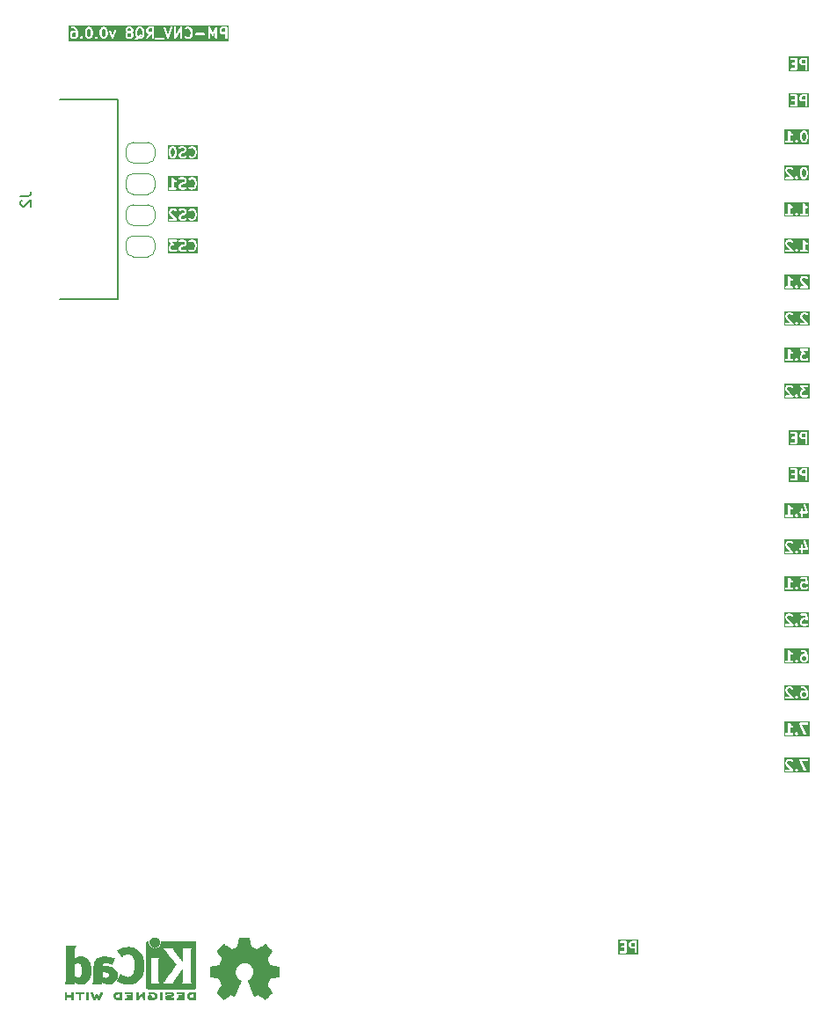
<source format=gbr>
%TF.GenerationSoftware,KiCad,Pcbnew,9.0.2*%
%TF.CreationDate,2025-05-29T14:29:54+03:00*%
%TF.ProjectId,PM-CNV_RQ8,504d2d43-4e56-45f5-9251-382e6b696361,rev?*%
%TF.SameCoordinates,Original*%
%TF.FileFunction,Legend,Bot*%
%TF.FilePolarity,Positive*%
%FSLAX46Y46*%
G04 Gerber Fmt 4.6, Leading zero omitted, Abs format (unit mm)*
G04 Created by KiCad (PCBNEW 9.0.2) date 2025-05-29 14:29:54*
%MOMM*%
%LPD*%
G01*
G04 APERTURE LIST*
%ADD10C,0.200000*%
%ADD11C,0.150000*%
%ADD12C,0.120000*%
%ADD13C,0.152400*%
%ADD14C,0.010000*%
G04 APERTURE END LIST*
D10*
G36*
X39030326Y39623972D02*
G01*
X38772981Y39623972D01*
X38713371Y39653777D01*
X38688703Y39678446D01*
X38658898Y39738056D01*
X38658898Y39833698D01*
X38688703Y39893308D01*
X38713371Y39917977D01*
X38772981Y39947781D01*
X39030326Y39947781D01*
X39030326Y39623972D01*
G37*
G36*
X39341437Y38836670D02*
G01*
X37444946Y38836670D01*
X37444946Y40067290D01*
X37556057Y40067290D01*
X37556057Y40028272D01*
X37570989Y39992224D01*
X37598579Y39964634D01*
X37634627Y39949702D01*
X37654136Y39947781D01*
X38030326Y39947781D01*
X38030326Y39671591D01*
X37796993Y39671591D01*
X37777484Y39669670D01*
X37741436Y39654738D01*
X37713846Y39627148D01*
X37698914Y39591100D01*
X37698914Y39552082D01*
X37713846Y39516034D01*
X37741436Y39488444D01*
X37777484Y39473512D01*
X37796993Y39471591D01*
X38030326Y39471591D01*
X38030326Y39147781D01*
X37654136Y39147781D01*
X37634627Y39145860D01*
X37598579Y39130928D01*
X37570989Y39103338D01*
X37556057Y39067290D01*
X37556057Y39028272D01*
X37570989Y38992224D01*
X37598579Y38964634D01*
X37634627Y38949702D01*
X37654136Y38947781D01*
X38130326Y38947781D01*
X38149835Y38949702D01*
X38185883Y38964634D01*
X38213473Y38992224D01*
X38228405Y39028272D01*
X38230326Y39047781D01*
X38230326Y39857305D01*
X38458898Y39857305D01*
X38458898Y39714448D01*
X38460819Y39694939D01*
X38462194Y39691619D01*
X38462449Y39688035D01*
X38469455Y39669727D01*
X38517074Y39574489D01*
X38522359Y39566093D01*
X38523370Y39563653D01*
X38525623Y39560907D01*
X38527517Y39557899D01*
X38529511Y39556170D01*
X38535806Y39548499D01*
X38583425Y39500881D01*
X38591091Y39494589D01*
X38592824Y39492591D01*
X38595832Y39490698D01*
X38598578Y39488444D01*
X38601018Y39487434D01*
X38609415Y39482148D01*
X38704652Y39434529D01*
X38722961Y39427523D01*
X38726544Y39427269D01*
X38729865Y39425893D01*
X38749374Y39423972D01*
X39030326Y39423972D01*
X39030326Y39047781D01*
X39032247Y39028272D01*
X39047179Y38992224D01*
X39074769Y38964634D01*
X39110817Y38949702D01*
X39149835Y38949702D01*
X39185883Y38964634D01*
X39213473Y38992224D01*
X39228405Y39028272D01*
X39230326Y39047781D01*
X39230326Y40047781D01*
X39228405Y40067290D01*
X39213473Y40103338D01*
X39185883Y40130928D01*
X39149835Y40145860D01*
X39130326Y40147781D01*
X38749374Y40147781D01*
X38729865Y40145860D01*
X38726544Y40144485D01*
X38722961Y40144230D01*
X38704652Y40137224D01*
X38609415Y40089605D01*
X38601018Y40084320D01*
X38598578Y40083309D01*
X38595832Y40081056D01*
X38592824Y40079162D01*
X38591091Y40077165D01*
X38583425Y40070872D01*
X38535806Y40023254D01*
X38529511Y40015584D01*
X38527517Y40013854D01*
X38525623Y40010847D01*
X38523370Y40008100D01*
X38522359Y40005661D01*
X38517074Y39997264D01*
X38469455Y39902026D01*
X38462449Y39883718D01*
X38462194Y39880135D01*
X38460819Y39876814D01*
X38458898Y39857305D01*
X38230326Y39857305D01*
X38230326Y40047781D01*
X38228405Y40067290D01*
X38213473Y40103338D01*
X38185883Y40130928D01*
X38149835Y40145860D01*
X38130326Y40147781D01*
X37654136Y40147781D01*
X37634627Y40145860D01*
X37598579Y40130928D01*
X37570989Y40103338D01*
X37556057Y40067290D01*
X37444946Y40067290D01*
X37444946Y40258892D01*
X39341437Y40258892D01*
X39341437Y38836670D01*
G37*
G36*
X39030326Y3623972D02*
G01*
X38772981Y3623972D01*
X38713371Y3653777D01*
X38688703Y3678446D01*
X38658898Y3738056D01*
X38658898Y3833698D01*
X38688703Y3893308D01*
X38713371Y3917977D01*
X38772981Y3947781D01*
X39030326Y3947781D01*
X39030326Y3623972D01*
G37*
G36*
X39341437Y2836670D02*
G01*
X37444946Y2836670D01*
X37444946Y4067290D01*
X37556057Y4067290D01*
X37556057Y4028272D01*
X37570989Y3992224D01*
X37598579Y3964634D01*
X37634627Y3949702D01*
X37654136Y3947781D01*
X38030326Y3947781D01*
X38030326Y3671591D01*
X37796993Y3671591D01*
X37777484Y3669670D01*
X37741436Y3654738D01*
X37713846Y3627148D01*
X37698914Y3591100D01*
X37698914Y3552082D01*
X37713846Y3516034D01*
X37741436Y3488444D01*
X37777484Y3473512D01*
X37796993Y3471591D01*
X38030326Y3471591D01*
X38030326Y3147781D01*
X37654136Y3147781D01*
X37634627Y3145860D01*
X37598579Y3130928D01*
X37570989Y3103338D01*
X37556057Y3067290D01*
X37556057Y3028272D01*
X37570989Y2992224D01*
X37598579Y2964634D01*
X37634627Y2949702D01*
X37654136Y2947781D01*
X38130326Y2947781D01*
X38149835Y2949702D01*
X38185883Y2964634D01*
X38213473Y2992224D01*
X38228405Y3028272D01*
X38230326Y3047781D01*
X38230326Y3857305D01*
X38458898Y3857305D01*
X38458898Y3714448D01*
X38460819Y3694939D01*
X38462194Y3691619D01*
X38462449Y3688035D01*
X38469455Y3669727D01*
X38517074Y3574489D01*
X38522359Y3566093D01*
X38523370Y3563653D01*
X38525623Y3560907D01*
X38527517Y3557899D01*
X38529511Y3556170D01*
X38535806Y3548499D01*
X38583425Y3500881D01*
X38591091Y3494589D01*
X38592824Y3492591D01*
X38595832Y3490698D01*
X38598578Y3488444D01*
X38601018Y3487434D01*
X38609415Y3482148D01*
X38704652Y3434529D01*
X38722961Y3427523D01*
X38726544Y3427269D01*
X38729865Y3425893D01*
X38749374Y3423972D01*
X39030326Y3423972D01*
X39030326Y3047781D01*
X39032247Y3028272D01*
X39047179Y2992224D01*
X39074769Y2964634D01*
X39110817Y2949702D01*
X39149835Y2949702D01*
X39185883Y2964634D01*
X39213473Y2992224D01*
X39228405Y3028272D01*
X39230326Y3047781D01*
X39230326Y4047781D01*
X39228405Y4067290D01*
X39213473Y4103338D01*
X39185883Y4130928D01*
X39149835Y4145860D01*
X39130326Y4147781D01*
X38749374Y4147781D01*
X38729865Y4145860D01*
X38726544Y4144485D01*
X38722961Y4144230D01*
X38704652Y4137224D01*
X38609415Y4089605D01*
X38601018Y4084320D01*
X38598578Y4083309D01*
X38595832Y4081056D01*
X38592824Y4079162D01*
X38591091Y4077165D01*
X38583425Y4070872D01*
X38535806Y4023254D01*
X38529511Y4015584D01*
X38527517Y4013854D01*
X38525623Y4010847D01*
X38523370Y4008100D01*
X38522359Y4005661D01*
X38517074Y3997264D01*
X38469455Y3902026D01*
X38462449Y3883718D01*
X38462194Y3880135D01*
X38460819Y3876814D01*
X38458898Y3857305D01*
X38230326Y3857305D01*
X38230326Y4047781D01*
X38228405Y4067290D01*
X38213473Y4103338D01*
X38185883Y4130928D01*
X38149835Y4145860D01*
X38130326Y4147781D01*
X37654136Y4147781D01*
X37634627Y4145860D01*
X37598579Y4130928D01*
X37570989Y4103338D01*
X37556057Y4067290D01*
X37444946Y4067290D01*
X37444946Y4258892D01*
X39341437Y4258892D01*
X39341437Y2836670D01*
G37*
G36*
X38975852Y32917976D02*
G01*
X39000521Y32893308D01*
X39035974Y32822401D01*
X39077945Y32654520D01*
X39077945Y32441044D01*
X39035974Y32273163D01*
X39000521Y32202257D01*
X38975852Y32177587D01*
X38916243Y32147781D01*
X38868219Y32147781D01*
X38808609Y32177586D01*
X38783942Y32202254D01*
X38748487Y32273163D01*
X38706517Y32441044D01*
X38706517Y32654519D01*
X38748487Y32822401D01*
X38783941Y32893308D01*
X38808609Y32917977D01*
X38868219Y32947781D01*
X38916243Y32947781D01*
X38975852Y32917976D01*
G37*
G36*
X39389056Y31836670D02*
G01*
X36966835Y31836670D01*
X36966835Y32857305D01*
X37077946Y32857305D01*
X37077946Y32762067D01*
X37078918Y32752194D01*
X37078731Y32749560D01*
X37079518Y32746097D01*
X37079867Y32742558D01*
X37080878Y32740116D01*
X37083078Y32730444D01*
X37130697Y32587588D01*
X37138688Y32569687D01*
X37141043Y32566972D01*
X37142418Y32563653D01*
X37154854Y32548499D01*
X37555571Y32147781D01*
X37177946Y32147781D01*
X37158437Y32145860D01*
X37122389Y32130928D01*
X37094799Y32103338D01*
X37079867Y32067290D01*
X37079867Y32028272D01*
X37094799Y31992224D01*
X37122389Y31964634D01*
X37158437Y31949702D01*
X37177946Y31947781D01*
X37796993Y31947781D01*
X37816502Y31949702D01*
X37852550Y31964634D01*
X37880140Y31992224D01*
X37895072Y32028272D01*
X37895072Y32067290D01*
X37880140Y32103338D01*
X37880139Y32103339D01*
X37870644Y32114909D01*
X38032247Y32114909D01*
X38032247Y32075891D01*
X38038710Y32060288D01*
X38047179Y32039842D01*
X38047183Y32039838D01*
X38059615Y32024689D01*
X38107234Y31977071D01*
X38122387Y31964634D01*
X38131390Y31960905D01*
X38158436Y31949702D01*
X38197454Y31949702D01*
X38233502Y31964634D01*
X38248656Y31977070D01*
X38296274Y32024689D01*
X38308711Y32039842D01*
X38315463Y32056144D01*
X38323642Y32075890D01*
X38323643Y32114908D01*
X38308712Y32150957D01*
X38296275Y32166110D01*
X38248656Y32213730D01*
X38233503Y32226167D01*
X38218571Y32232352D01*
X38197454Y32241099D01*
X38158436Y32241099D01*
X38147878Y32236726D01*
X38122388Y32226168D01*
X38122387Y32226167D01*
X38107233Y32213730D01*
X38059615Y32166110D01*
X38047178Y32150957D01*
X38037165Y32126781D01*
X38032247Y32114909D01*
X37870644Y32114909D01*
X37867704Y32118492D01*
X37319368Y32666829D01*
X38506517Y32666829D01*
X38506517Y32428734D01*
X38506852Y32425332D01*
X38506635Y32423873D01*
X38507714Y32416576D01*
X38508438Y32409225D01*
X38509002Y32407862D01*
X38509503Y32404480D01*
X38557122Y32214005D01*
X38557635Y32212568D01*
X38557687Y32211845D01*
X38560795Y32203721D01*
X38563717Y32195544D01*
X38564147Y32194964D01*
X38564693Y32193537D01*
X38612312Y32098299D01*
X38617595Y32089907D01*
X38618607Y32087463D01*
X38620863Y32084714D01*
X38622755Y32081709D01*
X38624749Y32079980D01*
X38631044Y32072310D01*
X38678662Y32024690D01*
X38686330Y32018397D01*
X38688062Y32016400D01*
X38691070Y32014507D01*
X38693816Y32012253D01*
X38696256Y32011243D01*
X38704653Y32005957D01*
X38799890Y31958338D01*
X38818199Y31951332D01*
X38821782Y31951078D01*
X38825103Y31949702D01*
X38844612Y31947781D01*
X38939850Y31947781D01*
X38959359Y31949702D01*
X38962679Y31951078D01*
X38966263Y31951332D01*
X38984571Y31958338D01*
X39079809Y32005957D01*
X39088204Y32011242D01*
X39090646Y32012253D01*
X39093393Y32014509D01*
X39096399Y32016400D01*
X39098129Y32018395D01*
X39105799Y32024690D01*
X39153418Y32072310D01*
X39159710Y32079977D01*
X39161707Y32081708D01*
X39163600Y32084716D01*
X39165855Y32087463D01*
X39166866Y32089905D01*
X39172150Y32098299D01*
X39219769Y32193536D01*
X39220315Y32194965D01*
X39220745Y32195544D01*
X39223666Y32203721D01*
X39226775Y32211845D01*
X39226826Y32212566D01*
X39227340Y32214004D01*
X39274959Y32404480D01*
X39275459Y32407862D01*
X39276024Y32409225D01*
X39276747Y32416576D01*
X39277827Y32423873D01*
X39277609Y32425332D01*
X39277945Y32428734D01*
X39277945Y32666829D01*
X39277609Y32670232D01*
X39277827Y32671690D01*
X39276747Y32678988D01*
X39276024Y32686338D01*
X39275459Y32687702D01*
X39274959Y32691083D01*
X39227340Y32881559D01*
X39226826Y32882998D01*
X39226775Y32883718D01*
X39223666Y32891843D01*
X39220745Y32900019D01*
X39220315Y32900599D01*
X39219769Y32902027D01*
X39172150Y32997264D01*
X39166864Y33005661D01*
X39165854Y33008101D01*
X39163600Y33010847D01*
X39161707Y33013855D01*
X39159709Y33015588D01*
X39153417Y33023254D01*
X39105799Y33070873D01*
X39098128Y33077168D01*
X39096399Y33079162D01*
X39093391Y33081056D01*
X39090645Y33083309D01*
X39088205Y33084320D01*
X39079809Y33089605D01*
X38984571Y33137224D01*
X38966263Y33144230D01*
X38962679Y33144485D01*
X38959359Y33145860D01*
X38939850Y33147781D01*
X38844612Y33147781D01*
X38825103Y33145860D01*
X38821782Y33144485D01*
X38818199Y33144230D01*
X38799890Y33137224D01*
X38704653Y33089605D01*
X38696256Y33084320D01*
X38693816Y33083309D01*
X38691070Y33081056D01*
X38688062Y33079162D01*
X38686329Y33077165D01*
X38678663Y33070872D01*
X38631044Y33023254D01*
X38624749Y33015584D01*
X38622755Y33013854D01*
X38620861Y33010847D01*
X38618608Y33008100D01*
X38617597Y33005661D01*
X38612312Y32997264D01*
X38564693Y32902026D01*
X38564147Y32900600D01*
X38563717Y32900019D01*
X38560795Y32891843D01*
X38557687Y32883718D01*
X38557635Y32882996D01*
X38557122Y32881558D01*
X38509503Y32691083D01*
X38509002Y32687702D01*
X38508438Y32686338D01*
X38507714Y32678988D01*
X38506635Y32671690D01*
X38506852Y32670232D01*
X38506517Y32666829D01*
X37319368Y32666829D01*
X37312967Y32673230D01*
X37277946Y32778294D01*
X37277946Y32833698D01*
X37307751Y32893308D01*
X37332419Y32917977D01*
X37392029Y32947781D01*
X37582910Y32947781D01*
X37642519Y32917976D01*
X37678663Y32881833D01*
X37693816Y32869396D01*
X37729865Y32854465D01*
X37768883Y32854465D01*
X37804931Y32869396D01*
X37832521Y32896986D01*
X37847452Y32933034D01*
X37847452Y32972052D01*
X37832521Y33008101D01*
X37820084Y33023254D01*
X37772466Y33070873D01*
X37764795Y33077168D01*
X37763066Y33079162D01*
X37760058Y33081056D01*
X37757312Y33083309D01*
X37754872Y33084320D01*
X37746476Y33089605D01*
X37651238Y33137224D01*
X37632930Y33144230D01*
X37629346Y33144485D01*
X37626026Y33145860D01*
X37606517Y33147781D01*
X37368422Y33147781D01*
X37348913Y33145860D01*
X37345592Y33144485D01*
X37342009Y33144230D01*
X37323700Y33137224D01*
X37228463Y33089605D01*
X37220066Y33084320D01*
X37217626Y33083309D01*
X37214880Y33081056D01*
X37211872Y33079162D01*
X37210139Y33077165D01*
X37202473Y33070872D01*
X37154854Y33023254D01*
X37148559Y33015584D01*
X37146565Y33013854D01*
X37144671Y33010847D01*
X37142418Y33008100D01*
X37141407Y33005661D01*
X37136122Y32997264D01*
X37088503Y32902026D01*
X37081497Y32883718D01*
X37081242Y32880135D01*
X37079867Y32876814D01*
X37077946Y32857305D01*
X36966835Y32857305D01*
X36966835Y33258892D01*
X39389056Y33258892D01*
X39389056Y31836670D01*
G37*
G36*
X39434754Y-25163330D02*
G01*
X36966835Y-25163330D01*
X36966835Y-24142695D01*
X37077946Y-24142695D01*
X37077946Y-24237933D01*
X37078918Y-24247806D01*
X37078731Y-24250440D01*
X37079518Y-24253903D01*
X37079867Y-24257442D01*
X37080878Y-24259884D01*
X37083078Y-24269556D01*
X37130697Y-24412412D01*
X37138688Y-24430313D01*
X37141043Y-24433028D01*
X37142418Y-24436347D01*
X37154854Y-24451501D01*
X37555571Y-24852219D01*
X37177946Y-24852219D01*
X37158437Y-24854140D01*
X37122389Y-24869072D01*
X37094799Y-24896662D01*
X37079867Y-24932710D01*
X37079867Y-24971728D01*
X37094799Y-25007776D01*
X37122389Y-25035366D01*
X37158437Y-25050298D01*
X37177946Y-25052219D01*
X37796993Y-25052219D01*
X37816502Y-25050298D01*
X37852550Y-25035366D01*
X37880140Y-25007776D01*
X37895072Y-24971728D01*
X37895072Y-24932710D01*
X37880140Y-24896662D01*
X37880139Y-24896661D01*
X37870644Y-24885091D01*
X38032247Y-24885091D01*
X38032247Y-24924109D01*
X38035315Y-24931515D01*
X38047179Y-24960158D01*
X38047183Y-24960162D01*
X38059615Y-24975311D01*
X38107234Y-25022929D01*
X38122387Y-25035366D01*
X38132945Y-25039739D01*
X38158436Y-25050298D01*
X38197454Y-25050298D01*
X38233502Y-25035366D01*
X38248656Y-25022930D01*
X38296274Y-24975311D01*
X38308711Y-24960158D01*
X38323642Y-24924109D01*
X38323642Y-24912537D01*
X38323643Y-24885092D01*
X38308712Y-24849043D01*
X38296275Y-24833890D01*
X38248656Y-24786270D01*
X38233503Y-24773833D01*
X38218571Y-24767648D01*
X38197454Y-24758901D01*
X38158436Y-24758901D01*
X38147878Y-24763274D01*
X38122388Y-24773832D01*
X38122387Y-24773833D01*
X38107233Y-24786270D01*
X38059615Y-24833890D01*
X38047178Y-24849043D01*
X38043891Y-24856980D01*
X38032247Y-24885091D01*
X37870644Y-24885091D01*
X37867704Y-24881508D01*
X37312967Y-24326770D01*
X37277946Y-24221706D01*
X37277946Y-24166302D01*
X37307751Y-24106692D01*
X37332419Y-24082023D01*
X37392029Y-24052219D01*
X37582910Y-24052219D01*
X37642519Y-24082024D01*
X37678663Y-24118167D01*
X37693816Y-24130604D01*
X37729865Y-24145535D01*
X37768883Y-24145535D01*
X37804931Y-24130604D01*
X37832521Y-24103014D01*
X37847452Y-24066966D01*
X37847452Y-24027948D01*
X37832521Y-23991899D01*
X37820084Y-23976746D01*
X37777246Y-23933907D01*
X38460589Y-23933907D01*
X38460819Y-23952798D01*
X38460819Y-23971728D01*
X38461056Y-23972301D01*
X38461064Y-23972923D01*
X38466983Y-23991611D01*
X38895554Y-24991611D01*
X38905005Y-25008785D01*
X38932930Y-25036037D01*
X38969157Y-25050528D01*
X39008172Y-25050052D01*
X39044036Y-25034682D01*
X39071287Y-25006758D01*
X39085778Y-24970530D01*
X39085303Y-24931515D01*
X39079383Y-24912827D01*
X38710552Y-24052219D01*
X39225564Y-24052219D01*
X39245073Y-24050298D01*
X39281121Y-24035366D01*
X39308711Y-24007776D01*
X39323643Y-23971728D01*
X39323643Y-23932710D01*
X39308711Y-23896662D01*
X39281121Y-23869072D01*
X39245073Y-23854140D01*
X39225564Y-23852219D01*
X38558898Y-23852219D01*
X38539389Y-23854140D01*
X38538815Y-23854377D01*
X38538194Y-23854385D01*
X38520772Y-23861851D01*
X38503341Y-23869072D01*
X38502903Y-23869509D01*
X38502331Y-23869755D01*
X38489109Y-23883303D01*
X38475751Y-23896662D01*
X38475513Y-23897236D01*
X38475080Y-23897680D01*
X38468066Y-23915212D01*
X38460819Y-23932710D01*
X38460819Y-23933332D01*
X38460589Y-23933907D01*
X37777246Y-23933907D01*
X37772466Y-23929127D01*
X37764795Y-23922832D01*
X37763066Y-23920838D01*
X37760058Y-23918944D01*
X37757312Y-23916691D01*
X37754872Y-23915680D01*
X37746476Y-23910395D01*
X37651238Y-23862776D01*
X37632930Y-23855770D01*
X37629346Y-23855515D01*
X37626026Y-23854140D01*
X37606517Y-23852219D01*
X37368422Y-23852219D01*
X37348913Y-23854140D01*
X37345592Y-23855515D01*
X37342009Y-23855770D01*
X37323700Y-23862776D01*
X37228463Y-23910395D01*
X37220066Y-23915680D01*
X37217626Y-23916691D01*
X37214880Y-23918944D01*
X37211872Y-23920838D01*
X37210139Y-23922835D01*
X37202473Y-23929128D01*
X37154854Y-23976746D01*
X37148559Y-23984416D01*
X37146565Y-23986146D01*
X37144671Y-23989153D01*
X37142418Y-23991900D01*
X37141407Y-23994339D01*
X37136122Y-24002736D01*
X37088503Y-24097974D01*
X37081497Y-24116282D01*
X37081242Y-24119865D01*
X37079867Y-24123186D01*
X37077946Y-24142695D01*
X36966835Y-24142695D01*
X36966835Y-23741108D01*
X39434754Y-23741108D01*
X39434754Y-25163330D01*
G37*
G36*
X39434754Y17836670D02*
G01*
X36966835Y17836670D01*
X36966835Y18857305D01*
X37077946Y18857305D01*
X37077946Y18762067D01*
X37078918Y18752194D01*
X37078731Y18749560D01*
X37079518Y18746097D01*
X37079867Y18742558D01*
X37080878Y18740116D01*
X37083078Y18730444D01*
X37130697Y18587588D01*
X37138688Y18569687D01*
X37141043Y18566972D01*
X37142418Y18563653D01*
X37154854Y18548499D01*
X37555571Y18147781D01*
X37177946Y18147781D01*
X37158437Y18145860D01*
X37122389Y18130928D01*
X37094799Y18103338D01*
X37079867Y18067290D01*
X37079867Y18028272D01*
X37094799Y17992224D01*
X37122389Y17964634D01*
X37158437Y17949702D01*
X37177946Y17947781D01*
X37796993Y17947781D01*
X37816502Y17949702D01*
X37852550Y17964634D01*
X37880140Y17992224D01*
X37895072Y18028272D01*
X37895072Y18067290D01*
X37880140Y18103338D01*
X37880139Y18103339D01*
X37870644Y18114909D01*
X38032247Y18114909D01*
X38032247Y18075891D01*
X38035810Y18067290D01*
X38047179Y18039842D01*
X38047183Y18039838D01*
X38059615Y18024689D01*
X38107234Y17977071D01*
X38122387Y17964634D01*
X38132945Y17960261D01*
X38158436Y17949702D01*
X38197454Y17949702D01*
X38233502Y17964634D01*
X38248656Y17977070D01*
X38296274Y18024689D01*
X38308711Y18039842D01*
X38323642Y18075891D01*
X38323642Y18087463D01*
X38323643Y18114908D01*
X38308712Y18150957D01*
X38296275Y18166110D01*
X38248656Y18213730D01*
X38233503Y18226167D01*
X38218571Y18232352D01*
X38197454Y18241099D01*
X38158436Y18241099D01*
X38147878Y18236726D01*
X38122388Y18226168D01*
X38122387Y18226167D01*
X38107233Y18213730D01*
X38059615Y18166110D01*
X38047178Y18150957D01*
X38043891Y18143020D01*
X38032247Y18114909D01*
X37870644Y18114909D01*
X37867704Y18118492D01*
X37312967Y18673230D01*
X37277946Y18778294D01*
X37277946Y18833698D01*
X37307751Y18893308D01*
X37332419Y18917977D01*
X37392029Y18947781D01*
X37582910Y18947781D01*
X37642519Y18917976D01*
X37678663Y18881833D01*
X37693816Y18869396D01*
X37729865Y18854465D01*
X37768883Y18854465D01*
X37775740Y18857305D01*
X38506517Y18857305D01*
X38506517Y18762067D01*
X38507489Y18752194D01*
X38507302Y18749560D01*
X38508089Y18746097D01*
X38508438Y18742558D01*
X38509449Y18740116D01*
X38511649Y18730444D01*
X38559268Y18587588D01*
X38567259Y18569687D01*
X38569614Y18566972D01*
X38570989Y18563653D01*
X38583425Y18548499D01*
X38984142Y18147781D01*
X38606517Y18147781D01*
X38587008Y18145860D01*
X38550960Y18130928D01*
X38523370Y18103338D01*
X38508438Y18067290D01*
X38508438Y18028272D01*
X38523370Y17992224D01*
X38550960Y17964634D01*
X38587008Y17949702D01*
X38606517Y17947781D01*
X39225564Y17947781D01*
X39245073Y17949702D01*
X39281121Y17964634D01*
X39308711Y17992224D01*
X39323643Y18028272D01*
X39323643Y18067290D01*
X39308711Y18103338D01*
X39308710Y18103339D01*
X39296275Y18118492D01*
X38741538Y18673230D01*
X38706517Y18778294D01*
X38706517Y18833698D01*
X38736322Y18893308D01*
X38760990Y18917977D01*
X38820600Y18947781D01*
X39011481Y18947781D01*
X39071090Y18917976D01*
X39107234Y18881833D01*
X39122387Y18869396D01*
X39158436Y18854465D01*
X39197454Y18854465D01*
X39233502Y18869396D01*
X39261092Y18896986D01*
X39276023Y18933034D01*
X39276023Y18972052D01*
X39261092Y19008101D01*
X39248655Y19023254D01*
X39201037Y19070873D01*
X39193366Y19077168D01*
X39191637Y19079162D01*
X39188629Y19081056D01*
X39185883Y19083309D01*
X39183443Y19084320D01*
X39175047Y19089605D01*
X39079809Y19137224D01*
X39061501Y19144230D01*
X39057917Y19144485D01*
X39054597Y19145860D01*
X39035088Y19147781D01*
X38796993Y19147781D01*
X38777484Y19145860D01*
X38774163Y19144485D01*
X38770580Y19144230D01*
X38752271Y19137224D01*
X38657034Y19089605D01*
X38648637Y19084320D01*
X38646197Y19083309D01*
X38643451Y19081056D01*
X38640443Y19079162D01*
X38638710Y19077165D01*
X38631044Y19070872D01*
X38583425Y19023254D01*
X38577130Y19015584D01*
X38575136Y19013854D01*
X38573242Y19010847D01*
X38570989Y19008100D01*
X38569978Y19005661D01*
X38564693Y18997264D01*
X38517074Y18902026D01*
X38510068Y18883718D01*
X38509813Y18880135D01*
X38508438Y18876814D01*
X38506517Y18857305D01*
X37775740Y18857305D01*
X37804931Y18869396D01*
X37832521Y18896986D01*
X37847452Y18933034D01*
X37847452Y18972052D01*
X37832521Y19008101D01*
X37820084Y19023254D01*
X37772466Y19070873D01*
X37764795Y19077168D01*
X37763066Y19079162D01*
X37760058Y19081056D01*
X37757312Y19083309D01*
X37754872Y19084320D01*
X37746476Y19089605D01*
X37651238Y19137224D01*
X37632930Y19144230D01*
X37629346Y19144485D01*
X37626026Y19145860D01*
X37606517Y19147781D01*
X37368422Y19147781D01*
X37348913Y19145860D01*
X37345592Y19144485D01*
X37342009Y19144230D01*
X37323700Y19137224D01*
X37228463Y19089605D01*
X37220066Y19084320D01*
X37217626Y19083309D01*
X37214880Y19081056D01*
X37211872Y19079162D01*
X37210139Y19077165D01*
X37202473Y19070872D01*
X37154854Y19023254D01*
X37148559Y19015584D01*
X37146565Y19013854D01*
X37144671Y19010847D01*
X37142418Y19008100D01*
X37141407Y19005661D01*
X37136122Y18997264D01*
X37088503Y18902026D01*
X37081497Y18883718D01*
X37081242Y18880135D01*
X37079867Y18876814D01*
X37077946Y18857305D01*
X36966835Y18857305D01*
X36966835Y19258892D01*
X39434754Y19258892D01*
X39434754Y17836670D01*
G37*
G36*
X-24927658Y45677587D02*
G01*
X-24987268Y45647781D01*
X-25055574Y45647781D01*
X-25047283Y45656073D01*
X-24987673Y45685877D01*
X-24919367Y45685877D01*
X-24927658Y45677587D01*
G37*
G36*
X-24927660Y46417977D02*
G01*
X-24863481Y46353798D01*
X-24825566Y46202139D01*
X-24825566Y45893425D01*
X-24837430Y45845969D01*
X-24860485Y45869024D01*
X-24896533Y45883956D01*
X-24916042Y45885877D01*
X-25011280Y45885877D01*
X-25030789Y45883956D01*
X-25034110Y45882581D01*
X-25037693Y45882326D01*
X-25056002Y45875320D01*
X-25151239Y45827701D01*
X-25159636Y45822416D01*
X-25162076Y45821405D01*
X-25164822Y45819152D01*
X-25167830Y45817258D01*
X-25169563Y45815261D01*
X-25177229Y45808968D01*
X-25249375Y45736822D01*
X-25254317Y45741764D01*
X-25292232Y45893425D01*
X-25292232Y46202138D01*
X-25254317Y46353798D01*
X-25190138Y46417977D01*
X-25130530Y46447781D01*
X-24987268Y46447781D01*
X-24927660Y46417977D01*
G37*
G36*
X-31260992Y46037024D02*
G01*
X-31236323Y46012356D01*
X-31206518Y45952746D01*
X-31206518Y45761865D01*
X-31236323Y45702257D01*
X-31260992Y45677587D01*
X-31320601Y45647781D01*
X-31463863Y45647781D01*
X-31523473Y45677586D01*
X-31548140Y45702254D01*
X-31577946Y45761866D01*
X-31577946Y45952746D01*
X-31548141Y46012356D01*
X-31523473Y46037025D01*
X-31463863Y46066829D01*
X-31320601Y46066829D01*
X-31260992Y46037024D01*
G37*
G36*
X-29880040Y46417976D02*
G01*
X-29855371Y46393308D01*
X-29819918Y46322401D01*
X-29777947Y46154520D01*
X-29777947Y45941044D01*
X-29819918Y45773163D01*
X-29855371Y45702257D01*
X-29880040Y45677587D01*
X-29939649Y45647781D01*
X-29987673Y45647781D01*
X-30047283Y45677586D01*
X-30071950Y45702254D01*
X-30107405Y45773163D01*
X-30149375Y45941044D01*
X-30149375Y46154519D01*
X-30107405Y46322401D01*
X-30071951Y46393308D01*
X-30047283Y46417977D01*
X-29987673Y46447781D01*
X-29939649Y46447781D01*
X-29880040Y46417976D01*
G37*
G36*
X-28451469Y46417976D02*
G01*
X-28426800Y46393308D01*
X-28391347Y46322401D01*
X-28349376Y46154520D01*
X-28349376Y45941044D01*
X-28391347Y45773163D01*
X-28426800Y45702257D01*
X-28451469Y45677587D01*
X-28511078Y45647781D01*
X-28559102Y45647781D01*
X-28618712Y45677586D01*
X-28643379Y45702254D01*
X-28678834Y45773163D01*
X-28720804Y45941044D01*
X-28720804Y46154519D01*
X-28678834Y46322401D01*
X-28643380Y46393308D01*
X-28618712Y46417977D01*
X-28559102Y46447781D01*
X-28511078Y46447781D01*
X-28451469Y46417976D01*
G37*
G36*
X-25927659Y45989405D02*
G01*
X-25902990Y45964737D01*
X-25873185Y45905127D01*
X-25873185Y45761865D01*
X-25902990Y45702257D01*
X-25927659Y45677587D01*
X-25987268Y45647781D01*
X-26130530Y45647781D01*
X-26190140Y45677586D01*
X-26214807Y45702254D01*
X-26244613Y45761866D01*
X-26244613Y45905127D01*
X-26214808Y45964737D01*
X-26190140Y45989406D01*
X-26130530Y46019210D01*
X-25987268Y46019210D01*
X-25927659Y45989405D01*
G37*
G36*
X-25927659Y46417976D02*
G01*
X-25902990Y46393308D01*
X-25873185Y46333698D01*
X-25873185Y46333293D01*
X-25902990Y46273684D01*
X-25927659Y46249016D01*
X-25987268Y46219210D01*
X-26130530Y46219210D01*
X-26190140Y46249015D01*
X-26214808Y46273684D01*
X-26244613Y46333294D01*
X-26244613Y46333698D01*
X-26214808Y46393308D01*
X-26190140Y46417977D01*
X-26130530Y46447781D01*
X-25987268Y46447781D01*
X-25927659Y46417976D01*
G37*
G36*
X-23873185Y46123972D02*
G01*
X-24130530Y46123972D01*
X-24190140Y46153777D01*
X-24214808Y46178446D01*
X-24244613Y46238056D01*
X-24244613Y46333698D01*
X-24214808Y46393308D01*
X-24190140Y46417977D01*
X-24130530Y46447781D01*
X-23873185Y46447781D01*
X-23873185Y46123972D01*
G37*
G36*
X-16825566Y46123972D02*
G01*
X-17082911Y46123972D01*
X-17142521Y46153777D01*
X-17167189Y46178446D01*
X-17196994Y46238056D01*
X-17196994Y46333698D01*
X-17167189Y46393308D01*
X-17142521Y46417977D01*
X-17082911Y46447781D01*
X-16825566Y46447781D01*
X-16825566Y46123972D01*
G37*
G36*
X-16514455Y45241432D02*
G01*
X-31889057Y45241432D01*
X-31889057Y45976353D01*
X-31777946Y45976353D01*
X-31777946Y45738258D01*
X-31776025Y45718749D01*
X-31774650Y45715429D01*
X-31774395Y45711845D01*
X-31767389Y45693537D01*
X-31719770Y45598299D01*
X-31714487Y45589907D01*
X-31713475Y45587463D01*
X-31711219Y45584714D01*
X-31709327Y45581709D01*
X-31707333Y45579980D01*
X-31701038Y45572310D01*
X-31653420Y45524690D01*
X-31645752Y45518397D01*
X-31644020Y45516400D01*
X-31641012Y45514507D01*
X-31638266Y45512253D01*
X-31635826Y45511243D01*
X-31627429Y45505957D01*
X-31532192Y45458338D01*
X-31513883Y45451332D01*
X-31510300Y45451078D01*
X-31506979Y45449702D01*
X-31487470Y45447781D01*
X-31296994Y45447781D01*
X-31277485Y45449702D01*
X-31274165Y45451078D01*
X-31270581Y45451332D01*
X-31252273Y45458338D01*
X-31157035Y45505957D01*
X-31148640Y45511242D01*
X-31146198Y45512253D01*
X-31143451Y45514509D01*
X-31140445Y45516400D01*
X-31138715Y45518395D01*
X-31131045Y45524690D01*
X-31083426Y45572310D01*
X-31077134Y45579977D01*
X-31075137Y45581708D01*
X-31073244Y45584716D01*
X-31070989Y45587463D01*
X-31069978Y45589905D01*
X-31064694Y45598299D01*
X-31056389Y45614909D01*
X-30823645Y45614909D01*
X-30823645Y45575891D01*
X-30818055Y45562396D01*
X-30808713Y45539842D01*
X-30808709Y45539838D01*
X-30796277Y45524689D01*
X-30748658Y45477071D01*
X-30733505Y45464634D01*
X-30727092Y45461978D01*
X-30697456Y45449702D01*
X-30658438Y45449702D01*
X-30622390Y45464634D01*
X-30607236Y45477070D01*
X-30559618Y45524689D01*
X-30547181Y45539842D01*
X-30540429Y45556144D01*
X-30532250Y45575890D01*
X-30532249Y45614908D01*
X-30547180Y45650957D01*
X-30559617Y45666110D01*
X-30607236Y45713730D01*
X-30622389Y45726167D01*
X-30632415Y45730320D01*
X-30647017Y45736368D01*
X-30658438Y45741099D01*
X-30697456Y45741099D01*
X-30708014Y45736726D01*
X-30733504Y45726168D01*
X-30733505Y45726167D01*
X-30748659Y45713730D01*
X-30796277Y45666110D01*
X-30808714Y45650957D01*
X-30817673Y45629327D01*
X-30823645Y45614909D01*
X-31056389Y45614909D01*
X-31017075Y45693536D01*
X-31010069Y45711845D01*
X-31009815Y45715429D01*
X-31008439Y45718749D01*
X-31006518Y45738258D01*
X-31006518Y46119210D01*
X-31006854Y46122613D01*
X-31006636Y46124071D01*
X-31007716Y46131369D01*
X-31008439Y46138719D01*
X-31009004Y46140083D01*
X-31009504Y46143464D01*
X-31015345Y46166829D01*
X-30349375Y46166829D01*
X-30349375Y45928734D01*
X-30349040Y45925332D01*
X-30349257Y45923873D01*
X-30348178Y45916576D01*
X-30347454Y45909225D01*
X-30346890Y45907862D01*
X-30346389Y45904480D01*
X-30298770Y45714005D01*
X-30298257Y45712568D01*
X-30298205Y45711845D01*
X-30295097Y45703721D01*
X-30292175Y45695544D01*
X-30291745Y45694964D01*
X-30291199Y45693537D01*
X-30243580Y45598299D01*
X-30238297Y45589907D01*
X-30237285Y45587463D01*
X-30235029Y45584714D01*
X-30233137Y45581709D01*
X-30231143Y45579980D01*
X-30224848Y45572310D01*
X-30177230Y45524690D01*
X-30169562Y45518397D01*
X-30167830Y45516400D01*
X-30164822Y45514507D01*
X-30162076Y45512253D01*
X-30159636Y45511243D01*
X-30151239Y45505957D01*
X-30056002Y45458338D01*
X-30037693Y45451332D01*
X-30034110Y45451078D01*
X-30030789Y45449702D01*
X-30011280Y45447781D01*
X-29916042Y45447781D01*
X-29896533Y45449702D01*
X-29893213Y45451078D01*
X-29889629Y45451332D01*
X-29871321Y45458338D01*
X-29776083Y45505957D01*
X-29767688Y45511242D01*
X-29765246Y45512253D01*
X-29762499Y45514509D01*
X-29759493Y45516400D01*
X-29757763Y45518395D01*
X-29750093Y45524690D01*
X-29702474Y45572310D01*
X-29696182Y45579977D01*
X-29694185Y45581708D01*
X-29692292Y45584716D01*
X-29690037Y45587463D01*
X-29689026Y45589905D01*
X-29683742Y45598299D01*
X-29675437Y45614909D01*
X-29395074Y45614909D01*
X-29395074Y45575891D01*
X-29389484Y45562396D01*
X-29380142Y45539842D01*
X-29380138Y45539838D01*
X-29367706Y45524689D01*
X-29320087Y45477071D01*
X-29304934Y45464634D01*
X-29298521Y45461978D01*
X-29268885Y45449702D01*
X-29229867Y45449702D01*
X-29193819Y45464634D01*
X-29178665Y45477070D01*
X-29131047Y45524689D01*
X-29118610Y45539842D01*
X-29111858Y45556144D01*
X-29103679Y45575890D01*
X-29103678Y45614908D01*
X-29118609Y45650957D01*
X-29131046Y45666110D01*
X-29178665Y45713730D01*
X-29193818Y45726167D01*
X-29203844Y45730320D01*
X-29218446Y45736368D01*
X-29229867Y45741099D01*
X-29268885Y45741099D01*
X-29279443Y45736726D01*
X-29304933Y45726168D01*
X-29304934Y45726167D01*
X-29320088Y45713730D01*
X-29367706Y45666110D01*
X-29380143Y45650957D01*
X-29389102Y45629327D01*
X-29395074Y45614909D01*
X-29675437Y45614909D01*
X-29636123Y45693536D01*
X-29635577Y45694965D01*
X-29635147Y45695544D01*
X-29632226Y45703721D01*
X-29629117Y45711845D01*
X-29629066Y45712566D01*
X-29628552Y45714004D01*
X-29580933Y45904480D01*
X-29580433Y45907862D01*
X-29579868Y45909225D01*
X-29579145Y45916576D01*
X-29578065Y45923873D01*
X-29578283Y45925332D01*
X-29577947Y45928734D01*
X-29577947Y46166829D01*
X-28920804Y46166829D01*
X-28920804Y45928734D01*
X-28920469Y45925332D01*
X-28920686Y45923873D01*
X-28919607Y45916576D01*
X-28918883Y45909225D01*
X-28918319Y45907862D01*
X-28917818Y45904480D01*
X-28870199Y45714005D01*
X-28869686Y45712568D01*
X-28869634Y45711845D01*
X-28866526Y45703721D01*
X-28863604Y45695544D01*
X-28863174Y45694964D01*
X-28862628Y45693537D01*
X-28815009Y45598299D01*
X-28809726Y45589907D01*
X-28808714Y45587463D01*
X-28806458Y45584714D01*
X-28804566Y45581709D01*
X-28802572Y45579980D01*
X-28796277Y45572310D01*
X-28748659Y45524690D01*
X-28740991Y45518397D01*
X-28739259Y45516400D01*
X-28736251Y45514507D01*
X-28733505Y45512253D01*
X-28731065Y45511243D01*
X-28722668Y45505957D01*
X-28627431Y45458338D01*
X-28609122Y45451332D01*
X-28605539Y45451078D01*
X-28602218Y45449702D01*
X-28582709Y45447781D01*
X-28487471Y45447781D01*
X-28467962Y45449702D01*
X-28464642Y45451078D01*
X-28461058Y45451332D01*
X-28442750Y45458338D01*
X-28347512Y45505957D01*
X-28339117Y45511242D01*
X-28336675Y45512253D01*
X-28333928Y45514509D01*
X-28330922Y45516400D01*
X-28329192Y45518395D01*
X-28321522Y45524690D01*
X-28273903Y45572310D01*
X-28267611Y45579977D01*
X-28265614Y45581708D01*
X-28263721Y45584716D01*
X-28261466Y45587463D01*
X-28260455Y45589905D01*
X-28255171Y45598299D01*
X-28207552Y45693536D01*
X-28207006Y45694965D01*
X-28206576Y45695544D01*
X-28203655Y45703721D01*
X-28200546Y45711845D01*
X-28200495Y45712566D01*
X-28199981Y45714004D01*
X-28152362Y45904480D01*
X-28151862Y45907862D01*
X-28151297Y45909225D01*
X-28150574Y45916576D01*
X-28149494Y45923873D01*
X-28149712Y45925332D01*
X-28149376Y45928734D01*
X-28149376Y46166829D01*
X-28149712Y46170232D01*
X-28149494Y46171690D01*
X-28150574Y46178988D01*
X-28151297Y46186338D01*
X-28151862Y46187702D01*
X-28152362Y46191083D01*
X-28154550Y46199833D01*
X-28014969Y46199833D01*
X-28010216Y46180814D01*
X-27772121Y45514148D01*
X-27763751Y45496421D01*
X-27760381Y45492699D01*
X-27758233Y45488164D01*
X-27747382Y45478341D01*
X-27737564Y45467496D01*
X-27733032Y45465349D01*
X-27729307Y45461977D01*
X-27715517Y45457053D01*
X-27702302Y45450792D01*
X-27697292Y45450543D01*
X-27692562Y45448854D01*
X-27677941Y45449582D01*
X-27663332Y45448855D01*
X-27658607Y45450543D01*
X-27653592Y45450792D01*
X-27640366Y45457058D01*
X-27626587Y45461978D01*
X-27622867Y45465347D01*
X-27618330Y45467495D01*
X-27608508Y45478346D01*
X-27597661Y45488164D01*
X-27595514Y45492699D01*
X-27592143Y45496421D01*
X-27583773Y45514147D01*
X-27345678Y46180814D01*
X-27340925Y46199833D01*
X-27342863Y46238803D01*
X-27359566Y46274065D01*
X-27388492Y46300251D01*
X-27425237Y46313374D01*
X-27464207Y46311437D01*
X-27499469Y46294733D01*
X-27525656Y46265808D01*
X-27534026Y46248081D01*
X-27677947Y45845103D01*
X-27821868Y46248082D01*
X-27830238Y46265808D01*
X-27856425Y46294734D01*
X-27891687Y46311437D01*
X-27930657Y46313375D01*
X-27967402Y46300252D01*
X-27996328Y46274065D01*
X-28013031Y46238803D01*
X-28014969Y46199833D01*
X-28154550Y46199833D01*
X-28193918Y46357305D01*
X-26444613Y46357305D01*
X-26444613Y46309686D01*
X-26442692Y46290177D01*
X-26441317Y46286857D01*
X-26441062Y46283273D01*
X-26434056Y46264965D01*
X-26386437Y46169727D01*
X-26381152Y46161331D01*
X-26380141Y46158891D01*
X-26377888Y46156145D01*
X-26375994Y46153137D01*
X-26374000Y46151408D01*
X-26367705Y46143737D01*
X-26343178Y46119210D01*
X-26367705Y46094683D01*
X-26374000Y46087013D01*
X-26375994Y46085283D01*
X-26377888Y46082276D01*
X-26380141Y46079529D01*
X-26381152Y46077090D01*
X-26386437Y46068693D01*
X-26434056Y45973455D01*
X-26441062Y45955147D01*
X-26441317Y45951564D01*
X-26442692Y45948243D01*
X-26444613Y45928734D01*
X-26444613Y45738258D01*
X-26442692Y45718749D01*
X-26441317Y45715429D01*
X-26441062Y45711845D01*
X-26434056Y45693537D01*
X-26386437Y45598299D01*
X-26381154Y45589907D01*
X-26380142Y45587463D01*
X-26377886Y45584714D01*
X-26375994Y45581709D01*
X-26374000Y45579980D01*
X-26367705Y45572310D01*
X-26320087Y45524690D01*
X-26312419Y45518397D01*
X-26310687Y45516400D01*
X-26307679Y45514507D01*
X-26304933Y45512253D01*
X-26302493Y45511243D01*
X-26294096Y45505957D01*
X-26198859Y45458338D01*
X-26180550Y45451332D01*
X-26176967Y45451078D01*
X-26173646Y45449702D01*
X-26154137Y45447781D01*
X-25963661Y45447781D01*
X-25944152Y45449702D01*
X-25940832Y45451078D01*
X-25937248Y45451332D01*
X-25918940Y45458338D01*
X-25905516Y45465050D01*
X-25539066Y45465050D01*
X-25536300Y45426130D01*
X-25518851Y45391231D01*
X-25489374Y45365667D01*
X-25452358Y45353328D01*
X-25413438Y45356094D01*
X-25395130Y45363100D01*
X-25299892Y45410719D01*
X-25291496Y45416005D01*
X-25289056Y45417015D01*
X-25286310Y45419269D01*
X-25283302Y45421162D01*
X-25281573Y45423157D01*
X-25273902Y45429451D01*
X-25229630Y45473724D01*
X-25198859Y45458338D01*
X-25180550Y45451332D01*
X-25176967Y45451078D01*
X-25173646Y45449702D01*
X-25154137Y45447781D01*
X-24963661Y45447781D01*
X-24944152Y45449702D01*
X-24940832Y45451078D01*
X-24937248Y45451332D01*
X-24918940Y45458338D01*
X-24823702Y45505957D01*
X-24815307Y45511242D01*
X-24812865Y45512253D01*
X-24810118Y45514509D01*
X-24807112Y45516400D01*
X-24805382Y45518395D01*
X-24797712Y45524690D01*
X-24702474Y45619929D01*
X-24690037Y45635082D01*
X-24687192Y45641953D01*
X-24682766Y45647925D01*
X-24676171Y45666385D01*
X-24628552Y45856861D01*
X-24628052Y45860243D01*
X-24627487Y45861606D01*
X-24626764Y45868957D01*
X-24625684Y45876254D01*
X-24625902Y45877713D01*
X-24625566Y45881115D01*
X-24625566Y46214448D01*
X-24625902Y46217851D01*
X-24625684Y46219309D01*
X-24626764Y46226607D01*
X-24627487Y46233957D01*
X-24628052Y46235321D01*
X-24628552Y46238702D01*
X-24658203Y46357305D01*
X-24444613Y46357305D01*
X-24444613Y46214448D01*
X-24442692Y46194939D01*
X-24441317Y46191619D01*
X-24441062Y46188035D01*
X-24434056Y46169727D01*
X-24386437Y46074489D01*
X-24381152Y46066093D01*
X-24380141Y46063653D01*
X-24377888Y46060907D01*
X-24375994Y46057899D01*
X-24374000Y46056170D01*
X-24367705Y46048499D01*
X-24320086Y46000881D01*
X-24312420Y45994589D01*
X-24310687Y45992591D01*
X-24307679Y45990698D01*
X-24304933Y45988444D01*
X-24302493Y45987434D01*
X-24294096Y45982148D01*
X-24198859Y45934529D01*
X-24196569Y45933653D01*
X-24426536Y45605127D01*
X-24436150Y45588043D01*
X-24444590Y45549949D01*
X-24437809Y45511524D01*
X-24416840Y45478619D01*
X-24384875Y45456244D01*
X-24346781Y45447804D01*
X-24308356Y45454585D01*
X-24275451Y45475554D01*
X-24262690Y45490435D01*
X-23959215Y45923972D01*
X-23873185Y45923972D01*
X-23873185Y45547781D01*
X-23871264Y45528272D01*
X-23856332Y45492224D01*
X-23828742Y45464634D01*
X-23792694Y45449702D01*
X-23753676Y45449702D01*
X-23717628Y45464634D01*
X-23710210Y45472052D01*
X-23633168Y45472052D01*
X-23633168Y45433034D01*
X-23618236Y45396986D01*
X-23590646Y45369396D01*
X-23554598Y45354464D01*
X-23535089Y45352543D01*
X-22773184Y45352543D01*
X-22753675Y45354464D01*
X-22717627Y45369396D01*
X-22690037Y45396986D01*
X-22675105Y45433034D01*
X-22675105Y45472052D01*
X-22690037Y45508100D01*
X-22717627Y45535690D01*
X-22753675Y45550622D01*
X-22773184Y45552543D01*
X-23535089Y45552543D01*
X-23554598Y45550622D01*
X-23590646Y45535690D01*
X-23618236Y45508100D01*
X-23633168Y45472052D01*
X-23710210Y45472052D01*
X-23690038Y45492224D01*
X-23675106Y45528272D01*
X-23673185Y45547781D01*
X-23673185Y46535274D01*
X-22777161Y46535274D01*
X-22772814Y46516158D01*
X-22439481Y45516159D01*
X-22431490Y45498258D01*
X-22426807Y45492859D01*
X-22423612Y45486469D01*
X-22414141Y45478254D01*
X-22405925Y45468782D01*
X-22399537Y45465588D01*
X-22394136Y45460904D01*
X-22382235Y45456937D01*
X-22371026Y45451333D01*
X-22363902Y45450827D01*
X-22357120Y45448566D01*
X-22344611Y45449456D01*
X-22332106Y45448566D01*
X-22325328Y45450826D01*
X-22318200Y45451332D01*
X-22306984Y45456941D01*
X-22295090Y45460905D01*
X-22289693Y45465586D01*
X-22283301Y45468782D01*
X-22275083Y45478258D01*
X-22265614Y45486470D01*
X-22262421Y45492857D01*
X-22257736Y45498258D01*
X-22249745Y45516158D01*
X-21916412Y46516158D01*
X-21912065Y46535273D01*
X-21912954Y46547781D01*
X-21777946Y46547781D01*
X-21777946Y45547781D01*
X-21777452Y45542764D01*
X-21777702Y45540796D01*
X-21777008Y45538250D01*
X-21776025Y45528272D01*
X-21770934Y45515982D01*
X-21767435Y45503153D01*
X-21763533Y45498115D01*
X-21761093Y45492224D01*
X-21751688Y45482819D01*
X-21743545Y45472304D01*
X-21738011Y45469142D01*
X-21733503Y45464634D01*
X-21721218Y45459546D01*
X-21709668Y45452945D01*
X-21703344Y45452142D01*
X-21697455Y45449702D01*
X-21684154Y45449702D01*
X-21670961Y45448025D01*
X-21664812Y45449702D01*
X-21658437Y45449702D01*
X-21646147Y45454794D01*
X-21633318Y45458292D01*
X-21628280Y45462195D01*
X-21622389Y45464634D01*
X-21612984Y45474040D01*
X-21602469Y45482182D01*
X-21596666Y45490358D01*
X-21594799Y45492224D01*
X-21594041Y45494057D01*
X-21591122Y45498167D01*
X-21206518Y46171225D01*
X-21206518Y45547781D01*
X-21204597Y45528272D01*
X-21189665Y45492224D01*
X-21162075Y45464634D01*
X-21126027Y45449702D01*
X-21087009Y45449702D01*
X-21050961Y45464634D01*
X-21023371Y45492224D01*
X-21008439Y45528272D01*
X-21006518Y45547781D01*
X-21006518Y46472052D01*
X-20776025Y46472052D01*
X-20776025Y46433034D01*
X-20761093Y46396986D01*
X-20733503Y46369396D01*
X-20697455Y46354464D01*
X-20658437Y46354464D01*
X-20622389Y46369396D01*
X-20607235Y46381832D01*
X-20576309Y46412760D01*
X-20471244Y46447781D01*
X-20408459Y46447781D01*
X-20303395Y46412760D01*
X-20236322Y46345687D01*
X-20200870Y46274782D01*
X-20158899Y46106901D01*
X-20158899Y45988663D01*
X-20200870Y45820782D01*
X-20236323Y45749876D01*
X-20303394Y45682803D01*
X-20408459Y45647781D01*
X-20471244Y45647781D01*
X-20576309Y45682803D01*
X-20607235Y45713730D01*
X-20622388Y45726167D01*
X-20658436Y45741098D01*
X-20697454Y45741099D01*
X-20733503Y45726168D01*
X-20761093Y45698578D01*
X-20776024Y45662530D01*
X-20776025Y45623512D01*
X-20761094Y45587463D01*
X-20748657Y45572310D01*
X-20701039Y45524690D01*
X-20685885Y45512253D01*
X-20682566Y45510878D01*
X-20679850Y45508523D01*
X-20661950Y45500532D01*
X-20519093Y45452913D01*
X-20509421Y45450714D01*
X-20506979Y45449702D01*
X-20503442Y45449354D01*
X-20499978Y45448566D01*
X-20497344Y45448754D01*
X-20487470Y45447781D01*
X-20392232Y45447781D01*
X-20382359Y45448754D01*
X-20379725Y45448566D01*
X-20376262Y45449354D01*
X-20372723Y45449702D01*
X-20370281Y45450714D01*
X-20360609Y45452913D01*
X-20217753Y45500532D01*
X-20199852Y45508523D01*
X-20197137Y45510878D01*
X-20193817Y45512253D01*
X-20178664Y45524690D01*
X-20083426Y45619929D01*
X-20077134Y45627596D01*
X-20075137Y45629327D01*
X-20073244Y45632335D01*
X-20070989Y45635082D01*
X-20069978Y45637524D01*
X-20064694Y45645918D01*
X-20017075Y45741155D01*
X-20016529Y45742584D01*
X-20016099Y45743163D01*
X-20013178Y45751340D01*
X-20010069Y45759464D01*
X-20010018Y45760185D01*
X-20009504Y45761623D01*
X-19962849Y45948243D01*
X-19728406Y45948243D01*
X-19728406Y45909225D01*
X-19713474Y45873177D01*
X-19685884Y45845587D01*
X-19649836Y45830655D01*
X-19630327Y45828734D01*
X-18868423Y45828734D01*
X-18848914Y45830655D01*
X-18812866Y45845587D01*
X-18785276Y45873177D01*
X-18770344Y45909225D01*
X-18770344Y45948243D01*
X-18785276Y45984291D01*
X-18812866Y46011881D01*
X-18848914Y46026813D01*
X-18868423Y46028734D01*
X-19630327Y46028734D01*
X-19649836Y46026813D01*
X-19685884Y46011881D01*
X-19713474Y45984291D01*
X-19728406Y45948243D01*
X-19962849Y45948243D01*
X-19961885Y45952099D01*
X-19961385Y45955481D01*
X-19960820Y45956844D01*
X-19960097Y45964195D01*
X-19959017Y45971492D01*
X-19959235Y45972951D01*
X-19958899Y45976353D01*
X-19958899Y46119210D01*
X-19959235Y46122613D01*
X-19959017Y46124071D01*
X-19960097Y46131369D01*
X-19960820Y46138719D01*
X-19961385Y46140083D01*
X-19961885Y46143464D01*
X-20009504Y46333940D01*
X-20010018Y46335379D01*
X-20010069Y46336099D01*
X-20013178Y46344224D01*
X-20016099Y46352400D01*
X-20016529Y46352980D01*
X-20017075Y46354408D01*
X-20064694Y46449645D01*
X-20069981Y46458044D01*
X-20070990Y46460481D01*
X-20073242Y46463225D01*
X-20075137Y46466236D01*
X-20077135Y46467969D01*
X-20083426Y46475635D01*
X-20155572Y46547781D01*
X-18492232Y46547781D01*
X-18492232Y45547781D01*
X-18490311Y45528272D01*
X-18475379Y45492224D01*
X-18447789Y45464634D01*
X-18411741Y45449702D01*
X-18372723Y45449702D01*
X-18336675Y45464634D01*
X-18309085Y45492224D01*
X-18294153Y45528272D01*
X-18292232Y45547781D01*
X-18292232Y46097025D01*
X-18149517Y45791207D01*
X-18145285Y45784062D01*
X-18144405Y45781644D01*
X-18142840Y45779935D01*
X-18139526Y45774341D01*
X-18128316Y45764075D01*
X-18118054Y45752869D01*
X-18114029Y45750991D01*
X-18110751Y45747989D01*
X-18096469Y45742796D01*
X-18082696Y45736368D01*
X-18078257Y45736173D01*
X-18074082Y45734655D01*
X-18058899Y45735323D01*
X-18043716Y45734655D01*
X-18039543Y45736173D01*
X-18035101Y45736368D01*
X-18021317Y45742801D01*
X-18007047Y45747990D01*
X-18003774Y45750988D01*
X-17999744Y45752868D01*
X-17989475Y45764083D01*
X-17978272Y45774341D01*
X-17974961Y45779932D01*
X-17973392Y45781644D01*
X-17972512Y45784066D01*
X-17968281Y45791207D01*
X-17825566Y46097026D01*
X-17825566Y45547781D01*
X-17823645Y45528272D01*
X-17808713Y45492224D01*
X-17781123Y45464634D01*
X-17745075Y45449702D01*
X-17706057Y45449702D01*
X-17670009Y45464634D01*
X-17642419Y45492224D01*
X-17627487Y45528272D01*
X-17625566Y45547781D01*
X-17625566Y46357305D01*
X-17396994Y46357305D01*
X-17396994Y46214448D01*
X-17395073Y46194939D01*
X-17393698Y46191619D01*
X-17393443Y46188035D01*
X-17386437Y46169727D01*
X-17338818Y46074489D01*
X-17333533Y46066093D01*
X-17332522Y46063653D01*
X-17330269Y46060907D01*
X-17328375Y46057899D01*
X-17326381Y46056170D01*
X-17320086Y46048499D01*
X-17272467Y46000881D01*
X-17264801Y45994589D01*
X-17263068Y45992591D01*
X-17260060Y45990698D01*
X-17257314Y45988444D01*
X-17254874Y45987434D01*
X-17246477Y45982148D01*
X-17151240Y45934529D01*
X-17132931Y45927523D01*
X-17129348Y45927269D01*
X-17126027Y45925893D01*
X-17106518Y45923972D01*
X-16825566Y45923972D01*
X-16825566Y45547781D01*
X-16823645Y45528272D01*
X-16808713Y45492224D01*
X-16781123Y45464634D01*
X-16745075Y45449702D01*
X-16706057Y45449702D01*
X-16670009Y45464634D01*
X-16642419Y45492224D01*
X-16627487Y45528272D01*
X-16625566Y45547781D01*
X-16625566Y46547781D01*
X-16627487Y46567290D01*
X-16642419Y46603338D01*
X-16670009Y46630928D01*
X-16706057Y46645860D01*
X-16725566Y46647781D01*
X-17106518Y46647781D01*
X-17126027Y46645860D01*
X-17129348Y46644485D01*
X-17132931Y46644230D01*
X-17151240Y46637224D01*
X-17246477Y46589605D01*
X-17254874Y46584320D01*
X-17257314Y46583309D01*
X-17260060Y46581056D01*
X-17263068Y46579162D01*
X-17264801Y46577165D01*
X-17272467Y46570872D01*
X-17320086Y46523254D01*
X-17326381Y46515584D01*
X-17328375Y46513854D01*
X-17330269Y46510847D01*
X-17332522Y46508100D01*
X-17333533Y46505661D01*
X-17338818Y46497264D01*
X-17386437Y46402026D01*
X-17393443Y46383718D01*
X-17393698Y46380135D01*
X-17395073Y46376814D01*
X-17396994Y46357305D01*
X-17625566Y46357305D01*
X-17625566Y46547781D01*
X-17626829Y46560605D01*
X-17626725Y46562964D01*
X-17627186Y46564232D01*
X-17627487Y46567290D01*
X-17634128Y46583321D01*
X-17640059Y46599633D01*
X-17641566Y46601279D01*
X-17642419Y46603338D01*
X-17654681Y46615600D01*
X-17666411Y46628409D01*
X-17668435Y46629354D01*
X-17670009Y46630928D01*
X-17686025Y46637563D01*
X-17701768Y46644909D01*
X-17703998Y46645007D01*
X-17706057Y46645860D01*
X-17723409Y46645860D01*
X-17740749Y46646622D01*
X-17742845Y46645860D01*
X-17745075Y46645860D01*
X-17761106Y46639220D01*
X-17777418Y46633288D01*
X-17779064Y46631782D01*
X-17781123Y46630928D01*
X-17793391Y46618661D01*
X-17806193Y46606936D01*
X-17807760Y46604292D01*
X-17808713Y46603338D01*
X-17809617Y46601157D01*
X-17816184Y46590070D01*
X-18058900Y46069967D01*
X-18301614Y46590070D01*
X-18308182Y46601157D01*
X-18309085Y46603338D01*
X-18310039Y46604292D01*
X-18311605Y46606936D01*
X-18324402Y46618655D01*
X-18336675Y46630928D01*
X-18338737Y46631782D01*
X-18340380Y46633287D01*
X-18356682Y46639216D01*
X-18372723Y46645860D01*
X-18374954Y46645860D01*
X-18377049Y46646622D01*
X-18394389Y46645860D01*
X-18411741Y46645860D01*
X-18413801Y46645007D01*
X-18416029Y46644909D01*
X-18431760Y46637568D01*
X-18447789Y46630928D01*
X-18449366Y46629352D01*
X-18451387Y46628408D01*
X-18463106Y46615612D01*
X-18475379Y46603338D01*
X-18476233Y46601277D01*
X-18477738Y46599633D01*
X-18483667Y46583332D01*
X-18490311Y46567290D01*
X-18490613Y46564232D01*
X-18491073Y46562964D01*
X-18490970Y46560605D01*
X-18492232Y46547781D01*
X-20155572Y46547781D01*
X-20178664Y46570873D01*
X-20193818Y46583309D01*
X-20197137Y46584684D01*
X-20199852Y46587039D01*
X-20217753Y46595030D01*
X-20360609Y46642649D01*
X-20370281Y46644849D01*
X-20372723Y46645860D01*
X-20376262Y46646209D01*
X-20379725Y46646996D01*
X-20382359Y46646809D01*
X-20392232Y46647781D01*
X-20487470Y46647781D01*
X-20497344Y46646809D01*
X-20499978Y46646996D01*
X-20503442Y46646209D01*
X-20506979Y46645860D01*
X-20509421Y46644849D01*
X-20519093Y46642649D01*
X-20661950Y46595030D01*
X-20679850Y46587039D01*
X-20682566Y46584684D01*
X-20685885Y46583309D01*
X-20701038Y46570872D01*
X-20748657Y46523254D01*
X-20761093Y46508100D01*
X-20776025Y46472052D01*
X-21006518Y46472052D01*
X-21006518Y46547781D01*
X-21007013Y46552799D01*
X-21006762Y46554766D01*
X-21007457Y46557313D01*
X-21008439Y46567290D01*
X-21013529Y46579577D01*
X-21017028Y46592409D01*
X-21020933Y46597451D01*
X-21023371Y46603338D01*
X-21032775Y46612742D01*
X-21040919Y46623258D01*
X-21046454Y46626421D01*
X-21050961Y46630928D01*
X-21063247Y46636017D01*
X-21074796Y46642617D01*
X-21081121Y46643421D01*
X-21087009Y46645860D01*
X-21100309Y46645860D01*
X-21113502Y46647537D01*
X-21119651Y46645860D01*
X-21126027Y46645860D01*
X-21138314Y46640771D01*
X-21151146Y46637271D01*
X-21156188Y46633367D01*
X-21162075Y46630928D01*
X-21171479Y46621525D01*
X-21181995Y46613380D01*
X-21187799Y46605205D01*
X-21189665Y46603338D01*
X-21190424Y46601506D01*
X-21193342Y46597395D01*
X-21577946Y45924338D01*
X-21577946Y46547781D01*
X-21579867Y46567290D01*
X-21594799Y46603338D01*
X-21622389Y46630928D01*
X-21658437Y46645860D01*
X-21697455Y46645860D01*
X-21733503Y46630928D01*
X-21761093Y46603338D01*
X-21776025Y46567290D01*
X-21777946Y46547781D01*
X-21912954Y46547781D01*
X-21914831Y46574193D01*
X-21932281Y46609092D01*
X-21961757Y46634657D01*
X-21998773Y46646996D01*
X-22037693Y46644229D01*
X-22072592Y46626780D01*
X-22098157Y46597304D01*
X-22106148Y46579403D01*
X-22344613Y45864009D01*
X-22583078Y46579404D01*
X-22591069Y46597304D01*
X-22616634Y46626780D01*
X-22651533Y46644230D01*
X-22690453Y46646996D01*
X-22727469Y46634658D01*
X-22756945Y46609093D01*
X-22774395Y46574194D01*
X-22777161Y46535274D01*
X-23673185Y46535274D01*
X-23673185Y46547781D01*
X-23675106Y46567290D01*
X-23690038Y46603338D01*
X-23717628Y46630928D01*
X-23753676Y46645860D01*
X-23773185Y46647781D01*
X-24154137Y46647781D01*
X-24173646Y46645860D01*
X-24176967Y46644485D01*
X-24180550Y46644230D01*
X-24198859Y46637224D01*
X-24294096Y46589605D01*
X-24302493Y46584320D01*
X-24304933Y46583309D01*
X-24307679Y46581056D01*
X-24310687Y46579162D01*
X-24312420Y46577165D01*
X-24320086Y46570872D01*
X-24367705Y46523254D01*
X-24374000Y46515584D01*
X-24375994Y46513854D01*
X-24377888Y46510847D01*
X-24380141Y46508100D01*
X-24381152Y46505661D01*
X-24386437Y46497264D01*
X-24434056Y46402026D01*
X-24441062Y46383718D01*
X-24441317Y46380135D01*
X-24442692Y46376814D01*
X-24444613Y46357305D01*
X-24658203Y46357305D01*
X-24676171Y46429178D01*
X-24682766Y46447638D01*
X-24687193Y46453613D01*
X-24690038Y46460481D01*
X-24702474Y46475635D01*
X-24797712Y46570873D01*
X-24805383Y46577168D01*
X-24807112Y46579162D01*
X-24810120Y46581056D01*
X-24812866Y46583309D01*
X-24815306Y46584320D01*
X-24823702Y46589605D01*
X-24918940Y46637224D01*
X-24937248Y46644230D01*
X-24940832Y46644485D01*
X-24944152Y46645860D01*
X-24963661Y46647781D01*
X-25154137Y46647781D01*
X-25173646Y46645860D01*
X-25176967Y46644485D01*
X-25180550Y46644230D01*
X-25198859Y46637224D01*
X-25294096Y46589605D01*
X-25302495Y46584319D01*
X-25304932Y46583309D01*
X-25307676Y46581058D01*
X-25310687Y46579162D01*
X-25312420Y46577165D01*
X-25320086Y46570873D01*
X-25415324Y46475635D01*
X-25427760Y46460481D01*
X-25430606Y46453613D01*
X-25435032Y46447638D01*
X-25441627Y46429177D01*
X-25489246Y46238702D01*
X-25489747Y46235321D01*
X-25490311Y46233957D01*
X-25491035Y46226607D01*
X-25492114Y46219309D01*
X-25491897Y46217851D01*
X-25492232Y46214448D01*
X-25492232Y45881115D01*
X-25491897Y45877713D01*
X-25492114Y45876254D01*
X-25491035Y45868957D01*
X-25490311Y45861606D01*
X-25489747Y45860243D01*
X-25489246Y45856861D01*
X-25441627Y45666386D01*
X-25435032Y45647925D01*
X-25430607Y45641953D01*
X-25427761Y45635082D01*
X-25415324Y45619929D01*
X-25390797Y45595401D01*
X-25403850Y45582348D01*
X-25484572Y45541986D01*
X-25501163Y45531543D01*
X-25526727Y45502066D01*
X-25539066Y45465050D01*
X-25905516Y45465050D01*
X-25823702Y45505957D01*
X-25815307Y45511242D01*
X-25812865Y45512253D01*
X-25810118Y45514509D01*
X-25807112Y45516400D01*
X-25805382Y45518395D01*
X-25797712Y45524690D01*
X-25750093Y45572310D01*
X-25743801Y45579977D01*
X-25741804Y45581708D01*
X-25739911Y45584716D01*
X-25737656Y45587463D01*
X-25736645Y45589905D01*
X-25731361Y45598299D01*
X-25683742Y45693536D01*
X-25676736Y45711845D01*
X-25676482Y45715429D01*
X-25675106Y45718749D01*
X-25673185Y45738258D01*
X-25673185Y45928734D01*
X-25675106Y45948243D01*
X-25676482Y45951564D01*
X-25676736Y45955147D01*
X-25683742Y45973456D01*
X-25731361Y46068693D01*
X-25736647Y46077090D01*
X-25737657Y46079530D01*
X-25739911Y46082276D01*
X-25741804Y46085284D01*
X-25743802Y46087017D01*
X-25750094Y46094683D01*
X-25774621Y46119210D01*
X-25750094Y46143737D01*
X-25743802Y46151404D01*
X-25741804Y46153136D01*
X-25739911Y46156145D01*
X-25737657Y46158890D01*
X-25736647Y46161331D01*
X-25731361Y46169727D01*
X-25683742Y46264964D01*
X-25676736Y46283273D01*
X-25676482Y46286857D01*
X-25675106Y46290177D01*
X-25673185Y46309686D01*
X-25673185Y46357305D01*
X-25675106Y46376814D01*
X-25676482Y46380135D01*
X-25676736Y46383718D01*
X-25683742Y46402027D01*
X-25731361Y46497264D01*
X-25736647Y46505661D01*
X-25737657Y46508101D01*
X-25739911Y46510847D01*
X-25741804Y46513855D01*
X-25743802Y46515588D01*
X-25750094Y46523254D01*
X-25797712Y46570873D01*
X-25805383Y46577168D01*
X-25807112Y46579162D01*
X-25810120Y46581056D01*
X-25812866Y46583309D01*
X-25815306Y46584320D01*
X-25823702Y46589605D01*
X-25918940Y46637224D01*
X-25937248Y46644230D01*
X-25940832Y46644485D01*
X-25944152Y46645860D01*
X-25963661Y46647781D01*
X-26154137Y46647781D01*
X-26173646Y46645860D01*
X-26176967Y46644485D01*
X-26180550Y46644230D01*
X-26198859Y46637224D01*
X-26294096Y46589605D01*
X-26302493Y46584320D01*
X-26304933Y46583309D01*
X-26307679Y46581056D01*
X-26310687Y46579162D01*
X-26312420Y46577165D01*
X-26320086Y46570872D01*
X-26367705Y46523254D01*
X-26374000Y46515584D01*
X-26375994Y46513854D01*
X-26377888Y46510847D01*
X-26380141Y46508100D01*
X-26381152Y46505661D01*
X-26386437Y46497264D01*
X-26434056Y46402026D01*
X-26441062Y46383718D01*
X-26441317Y46380135D01*
X-26442692Y46376814D01*
X-26444613Y46357305D01*
X-28193918Y46357305D01*
X-28199981Y46381559D01*
X-28200495Y46382998D01*
X-28200546Y46383718D01*
X-28203655Y46391843D01*
X-28206576Y46400019D01*
X-28207006Y46400599D01*
X-28207552Y46402027D01*
X-28255171Y46497264D01*
X-28260457Y46505661D01*
X-28261467Y46508101D01*
X-28263721Y46510847D01*
X-28265614Y46513855D01*
X-28267612Y46515588D01*
X-28273904Y46523254D01*
X-28321522Y46570873D01*
X-28329193Y46577168D01*
X-28330922Y46579162D01*
X-28333930Y46581056D01*
X-28336676Y46583309D01*
X-28339116Y46584320D01*
X-28347512Y46589605D01*
X-28442750Y46637224D01*
X-28461058Y46644230D01*
X-28464642Y46644485D01*
X-28467962Y46645860D01*
X-28487471Y46647781D01*
X-28582709Y46647781D01*
X-28602218Y46645860D01*
X-28605539Y46644485D01*
X-28609122Y46644230D01*
X-28627431Y46637224D01*
X-28722668Y46589605D01*
X-28731065Y46584320D01*
X-28733505Y46583309D01*
X-28736251Y46581056D01*
X-28739259Y46579162D01*
X-28740992Y46577165D01*
X-28748658Y46570872D01*
X-28796277Y46523254D01*
X-28802572Y46515584D01*
X-28804566Y46513854D01*
X-28806460Y46510847D01*
X-28808713Y46508100D01*
X-28809724Y46505661D01*
X-28815009Y46497264D01*
X-28862628Y46402026D01*
X-28863174Y46400600D01*
X-28863604Y46400019D01*
X-28866526Y46391843D01*
X-28869634Y46383718D01*
X-28869686Y46382996D01*
X-28870199Y46381558D01*
X-28917818Y46191083D01*
X-28918319Y46187702D01*
X-28918883Y46186338D01*
X-28919607Y46178988D01*
X-28920686Y46171690D01*
X-28920469Y46170232D01*
X-28920804Y46166829D01*
X-29577947Y46166829D01*
X-29578283Y46170232D01*
X-29578065Y46171690D01*
X-29579145Y46178988D01*
X-29579868Y46186338D01*
X-29580433Y46187702D01*
X-29580933Y46191083D01*
X-29628552Y46381559D01*
X-29629066Y46382998D01*
X-29629117Y46383718D01*
X-29632226Y46391843D01*
X-29635147Y46400019D01*
X-29635577Y46400599D01*
X-29636123Y46402027D01*
X-29683742Y46497264D01*
X-29689028Y46505661D01*
X-29690038Y46508101D01*
X-29692292Y46510847D01*
X-29694185Y46513855D01*
X-29696183Y46515588D01*
X-29702475Y46523254D01*
X-29750093Y46570873D01*
X-29757764Y46577168D01*
X-29759493Y46579162D01*
X-29762501Y46581056D01*
X-29765247Y46583309D01*
X-29767687Y46584320D01*
X-29776083Y46589605D01*
X-29871321Y46637224D01*
X-29889629Y46644230D01*
X-29893213Y46644485D01*
X-29896533Y46645860D01*
X-29916042Y46647781D01*
X-30011280Y46647781D01*
X-30030789Y46645860D01*
X-30034110Y46644485D01*
X-30037693Y46644230D01*
X-30056002Y46637224D01*
X-30151239Y46589605D01*
X-30159636Y46584320D01*
X-30162076Y46583309D01*
X-30164822Y46581056D01*
X-30167830Y46579162D01*
X-30169563Y46577165D01*
X-30177229Y46570872D01*
X-30224848Y46523254D01*
X-30231143Y46515584D01*
X-30233137Y46513854D01*
X-30235031Y46510847D01*
X-30237284Y46508100D01*
X-30238295Y46505661D01*
X-30243580Y46497264D01*
X-30291199Y46402026D01*
X-30291745Y46400600D01*
X-30292175Y46400019D01*
X-30295097Y46391843D01*
X-30298205Y46383718D01*
X-30298257Y46382996D01*
X-30298770Y46381558D01*
X-30346389Y46191083D01*
X-30346890Y46187702D01*
X-30347454Y46186338D01*
X-30348178Y46178988D01*
X-30349257Y46171690D01*
X-30349040Y46170232D01*
X-30349375Y46166829D01*
X-31015345Y46166829D01*
X-31057123Y46333940D01*
X-31061230Y46345435D01*
X-31061709Y46347858D01*
X-31062880Y46350055D01*
X-31063718Y46352400D01*
X-31065190Y46354387D01*
X-31070932Y46365156D01*
X-31166170Y46508013D01*
X-31166214Y46508067D01*
X-31166228Y46508101D01*
X-31172373Y46515587D01*
X-31178590Y46523180D01*
X-31178622Y46523202D01*
X-31178665Y46523254D01*
X-31226283Y46570873D01*
X-31233954Y46577168D01*
X-31235683Y46579162D01*
X-31238691Y46581056D01*
X-31241437Y46583309D01*
X-31243877Y46584320D01*
X-31252273Y46589605D01*
X-31347511Y46637224D01*
X-31365819Y46644230D01*
X-31369403Y46644485D01*
X-31372723Y46645860D01*
X-31392232Y46647781D01*
X-31582708Y46647781D01*
X-31602217Y46645860D01*
X-31638265Y46630928D01*
X-31665855Y46603338D01*
X-31680787Y46567290D01*
X-31680787Y46528272D01*
X-31665855Y46492224D01*
X-31638265Y46464634D01*
X-31602217Y46449702D01*
X-31582708Y46447781D01*
X-31415839Y46447781D01*
X-31356230Y46417976D01*
X-31327088Y46388835D01*
X-31246950Y46268628D01*
X-31242660Y46251466D01*
X-31252273Y46256272D01*
X-31270581Y46263278D01*
X-31274165Y46263533D01*
X-31277485Y46264908D01*
X-31296994Y46266829D01*
X-31487470Y46266829D01*
X-31506979Y46264908D01*
X-31510300Y46263533D01*
X-31513883Y46263278D01*
X-31532192Y46256272D01*
X-31627429Y46208653D01*
X-31635826Y46203368D01*
X-31638266Y46202357D01*
X-31641012Y46200104D01*
X-31644020Y46198210D01*
X-31645753Y46196213D01*
X-31653419Y46189920D01*
X-31701038Y46142302D01*
X-31707333Y46134632D01*
X-31709327Y46132902D01*
X-31711221Y46129895D01*
X-31713474Y46127148D01*
X-31714485Y46124709D01*
X-31719770Y46116312D01*
X-31767389Y46021074D01*
X-31774395Y46002766D01*
X-31774650Y45999183D01*
X-31776025Y45995862D01*
X-31777946Y45976353D01*
X-31889057Y45976353D01*
X-31889057Y46758892D01*
X-16514455Y46758892D01*
X-16514455Y45241432D01*
G37*
G36*
X39388270Y28336670D02*
G01*
X36968756Y28336670D01*
X36968756Y28567290D01*
X37079867Y28567290D01*
X37079867Y28528272D01*
X37094799Y28492224D01*
X37122389Y28464634D01*
X37158437Y28449702D01*
X37177946Y28447781D01*
X37749374Y28447781D01*
X37768883Y28449702D01*
X37804931Y28464634D01*
X37832521Y28492224D01*
X37847453Y28528272D01*
X37847453Y28567290D01*
X37832521Y28603338D01*
X37820950Y28614909D01*
X38032247Y28614909D01*
X38032247Y28575891D01*
X38035810Y28567290D01*
X38047179Y28539842D01*
X38047183Y28539838D01*
X38059615Y28524689D01*
X38107234Y28477071D01*
X38122387Y28464634D01*
X38132945Y28460261D01*
X38158436Y28449702D01*
X38197454Y28449702D01*
X38233502Y28464634D01*
X38248656Y28477070D01*
X38296274Y28524689D01*
X38308711Y28539842D01*
X38320080Y28567290D01*
X38508438Y28567290D01*
X38508438Y28528272D01*
X38523370Y28492224D01*
X38550960Y28464634D01*
X38587008Y28449702D01*
X38606517Y28447781D01*
X39177945Y28447781D01*
X39197454Y28449702D01*
X39233502Y28464634D01*
X39261092Y28492224D01*
X39276024Y28528272D01*
X39276024Y28567290D01*
X39261092Y28603338D01*
X39233502Y28630928D01*
X39197454Y28645860D01*
X39177945Y28647781D01*
X38992231Y28647781D01*
X38992231Y29258740D01*
X39011996Y29238975D01*
X39019662Y29232684D01*
X39021395Y29230686D01*
X39024406Y29228791D01*
X39027150Y29226539D01*
X39029587Y29225530D01*
X39037986Y29220243D01*
X39133223Y29172624D01*
X39151532Y29165618D01*
X39190452Y29162852D01*
X39227468Y29175191D01*
X39256945Y29200756D01*
X39274394Y29235654D01*
X39277159Y29274574D01*
X39264821Y29311590D01*
X39239256Y29341067D01*
X39222666Y29351510D01*
X39141944Y29391871D01*
X39065180Y29468635D01*
X38975436Y29603251D01*
X38975391Y29603306D01*
X38975378Y29603338D01*
X38975304Y29603412D01*
X38963016Y29618418D01*
X38954787Y29623929D01*
X38947788Y29630928D01*
X38938736Y29634678D01*
X38930596Y29640129D01*
X38920888Y29642071D01*
X38911740Y29645860D01*
X38901941Y29645860D01*
X38892336Y29647781D01*
X38882625Y29645860D01*
X38872722Y29645860D01*
X38863669Y29642111D01*
X38854059Y29640209D01*
X38845820Y29634717D01*
X38836674Y29630928D01*
X38829747Y29624002D01*
X38821594Y29618566D01*
X38816083Y29610338D01*
X38809084Y29603338D01*
X38805334Y29594287D01*
X38799883Y29586146D01*
X38797941Y29576439D01*
X38794152Y29567290D01*
X38792251Y29547988D01*
X38792231Y29547886D01*
X38792237Y29547852D01*
X38792231Y29547781D01*
X38792231Y28647781D01*
X38606517Y28647781D01*
X38587008Y28645860D01*
X38550960Y28630928D01*
X38523370Y28603338D01*
X38508438Y28567290D01*
X38320080Y28567290D01*
X38323642Y28575891D01*
X38323642Y28587463D01*
X38323643Y28614908D01*
X38308712Y28650957D01*
X38296275Y28666110D01*
X38248656Y28713730D01*
X38233503Y28726167D01*
X38218571Y28732352D01*
X38197454Y28741099D01*
X38158436Y28741099D01*
X38147878Y28736726D01*
X38122388Y28726168D01*
X38122387Y28726167D01*
X38107233Y28713730D01*
X38059615Y28666110D01*
X38047178Y28650957D01*
X38043891Y28643020D01*
X38032247Y28614909D01*
X37820950Y28614909D01*
X37804931Y28630928D01*
X37768883Y28645860D01*
X37749374Y28647781D01*
X37563660Y28647781D01*
X37563660Y29258740D01*
X37583425Y29238975D01*
X37591091Y29232684D01*
X37592824Y29230686D01*
X37595835Y29228791D01*
X37598579Y29226539D01*
X37601016Y29225530D01*
X37609415Y29220243D01*
X37704652Y29172624D01*
X37722961Y29165618D01*
X37761881Y29162852D01*
X37798897Y29175191D01*
X37828374Y29200756D01*
X37845823Y29235654D01*
X37848588Y29274574D01*
X37836250Y29311590D01*
X37810685Y29341067D01*
X37794095Y29351510D01*
X37713373Y29391871D01*
X37636609Y29468635D01*
X37546865Y29603251D01*
X37546820Y29603306D01*
X37546807Y29603338D01*
X37546733Y29603412D01*
X37534445Y29618418D01*
X37526216Y29623929D01*
X37519217Y29630928D01*
X37510165Y29634678D01*
X37502025Y29640129D01*
X37492317Y29642071D01*
X37483169Y29645860D01*
X37473370Y29645860D01*
X37463765Y29647781D01*
X37454054Y29645860D01*
X37444151Y29645860D01*
X37435098Y29642111D01*
X37425488Y29640209D01*
X37417249Y29634717D01*
X37408103Y29630928D01*
X37401176Y29624002D01*
X37393023Y29618566D01*
X37387512Y29610338D01*
X37380513Y29603338D01*
X37376763Y29594287D01*
X37371312Y29586146D01*
X37369370Y29576439D01*
X37365581Y29567290D01*
X37363680Y29547988D01*
X37363660Y29547886D01*
X37363666Y29547852D01*
X37363660Y29547781D01*
X37363660Y28647781D01*
X37177946Y28647781D01*
X37158437Y28645860D01*
X37122389Y28630928D01*
X37094799Y28603338D01*
X37079867Y28567290D01*
X36968756Y28567290D01*
X36968756Y29758892D01*
X39388270Y29758892D01*
X39388270Y28336670D01*
G37*
G36*
X-21808611Y34917976D02*
G01*
X-21783942Y34893308D01*
X-21748489Y34822401D01*
X-21706518Y34654520D01*
X-21706518Y34441044D01*
X-21748489Y34273163D01*
X-21783942Y34202257D01*
X-21808611Y34177587D01*
X-21868220Y34147781D01*
X-21916244Y34147781D01*
X-21975854Y34177586D01*
X-22000521Y34202254D01*
X-22035976Y34273163D01*
X-22077946Y34441044D01*
X-22077946Y34654519D01*
X-22035976Y34822401D01*
X-22000522Y34893308D01*
X-21975854Y34917977D01*
X-21916244Y34947781D01*
X-21868220Y34947781D01*
X-21808611Y34917976D01*
G37*
G36*
X-19443026Y33836670D02*
G01*
X-22389057Y33836670D01*
X-22389057Y34666829D01*
X-22277946Y34666829D01*
X-22277946Y34428734D01*
X-22277611Y34425332D01*
X-22277828Y34423873D01*
X-22276749Y34416576D01*
X-22276025Y34409225D01*
X-22275461Y34407862D01*
X-22274960Y34404480D01*
X-22227341Y34214005D01*
X-22226828Y34212568D01*
X-22226776Y34211845D01*
X-22223668Y34203721D01*
X-22220746Y34195544D01*
X-22220316Y34194964D01*
X-22219770Y34193537D01*
X-22172151Y34098299D01*
X-22166868Y34089907D01*
X-22165856Y34087463D01*
X-22163600Y34084714D01*
X-22161708Y34081709D01*
X-22159714Y34079980D01*
X-22153419Y34072310D01*
X-22105801Y34024690D01*
X-22098133Y34018397D01*
X-22096401Y34016400D01*
X-22093393Y34014507D01*
X-22090647Y34012253D01*
X-22088207Y34011243D01*
X-22079810Y34005957D01*
X-21984573Y33958338D01*
X-21966264Y33951332D01*
X-21962681Y33951078D01*
X-21959360Y33949702D01*
X-21939851Y33947781D01*
X-21844613Y33947781D01*
X-21825104Y33949702D01*
X-21821784Y33951078D01*
X-21818200Y33951332D01*
X-21799892Y33958338D01*
X-21704654Y34005957D01*
X-21696259Y34011242D01*
X-21693817Y34012253D01*
X-21691070Y34014509D01*
X-21688064Y34016400D01*
X-21686334Y34018395D01*
X-21678664Y34024690D01*
X-21631045Y34072310D01*
X-21624753Y34079977D01*
X-21622756Y34081708D01*
X-21620863Y34084716D01*
X-21618608Y34087463D01*
X-21617597Y34089905D01*
X-21612313Y34098299D01*
X-21564694Y34193536D01*
X-21564148Y34194965D01*
X-21563718Y34195544D01*
X-21560797Y34203721D01*
X-21557688Y34211845D01*
X-21557637Y34212566D01*
X-21557123Y34214004D01*
X-21527250Y34333496D01*
X-21325565Y34333496D01*
X-21325565Y34238258D01*
X-21323644Y34218749D01*
X-21322269Y34215429D01*
X-21322014Y34211845D01*
X-21315008Y34193537D01*
X-21267389Y34098299D01*
X-21262106Y34089907D01*
X-21261094Y34087463D01*
X-21258838Y34084714D01*
X-21256946Y34081709D01*
X-21254952Y34079980D01*
X-21248657Y34072310D01*
X-21201039Y34024690D01*
X-21193371Y34018397D01*
X-21191639Y34016400D01*
X-21188631Y34014507D01*
X-21185885Y34012253D01*
X-21183445Y34011243D01*
X-21175048Y34005957D01*
X-21079811Y33958338D01*
X-21061502Y33951332D01*
X-21057919Y33951078D01*
X-21054598Y33949702D01*
X-21035089Y33947781D01*
X-20796994Y33947781D01*
X-20787121Y33948754D01*
X-20784487Y33948566D01*
X-20781024Y33949354D01*
X-20777485Y33949702D01*
X-20775043Y33950714D01*
X-20765371Y33952913D01*
X-20622515Y34000532D01*
X-20604614Y34008523D01*
X-20575138Y34034088D01*
X-20557689Y34068987D01*
X-20554922Y34107907D01*
X-20567261Y34144923D01*
X-20592826Y34174399D01*
X-20627725Y34191849D01*
X-20666645Y34194615D01*
X-20685760Y34190268D01*
X-20813221Y34147781D01*
X-21011482Y34147781D01*
X-21071092Y34177586D01*
X-21095759Y34202254D01*
X-21125565Y34261866D01*
X-21125565Y34309889D01*
X-21095760Y34369499D01*
X-21071092Y34394168D01*
X-21000185Y34429621D01*
X-20820360Y34474577D01*
X-20818923Y34475091D01*
X-20818200Y34475142D01*
X-20810076Y34478251D01*
X-20801899Y34481172D01*
X-20801319Y34481603D01*
X-20799892Y34482148D01*
X-20704654Y34529767D01*
X-20696258Y34535053D01*
X-20693818Y34536063D01*
X-20691072Y34538317D01*
X-20688064Y34540210D01*
X-20686335Y34542205D01*
X-20678664Y34548499D01*
X-20631046Y34596118D01*
X-20624754Y34603785D01*
X-20622756Y34605517D01*
X-20620863Y34608526D01*
X-20618609Y34611271D01*
X-20617599Y34613712D01*
X-20612313Y34622108D01*
X-20564694Y34717345D01*
X-20557688Y34735654D01*
X-20557434Y34739238D01*
X-20556058Y34742558D01*
X-20554137Y34762067D01*
X-20554137Y34857305D01*
X-20556058Y34876814D01*
X-20557434Y34880135D01*
X-20557688Y34883718D01*
X-20564694Y34902027D01*
X-20599707Y34972052D01*
X-20371263Y34972052D01*
X-20371263Y34933034D01*
X-20356331Y34896986D01*
X-20328741Y34869396D01*
X-20292693Y34854464D01*
X-20253675Y34854464D01*
X-20217627Y34869396D01*
X-20202473Y34881832D01*
X-20171547Y34912760D01*
X-20066482Y34947781D01*
X-20003697Y34947781D01*
X-19898633Y34912760D01*
X-19831560Y34845687D01*
X-19796108Y34774782D01*
X-19754137Y34606901D01*
X-19754137Y34488663D01*
X-19796108Y34320782D01*
X-19831561Y34249876D01*
X-19898632Y34182803D01*
X-20003697Y34147781D01*
X-20066482Y34147781D01*
X-20171547Y34182803D01*
X-20202473Y34213730D01*
X-20217626Y34226167D01*
X-20253674Y34241098D01*
X-20292692Y34241099D01*
X-20328741Y34226168D01*
X-20356331Y34198578D01*
X-20371262Y34162530D01*
X-20371263Y34123512D01*
X-20356332Y34087463D01*
X-20343895Y34072310D01*
X-20296277Y34024690D01*
X-20281123Y34012253D01*
X-20277804Y34010878D01*
X-20275088Y34008523D01*
X-20257188Y34000532D01*
X-20114331Y33952913D01*
X-20104659Y33950714D01*
X-20102217Y33949702D01*
X-20098680Y33949354D01*
X-20095216Y33948566D01*
X-20092582Y33948754D01*
X-20082708Y33947781D01*
X-19987470Y33947781D01*
X-19977597Y33948754D01*
X-19974963Y33948566D01*
X-19971500Y33949354D01*
X-19967961Y33949702D01*
X-19965519Y33950714D01*
X-19955847Y33952913D01*
X-19812991Y34000532D01*
X-19795090Y34008523D01*
X-19792375Y34010878D01*
X-19789055Y34012253D01*
X-19773902Y34024690D01*
X-19678664Y34119929D01*
X-19672372Y34127596D01*
X-19670375Y34129327D01*
X-19668482Y34132335D01*
X-19666227Y34135082D01*
X-19665216Y34137524D01*
X-19659932Y34145918D01*
X-19612313Y34241155D01*
X-19611767Y34242584D01*
X-19611337Y34243163D01*
X-19608416Y34251340D01*
X-19605307Y34259464D01*
X-19605256Y34260185D01*
X-19604742Y34261623D01*
X-19557123Y34452099D01*
X-19556623Y34455481D01*
X-19556058Y34456844D01*
X-19555335Y34464195D01*
X-19554255Y34471492D01*
X-19554473Y34472951D01*
X-19554137Y34476353D01*
X-19554137Y34619210D01*
X-19554473Y34622613D01*
X-19554255Y34624071D01*
X-19555335Y34631369D01*
X-19556058Y34638719D01*
X-19556623Y34640083D01*
X-19557123Y34643464D01*
X-19604742Y34833940D01*
X-19605256Y34835379D01*
X-19605307Y34836099D01*
X-19608416Y34844224D01*
X-19611337Y34852400D01*
X-19611767Y34852980D01*
X-19612313Y34854408D01*
X-19659932Y34949645D01*
X-19665219Y34958044D01*
X-19666228Y34960481D01*
X-19668480Y34963225D01*
X-19670375Y34966236D01*
X-19672373Y34967969D01*
X-19678664Y34975635D01*
X-19773902Y35070873D01*
X-19789056Y35083309D01*
X-19792375Y35084684D01*
X-19795090Y35087039D01*
X-19812991Y35095030D01*
X-19955847Y35142649D01*
X-19965519Y35144849D01*
X-19967961Y35145860D01*
X-19971500Y35146209D01*
X-19974963Y35146996D01*
X-19977597Y35146809D01*
X-19987470Y35147781D01*
X-20082708Y35147781D01*
X-20092582Y35146809D01*
X-20095216Y35146996D01*
X-20098680Y35146209D01*
X-20102217Y35145860D01*
X-20104659Y35144849D01*
X-20114331Y35142649D01*
X-20257188Y35095030D01*
X-20275088Y35087039D01*
X-20277804Y35084684D01*
X-20281123Y35083309D01*
X-20296276Y35070872D01*
X-20343895Y35023254D01*
X-20356331Y35008100D01*
X-20371263Y34972052D01*
X-20599707Y34972052D01*
X-20612313Y34997264D01*
X-20617599Y35005661D01*
X-20618609Y35008101D01*
X-20620863Y35010847D01*
X-20622756Y35013855D01*
X-20624754Y35015588D01*
X-20631046Y35023254D01*
X-20678664Y35070873D01*
X-20686335Y35077168D01*
X-20688064Y35079162D01*
X-20691072Y35081056D01*
X-20693818Y35083309D01*
X-20696258Y35084320D01*
X-20704654Y35089605D01*
X-20799892Y35137224D01*
X-20818200Y35144230D01*
X-20821784Y35144485D01*
X-20825104Y35145860D01*
X-20844613Y35147781D01*
X-21082708Y35147781D01*
X-21092582Y35146809D01*
X-21095216Y35146996D01*
X-21098680Y35146209D01*
X-21102217Y35145860D01*
X-21104659Y35144849D01*
X-21114331Y35142649D01*
X-21257188Y35095030D01*
X-21275088Y35087039D01*
X-21304564Y35061474D01*
X-21322014Y35026575D01*
X-21324780Y34987655D01*
X-21312442Y34950639D01*
X-21286877Y34921163D01*
X-21251978Y34903713D01*
X-21213058Y34900947D01*
X-21193942Y34905294D01*
X-21066482Y34947781D01*
X-20868220Y34947781D01*
X-20808611Y34917976D01*
X-20783942Y34893308D01*
X-20754137Y34833698D01*
X-20754137Y34785674D01*
X-20783942Y34726065D01*
X-20808611Y34701397D01*
X-20879518Y34665943D01*
X-21059343Y34620986D01*
X-21060782Y34620473D01*
X-21061502Y34620421D01*
X-21069627Y34617313D01*
X-21077803Y34614391D01*
X-21078383Y34613962D01*
X-21079811Y34613415D01*
X-21175048Y34565796D01*
X-21183445Y34560511D01*
X-21185885Y34559500D01*
X-21188631Y34557247D01*
X-21191639Y34555353D01*
X-21193372Y34553356D01*
X-21201038Y34547063D01*
X-21248657Y34499445D01*
X-21254952Y34491775D01*
X-21256946Y34490045D01*
X-21258840Y34487038D01*
X-21261093Y34484291D01*
X-21262104Y34481852D01*
X-21267389Y34473455D01*
X-21315008Y34378217D01*
X-21322014Y34359909D01*
X-21322269Y34356326D01*
X-21323644Y34353005D01*
X-21325565Y34333496D01*
X-21527250Y34333496D01*
X-21509504Y34404480D01*
X-21509004Y34407862D01*
X-21508439Y34409225D01*
X-21507716Y34416576D01*
X-21506636Y34423873D01*
X-21506854Y34425332D01*
X-21506518Y34428734D01*
X-21506518Y34666829D01*
X-21506854Y34670232D01*
X-21506636Y34671690D01*
X-21507716Y34678988D01*
X-21508439Y34686338D01*
X-21509004Y34687702D01*
X-21509504Y34691083D01*
X-21557123Y34881559D01*
X-21557637Y34882998D01*
X-21557688Y34883718D01*
X-21560797Y34891843D01*
X-21563718Y34900019D01*
X-21564148Y34900599D01*
X-21564694Y34902027D01*
X-21612313Y34997264D01*
X-21617599Y35005661D01*
X-21618609Y35008101D01*
X-21620863Y35010847D01*
X-21622756Y35013855D01*
X-21624754Y35015588D01*
X-21631046Y35023254D01*
X-21678664Y35070873D01*
X-21686335Y35077168D01*
X-21688064Y35079162D01*
X-21691072Y35081056D01*
X-21693818Y35083309D01*
X-21696258Y35084320D01*
X-21704654Y35089605D01*
X-21799892Y35137224D01*
X-21818200Y35144230D01*
X-21821784Y35144485D01*
X-21825104Y35145860D01*
X-21844613Y35147781D01*
X-21939851Y35147781D01*
X-21959360Y35145860D01*
X-21962681Y35144485D01*
X-21966264Y35144230D01*
X-21984573Y35137224D01*
X-22079810Y35089605D01*
X-22088207Y35084320D01*
X-22090647Y35083309D01*
X-22093393Y35081056D01*
X-22096401Y35079162D01*
X-22098134Y35077165D01*
X-22105800Y35070872D01*
X-22153419Y35023254D01*
X-22159714Y35015584D01*
X-22161708Y35013854D01*
X-22163602Y35010847D01*
X-22165855Y35008100D01*
X-22166866Y35005661D01*
X-22172151Y34997264D01*
X-22219770Y34902026D01*
X-22220316Y34900600D01*
X-22220746Y34900019D01*
X-22223668Y34891843D01*
X-22226776Y34883718D01*
X-22226828Y34882996D01*
X-22227341Y34881558D01*
X-22274960Y34691083D01*
X-22275461Y34687702D01*
X-22276025Y34686338D01*
X-22276749Y34678988D01*
X-22277828Y34671690D01*
X-22277611Y34670232D01*
X-22277946Y34666829D01*
X-22389057Y34666829D01*
X-22389057Y35258892D01*
X-19443026Y35258892D01*
X-19443026Y33836670D01*
G37*
G36*
X-19443026Y27836670D02*
G01*
X-22389057Y27836670D01*
X-22389057Y28857305D01*
X-22277946Y28857305D01*
X-22277946Y28762067D01*
X-22276974Y28752194D01*
X-22277161Y28749560D01*
X-22276374Y28746097D01*
X-22276025Y28742558D01*
X-22275014Y28740116D01*
X-22272814Y28730444D01*
X-22225195Y28587588D01*
X-22217204Y28569687D01*
X-22214849Y28566972D01*
X-22213474Y28563653D01*
X-22201038Y28548499D01*
X-21800321Y28147781D01*
X-22177946Y28147781D01*
X-22197455Y28145860D01*
X-22233503Y28130928D01*
X-22261093Y28103338D01*
X-22276025Y28067290D01*
X-22276025Y28028272D01*
X-22261093Y27992224D01*
X-22233503Y27964634D01*
X-22197455Y27949702D01*
X-22177946Y27947781D01*
X-21558899Y27947781D01*
X-21539390Y27949702D01*
X-21503342Y27964634D01*
X-21475752Y27992224D01*
X-21460820Y28028272D01*
X-21460820Y28067290D01*
X-21475752Y28103338D01*
X-21488188Y28118492D01*
X-21703192Y28333496D01*
X-21325565Y28333496D01*
X-21325565Y28238258D01*
X-21323644Y28218749D01*
X-21322269Y28215429D01*
X-21322014Y28211845D01*
X-21315008Y28193537D01*
X-21267389Y28098299D01*
X-21262106Y28089907D01*
X-21261094Y28087463D01*
X-21258838Y28084714D01*
X-21256946Y28081709D01*
X-21254952Y28079980D01*
X-21248657Y28072310D01*
X-21201039Y28024690D01*
X-21193371Y28018397D01*
X-21191639Y28016400D01*
X-21188631Y28014507D01*
X-21185885Y28012253D01*
X-21183445Y28011243D01*
X-21175048Y28005957D01*
X-21079811Y27958338D01*
X-21061502Y27951332D01*
X-21057919Y27951078D01*
X-21054598Y27949702D01*
X-21035089Y27947781D01*
X-20796994Y27947781D01*
X-20787121Y27948754D01*
X-20784487Y27948566D01*
X-20781024Y27949354D01*
X-20777485Y27949702D01*
X-20775043Y27950714D01*
X-20765371Y27952913D01*
X-20622515Y28000532D01*
X-20604614Y28008523D01*
X-20575138Y28034088D01*
X-20557689Y28068987D01*
X-20554922Y28107907D01*
X-20567261Y28144923D01*
X-20592826Y28174399D01*
X-20627725Y28191849D01*
X-20666645Y28194615D01*
X-20685760Y28190268D01*
X-20813221Y28147781D01*
X-21011482Y28147781D01*
X-21071092Y28177586D01*
X-21095759Y28202254D01*
X-21125565Y28261866D01*
X-21125565Y28309889D01*
X-21095760Y28369499D01*
X-21071092Y28394168D01*
X-21000185Y28429621D01*
X-20820360Y28474577D01*
X-20818923Y28475091D01*
X-20818200Y28475142D01*
X-20810076Y28478251D01*
X-20801899Y28481172D01*
X-20801319Y28481603D01*
X-20799892Y28482148D01*
X-20704654Y28529767D01*
X-20696258Y28535053D01*
X-20693818Y28536063D01*
X-20691072Y28538317D01*
X-20688064Y28540210D01*
X-20686335Y28542205D01*
X-20678664Y28548499D01*
X-20631046Y28596118D01*
X-20624754Y28603785D01*
X-20622756Y28605517D01*
X-20620863Y28608526D01*
X-20618609Y28611271D01*
X-20617599Y28613712D01*
X-20612313Y28622108D01*
X-20564694Y28717345D01*
X-20557688Y28735654D01*
X-20557434Y28739238D01*
X-20556058Y28742558D01*
X-20554137Y28762067D01*
X-20554137Y28857305D01*
X-20556058Y28876814D01*
X-20557434Y28880135D01*
X-20557688Y28883718D01*
X-20564694Y28902027D01*
X-20599707Y28972052D01*
X-20371263Y28972052D01*
X-20371263Y28933034D01*
X-20356331Y28896986D01*
X-20328741Y28869396D01*
X-20292693Y28854464D01*
X-20253675Y28854464D01*
X-20217627Y28869396D01*
X-20202473Y28881832D01*
X-20171547Y28912760D01*
X-20066482Y28947781D01*
X-20003697Y28947781D01*
X-19898633Y28912760D01*
X-19831560Y28845687D01*
X-19796108Y28774782D01*
X-19754137Y28606901D01*
X-19754137Y28488663D01*
X-19796108Y28320782D01*
X-19831561Y28249876D01*
X-19898632Y28182803D01*
X-20003697Y28147781D01*
X-20066482Y28147781D01*
X-20171547Y28182803D01*
X-20202473Y28213730D01*
X-20217626Y28226167D01*
X-20253674Y28241098D01*
X-20292692Y28241099D01*
X-20328741Y28226168D01*
X-20356331Y28198578D01*
X-20371262Y28162530D01*
X-20371263Y28123512D01*
X-20356332Y28087463D01*
X-20343895Y28072310D01*
X-20296277Y28024690D01*
X-20281123Y28012253D01*
X-20277804Y28010878D01*
X-20275088Y28008523D01*
X-20257188Y28000532D01*
X-20114331Y27952913D01*
X-20104659Y27950714D01*
X-20102217Y27949702D01*
X-20098680Y27949354D01*
X-20095216Y27948566D01*
X-20092582Y27948754D01*
X-20082708Y27947781D01*
X-19987470Y27947781D01*
X-19977597Y27948754D01*
X-19974963Y27948566D01*
X-19971500Y27949354D01*
X-19967961Y27949702D01*
X-19965519Y27950714D01*
X-19955847Y27952913D01*
X-19812991Y28000532D01*
X-19795090Y28008523D01*
X-19792375Y28010878D01*
X-19789055Y28012253D01*
X-19773902Y28024690D01*
X-19678664Y28119929D01*
X-19672372Y28127596D01*
X-19670375Y28129327D01*
X-19668482Y28132335D01*
X-19666227Y28135082D01*
X-19665216Y28137524D01*
X-19659932Y28145918D01*
X-19612313Y28241155D01*
X-19611767Y28242584D01*
X-19611337Y28243163D01*
X-19608416Y28251340D01*
X-19605307Y28259464D01*
X-19605256Y28260185D01*
X-19604742Y28261623D01*
X-19557123Y28452099D01*
X-19556623Y28455481D01*
X-19556058Y28456844D01*
X-19555335Y28464195D01*
X-19554255Y28471492D01*
X-19554473Y28472951D01*
X-19554137Y28476353D01*
X-19554137Y28619210D01*
X-19554473Y28622613D01*
X-19554255Y28624071D01*
X-19555335Y28631369D01*
X-19556058Y28638719D01*
X-19556623Y28640083D01*
X-19557123Y28643464D01*
X-19604742Y28833940D01*
X-19605256Y28835379D01*
X-19605307Y28836099D01*
X-19608416Y28844224D01*
X-19611337Y28852400D01*
X-19611767Y28852980D01*
X-19612313Y28854408D01*
X-19659932Y28949645D01*
X-19665219Y28958044D01*
X-19666228Y28960481D01*
X-19668480Y28963225D01*
X-19670375Y28966236D01*
X-19672373Y28967969D01*
X-19678664Y28975635D01*
X-19773902Y29070873D01*
X-19789056Y29083309D01*
X-19792375Y29084684D01*
X-19795090Y29087039D01*
X-19812991Y29095030D01*
X-19955847Y29142649D01*
X-19965519Y29144849D01*
X-19967961Y29145860D01*
X-19971500Y29146209D01*
X-19974963Y29146996D01*
X-19977597Y29146809D01*
X-19987470Y29147781D01*
X-20082708Y29147781D01*
X-20092582Y29146809D01*
X-20095216Y29146996D01*
X-20098680Y29146209D01*
X-20102217Y29145860D01*
X-20104659Y29144849D01*
X-20114331Y29142649D01*
X-20257188Y29095030D01*
X-20275088Y29087039D01*
X-20277804Y29084684D01*
X-20281123Y29083309D01*
X-20296276Y29070872D01*
X-20343895Y29023254D01*
X-20356331Y29008100D01*
X-20371263Y28972052D01*
X-20599707Y28972052D01*
X-20612313Y28997264D01*
X-20617599Y29005661D01*
X-20618609Y29008101D01*
X-20620863Y29010847D01*
X-20622756Y29013855D01*
X-20624754Y29015588D01*
X-20631046Y29023254D01*
X-20678664Y29070873D01*
X-20686335Y29077168D01*
X-20688064Y29079162D01*
X-20691072Y29081056D01*
X-20693818Y29083309D01*
X-20696258Y29084320D01*
X-20704654Y29089605D01*
X-20799892Y29137224D01*
X-20818200Y29144230D01*
X-20821784Y29144485D01*
X-20825104Y29145860D01*
X-20844613Y29147781D01*
X-21082708Y29147781D01*
X-21092582Y29146809D01*
X-21095216Y29146996D01*
X-21098680Y29146209D01*
X-21102217Y29145860D01*
X-21104659Y29144849D01*
X-21114331Y29142649D01*
X-21257188Y29095030D01*
X-21275088Y29087039D01*
X-21304564Y29061474D01*
X-21322014Y29026575D01*
X-21324780Y28987655D01*
X-21312442Y28950639D01*
X-21286877Y28921163D01*
X-21251978Y28903713D01*
X-21213058Y28900947D01*
X-21193942Y28905294D01*
X-21066482Y28947781D01*
X-20868220Y28947781D01*
X-20808611Y28917976D01*
X-20783942Y28893308D01*
X-20754137Y28833698D01*
X-20754137Y28785674D01*
X-20783942Y28726065D01*
X-20808611Y28701397D01*
X-20879518Y28665943D01*
X-21059343Y28620986D01*
X-21060782Y28620473D01*
X-21061502Y28620421D01*
X-21069627Y28617313D01*
X-21077803Y28614391D01*
X-21078383Y28613962D01*
X-21079811Y28613415D01*
X-21175048Y28565796D01*
X-21183445Y28560511D01*
X-21185885Y28559500D01*
X-21188631Y28557247D01*
X-21191639Y28555353D01*
X-21193372Y28553356D01*
X-21201038Y28547063D01*
X-21248657Y28499445D01*
X-21254952Y28491775D01*
X-21256946Y28490045D01*
X-21258840Y28487038D01*
X-21261093Y28484291D01*
X-21262104Y28481852D01*
X-21267389Y28473455D01*
X-21315008Y28378217D01*
X-21322014Y28359909D01*
X-21322269Y28356326D01*
X-21323644Y28353005D01*
X-21325565Y28333496D01*
X-21703192Y28333496D01*
X-22042925Y28673230D01*
X-22077946Y28778294D01*
X-22077946Y28833698D01*
X-22048141Y28893308D01*
X-22023473Y28917977D01*
X-21963863Y28947781D01*
X-21772982Y28947781D01*
X-21713373Y28917976D01*
X-21677229Y28881833D01*
X-21662076Y28869396D01*
X-21626027Y28854465D01*
X-21587009Y28854465D01*
X-21550961Y28869396D01*
X-21523371Y28896986D01*
X-21508440Y28933034D01*
X-21508440Y28972052D01*
X-21523371Y29008101D01*
X-21535808Y29023254D01*
X-21583426Y29070873D01*
X-21591097Y29077168D01*
X-21592826Y29079162D01*
X-21595834Y29081056D01*
X-21598580Y29083309D01*
X-21601020Y29084320D01*
X-21609416Y29089605D01*
X-21704654Y29137224D01*
X-21722962Y29144230D01*
X-21726546Y29144485D01*
X-21729866Y29145860D01*
X-21749375Y29147781D01*
X-21987470Y29147781D01*
X-22006979Y29145860D01*
X-22010300Y29144485D01*
X-22013883Y29144230D01*
X-22032192Y29137224D01*
X-22127429Y29089605D01*
X-22135826Y29084320D01*
X-22138266Y29083309D01*
X-22141012Y29081056D01*
X-22144020Y29079162D01*
X-22145753Y29077165D01*
X-22153419Y29070872D01*
X-22201038Y29023254D01*
X-22207333Y29015584D01*
X-22209327Y29013854D01*
X-22211221Y29010847D01*
X-22213474Y29008100D01*
X-22214485Y29005661D01*
X-22219770Y28997264D01*
X-22267389Y28902026D01*
X-22274395Y28883718D01*
X-22274650Y28880135D01*
X-22276025Y28876814D01*
X-22277946Y28857305D01*
X-22389057Y28857305D01*
X-22389057Y29258892D01*
X-19443026Y29258892D01*
X-19443026Y27836670D01*
G37*
G36*
X39434754Y21336670D02*
G01*
X36968756Y21336670D01*
X36968756Y21567290D01*
X37079867Y21567290D01*
X37079867Y21528272D01*
X37094799Y21492224D01*
X37122389Y21464634D01*
X37158437Y21449702D01*
X37177946Y21447781D01*
X37749374Y21447781D01*
X37768883Y21449702D01*
X37804931Y21464634D01*
X37832521Y21492224D01*
X37847453Y21528272D01*
X37847453Y21567290D01*
X37832521Y21603338D01*
X37820950Y21614909D01*
X38032247Y21614909D01*
X38032247Y21575891D01*
X38035810Y21567290D01*
X38047179Y21539842D01*
X38047183Y21539838D01*
X38059615Y21524689D01*
X38107234Y21477071D01*
X38122387Y21464634D01*
X38132945Y21460261D01*
X38158436Y21449702D01*
X38197454Y21449702D01*
X38233502Y21464634D01*
X38248656Y21477070D01*
X38296274Y21524689D01*
X38308711Y21539842D01*
X38323642Y21575891D01*
X38323642Y21587463D01*
X38323643Y21614908D01*
X38308712Y21650957D01*
X38296275Y21666110D01*
X38248656Y21713730D01*
X38233503Y21726167D01*
X38218571Y21732352D01*
X38197454Y21741099D01*
X38158436Y21741099D01*
X38147878Y21736726D01*
X38122388Y21726168D01*
X38122387Y21726167D01*
X38107233Y21713730D01*
X38059615Y21666110D01*
X38047178Y21650957D01*
X38043891Y21643020D01*
X38032247Y21614909D01*
X37820950Y21614909D01*
X37804931Y21630928D01*
X37768883Y21645860D01*
X37749374Y21647781D01*
X37563660Y21647781D01*
X37563660Y22258740D01*
X37583425Y22238975D01*
X37591091Y22232684D01*
X37592824Y22230686D01*
X37595835Y22228791D01*
X37598579Y22226539D01*
X37601016Y22225530D01*
X37609415Y22220243D01*
X37704652Y22172624D01*
X37722961Y22165618D01*
X37761881Y22162852D01*
X37798897Y22175191D01*
X37828374Y22200756D01*
X37845823Y22235654D01*
X37848588Y22274574D01*
X37836250Y22311590D01*
X37810685Y22341067D01*
X37794095Y22351510D01*
X37782505Y22357305D01*
X38506517Y22357305D01*
X38506517Y22262067D01*
X38507489Y22252194D01*
X38507302Y22249560D01*
X38508089Y22246097D01*
X38508438Y22242558D01*
X38509449Y22240116D01*
X38511649Y22230444D01*
X38559268Y22087588D01*
X38567259Y22069687D01*
X38569614Y22066972D01*
X38570989Y22063653D01*
X38583425Y22048499D01*
X38984142Y21647781D01*
X38606517Y21647781D01*
X38587008Y21645860D01*
X38550960Y21630928D01*
X38523370Y21603338D01*
X38508438Y21567290D01*
X38508438Y21528272D01*
X38523370Y21492224D01*
X38550960Y21464634D01*
X38587008Y21449702D01*
X38606517Y21447781D01*
X39225564Y21447781D01*
X39245073Y21449702D01*
X39281121Y21464634D01*
X39308711Y21492224D01*
X39323643Y21528272D01*
X39323643Y21567290D01*
X39308711Y21603338D01*
X39308710Y21603339D01*
X39296275Y21618492D01*
X38741538Y22173230D01*
X38706517Y22278294D01*
X38706517Y22333698D01*
X38736322Y22393308D01*
X38760990Y22417977D01*
X38820600Y22447781D01*
X39011481Y22447781D01*
X39071090Y22417976D01*
X39107234Y22381833D01*
X39122387Y22369396D01*
X39158436Y22354465D01*
X39197454Y22354465D01*
X39233502Y22369396D01*
X39261092Y22396986D01*
X39276023Y22433034D01*
X39276023Y22472052D01*
X39261092Y22508101D01*
X39248655Y22523254D01*
X39201037Y22570873D01*
X39193366Y22577168D01*
X39191637Y22579162D01*
X39188629Y22581056D01*
X39185883Y22583309D01*
X39183443Y22584320D01*
X39175047Y22589605D01*
X39079809Y22637224D01*
X39061501Y22644230D01*
X39057917Y22644485D01*
X39054597Y22645860D01*
X39035088Y22647781D01*
X38796993Y22647781D01*
X38777484Y22645860D01*
X38774163Y22644485D01*
X38770580Y22644230D01*
X38752271Y22637224D01*
X38657034Y22589605D01*
X38648637Y22584320D01*
X38646197Y22583309D01*
X38643451Y22581056D01*
X38640443Y22579162D01*
X38638710Y22577165D01*
X38631044Y22570872D01*
X38583425Y22523254D01*
X38577130Y22515584D01*
X38575136Y22513854D01*
X38573242Y22510847D01*
X38570989Y22508100D01*
X38569978Y22505661D01*
X38564693Y22497264D01*
X38517074Y22402026D01*
X38510068Y22383718D01*
X38509813Y22380135D01*
X38508438Y22376814D01*
X38506517Y22357305D01*
X37782505Y22357305D01*
X37713373Y22391871D01*
X37636609Y22468635D01*
X37546865Y22603251D01*
X37546820Y22603306D01*
X37546807Y22603338D01*
X37546733Y22603412D01*
X37534445Y22618418D01*
X37526216Y22623929D01*
X37519217Y22630928D01*
X37510165Y22634678D01*
X37502025Y22640129D01*
X37492317Y22642071D01*
X37483169Y22645860D01*
X37473370Y22645860D01*
X37463765Y22647781D01*
X37454054Y22645860D01*
X37444151Y22645860D01*
X37435098Y22642111D01*
X37425488Y22640209D01*
X37417249Y22634717D01*
X37408103Y22630928D01*
X37401176Y22624002D01*
X37393023Y22618566D01*
X37387512Y22610338D01*
X37380513Y22603338D01*
X37376763Y22594287D01*
X37371312Y22586146D01*
X37369370Y22576439D01*
X37365581Y22567290D01*
X37363680Y22547988D01*
X37363660Y22547886D01*
X37363666Y22547852D01*
X37363660Y22547781D01*
X37363660Y21647781D01*
X37177946Y21647781D01*
X37158437Y21645860D01*
X37122389Y21630928D01*
X37094799Y21603338D01*
X37079867Y21567290D01*
X36968756Y21567290D01*
X36968756Y22758892D01*
X39434754Y22758892D01*
X39434754Y21336670D01*
G37*
G36*
X39434754Y-21663330D02*
G01*
X36968756Y-21663330D01*
X36968756Y-21432710D01*
X37079867Y-21432710D01*
X37079867Y-21471728D01*
X37094799Y-21507776D01*
X37122389Y-21535366D01*
X37158437Y-21550298D01*
X37177946Y-21552219D01*
X37749374Y-21552219D01*
X37768883Y-21550298D01*
X37804931Y-21535366D01*
X37832521Y-21507776D01*
X37847453Y-21471728D01*
X37847453Y-21432710D01*
X37832521Y-21396662D01*
X37820950Y-21385091D01*
X38032247Y-21385091D01*
X38032247Y-21424109D01*
X38035315Y-21431515D01*
X38047179Y-21460158D01*
X38047183Y-21460162D01*
X38059615Y-21475311D01*
X38107234Y-21522929D01*
X38122387Y-21535366D01*
X38132945Y-21539739D01*
X38158436Y-21550298D01*
X38197454Y-21550298D01*
X38233502Y-21535366D01*
X38248656Y-21522930D01*
X38296274Y-21475311D01*
X38308711Y-21460158D01*
X38323642Y-21424109D01*
X38323642Y-21412537D01*
X38323643Y-21385092D01*
X38308712Y-21349043D01*
X38296275Y-21333890D01*
X38248656Y-21286270D01*
X38233503Y-21273833D01*
X38218571Y-21267648D01*
X38197454Y-21258901D01*
X38158436Y-21258901D01*
X38147878Y-21263274D01*
X38122388Y-21273832D01*
X38122387Y-21273833D01*
X38107233Y-21286270D01*
X38059615Y-21333890D01*
X38047178Y-21349043D01*
X38043891Y-21356980D01*
X38032247Y-21385091D01*
X37820950Y-21385091D01*
X37804931Y-21369072D01*
X37768883Y-21354140D01*
X37749374Y-21352219D01*
X37563660Y-21352219D01*
X37563660Y-20741260D01*
X37583425Y-20761025D01*
X37591091Y-20767316D01*
X37592824Y-20769314D01*
X37595835Y-20771209D01*
X37598579Y-20773461D01*
X37601016Y-20774470D01*
X37609415Y-20779757D01*
X37704652Y-20827376D01*
X37722961Y-20834382D01*
X37761881Y-20837148D01*
X37798897Y-20824809D01*
X37828374Y-20799244D01*
X37845823Y-20764346D01*
X37848588Y-20725426D01*
X37836250Y-20688410D01*
X37810685Y-20658933D01*
X37794095Y-20648490D01*
X37713373Y-20608129D01*
X37636609Y-20531365D01*
X37571637Y-20433907D01*
X38460589Y-20433907D01*
X38460819Y-20452798D01*
X38460819Y-20471728D01*
X38461056Y-20472301D01*
X38461064Y-20472923D01*
X38466983Y-20491611D01*
X38895554Y-21491611D01*
X38905005Y-21508785D01*
X38932930Y-21536037D01*
X38969157Y-21550528D01*
X39008172Y-21550052D01*
X39044036Y-21534682D01*
X39071287Y-21506758D01*
X39085778Y-21470530D01*
X39085303Y-21431515D01*
X39079383Y-21412827D01*
X38710552Y-20552219D01*
X39225564Y-20552219D01*
X39245073Y-20550298D01*
X39281121Y-20535366D01*
X39308711Y-20507776D01*
X39323643Y-20471728D01*
X39323643Y-20432710D01*
X39308711Y-20396662D01*
X39281121Y-20369072D01*
X39245073Y-20354140D01*
X39225564Y-20352219D01*
X38558898Y-20352219D01*
X38539389Y-20354140D01*
X38538815Y-20354377D01*
X38538194Y-20354385D01*
X38520772Y-20361851D01*
X38503341Y-20369072D01*
X38502903Y-20369509D01*
X38502331Y-20369755D01*
X38489109Y-20383303D01*
X38475751Y-20396662D01*
X38475513Y-20397236D01*
X38475080Y-20397680D01*
X38468066Y-20415212D01*
X38460819Y-20432710D01*
X38460819Y-20433332D01*
X38460589Y-20433907D01*
X37571637Y-20433907D01*
X37546865Y-20396749D01*
X37546820Y-20396694D01*
X37546807Y-20396662D01*
X37546733Y-20396588D01*
X37534445Y-20381582D01*
X37526216Y-20376071D01*
X37519217Y-20369072D01*
X37510165Y-20365322D01*
X37502025Y-20359871D01*
X37492317Y-20357929D01*
X37483169Y-20354140D01*
X37473370Y-20354140D01*
X37463765Y-20352219D01*
X37454054Y-20354140D01*
X37444151Y-20354140D01*
X37435098Y-20357889D01*
X37425488Y-20359791D01*
X37417249Y-20365283D01*
X37408103Y-20369072D01*
X37401176Y-20375998D01*
X37393023Y-20381434D01*
X37387512Y-20389662D01*
X37380513Y-20396662D01*
X37376763Y-20405713D01*
X37371312Y-20413854D01*
X37369370Y-20423561D01*
X37365581Y-20432710D01*
X37363680Y-20452012D01*
X37363660Y-20452114D01*
X37363666Y-20452148D01*
X37363660Y-20452219D01*
X37363660Y-21352219D01*
X37177946Y-21352219D01*
X37158437Y-21354140D01*
X37122389Y-21369072D01*
X37094799Y-21396662D01*
X37079867Y-21432710D01*
X36968756Y-21432710D01*
X36968756Y-20241108D01*
X39434754Y-20241108D01*
X39434754Y-21663330D01*
G37*
G36*
X38975852Y36417976D02*
G01*
X39000521Y36393308D01*
X39035974Y36322401D01*
X39077945Y36154520D01*
X39077945Y35941044D01*
X39035974Y35773163D01*
X39000521Y35702257D01*
X38975852Y35677587D01*
X38916243Y35647781D01*
X38868219Y35647781D01*
X38808609Y35677586D01*
X38783942Y35702254D01*
X38748487Y35773163D01*
X38706517Y35941044D01*
X38706517Y36154519D01*
X38748487Y36322401D01*
X38783941Y36393308D01*
X38808609Y36417977D01*
X38868219Y36447781D01*
X38916243Y36447781D01*
X38975852Y36417976D01*
G37*
G36*
X39389056Y35336670D02*
G01*
X36968756Y35336670D01*
X36968756Y35567290D01*
X37079867Y35567290D01*
X37079867Y35528272D01*
X37094799Y35492224D01*
X37122389Y35464634D01*
X37158437Y35449702D01*
X37177946Y35447781D01*
X37749374Y35447781D01*
X37768883Y35449702D01*
X37804931Y35464634D01*
X37832521Y35492224D01*
X37847453Y35528272D01*
X37847453Y35567290D01*
X37832521Y35603338D01*
X37820950Y35614909D01*
X38032247Y35614909D01*
X38032247Y35575891D01*
X38038710Y35560288D01*
X38047179Y35539842D01*
X38047183Y35539838D01*
X38059615Y35524689D01*
X38107234Y35477071D01*
X38122387Y35464634D01*
X38131390Y35460905D01*
X38158436Y35449702D01*
X38197454Y35449702D01*
X38233502Y35464634D01*
X38248656Y35477070D01*
X38296274Y35524689D01*
X38308711Y35539842D01*
X38315463Y35556144D01*
X38323642Y35575890D01*
X38323643Y35614908D01*
X38308712Y35650957D01*
X38296275Y35666110D01*
X38248656Y35713730D01*
X38233503Y35726167D01*
X38218571Y35732352D01*
X38197454Y35741099D01*
X38158436Y35741099D01*
X38147878Y35736726D01*
X38122388Y35726168D01*
X38122387Y35726167D01*
X38107233Y35713730D01*
X38059615Y35666110D01*
X38047178Y35650957D01*
X38037165Y35626781D01*
X38032247Y35614909D01*
X37820950Y35614909D01*
X37804931Y35630928D01*
X37768883Y35645860D01*
X37749374Y35647781D01*
X37563660Y35647781D01*
X37563660Y36258740D01*
X37583425Y36238975D01*
X37591091Y36232684D01*
X37592824Y36230686D01*
X37595835Y36228791D01*
X37598579Y36226539D01*
X37601016Y36225530D01*
X37609415Y36220243D01*
X37704652Y36172624D01*
X37722961Y36165618D01*
X37761881Y36162852D01*
X37773812Y36166829D01*
X38506517Y36166829D01*
X38506517Y35928734D01*
X38506852Y35925332D01*
X38506635Y35923873D01*
X38507714Y35916576D01*
X38508438Y35909225D01*
X38509002Y35907862D01*
X38509503Y35904480D01*
X38557122Y35714005D01*
X38557635Y35712568D01*
X38557687Y35711845D01*
X38560795Y35703721D01*
X38563717Y35695544D01*
X38564147Y35694964D01*
X38564693Y35693537D01*
X38612312Y35598299D01*
X38617595Y35589907D01*
X38618607Y35587463D01*
X38620863Y35584714D01*
X38622755Y35581709D01*
X38624749Y35579980D01*
X38631044Y35572310D01*
X38678662Y35524690D01*
X38686330Y35518397D01*
X38688062Y35516400D01*
X38691070Y35514507D01*
X38693816Y35512253D01*
X38696256Y35511243D01*
X38704653Y35505957D01*
X38799890Y35458338D01*
X38818199Y35451332D01*
X38821782Y35451078D01*
X38825103Y35449702D01*
X38844612Y35447781D01*
X38939850Y35447781D01*
X38959359Y35449702D01*
X38962679Y35451078D01*
X38966263Y35451332D01*
X38984571Y35458338D01*
X39079809Y35505957D01*
X39088204Y35511242D01*
X39090646Y35512253D01*
X39093393Y35514509D01*
X39096399Y35516400D01*
X39098129Y35518395D01*
X39105799Y35524690D01*
X39153418Y35572310D01*
X39159710Y35579977D01*
X39161707Y35581708D01*
X39163600Y35584716D01*
X39165855Y35587463D01*
X39166866Y35589905D01*
X39172150Y35598299D01*
X39219769Y35693536D01*
X39220315Y35694965D01*
X39220745Y35695544D01*
X39223666Y35703721D01*
X39226775Y35711845D01*
X39226826Y35712566D01*
X39227340Y35714004D01*
X39274959Y35904480D01*
X39275459Y35907862D01*
X39276024Y35909225D01*
X39276747Y35916576D01*
X39277827Y35923873D01*
X39277609Y35925332D01*
X39277945Y35928734D01*
X39277945Y36166829D01*
X39277609Y36170232D01*
X39277827Y36171690D01*
X39276747Y36178988D01*
X39276024Y36186338D01*
X39275459Y36187702D01*
X39274959Y36191083D01*
X39227340Y36381559D01*
X39226826Y36382998D01*
X39226775Y36383718D01*
X39223666Y36391843D01*
X39220745Y36400019D01*
X39220315Y36400599D01*
X39219769Y36402027D01*
X39172150Y36497264D01*
X39166864Y36505661D01*
X39165854Y36508101D01*
X39163600Y36510847D01*
X39161707Y36513855D01*
X39159709Y36515588D01*
X39153417Y36523254D01*
X39105799Y36570873D01*
X39098128Y36577168D01*
X39096399Y36579162D01*
X39093391Y36581056D01*
X39090645Y36583309D01*
X39088205Y36584320D01*
X39079809Y36589605D01*
X38984571Y36637224D01*
X38966263Y36644230D01*
X38962679Y36644485D01*
X38959359Y36645860D01*
X38939850Y36647781D01*
X38844612Y36647781D01*
X38825103Y36645860D01*
X38821782Y36644485D01*
X38818199Y36644230D01*
X38799890Y36637224D01*
X38704653Y36589605D01*
X38696256Y36584320D01*
X38693816Y36583309D01*
X38691070Y36581056D01*
X38688062Y36579162D01*
X38686329Y36577165D01*
X38678663Y36570872D01*
X38631044Y36523254D01*
X38624749Y36515584D01*
X38622755Y36513854D01*
X38620861Y36510847D01*
X38618608Y36508100D01*
X38617597Y36505661D01*
X38612312Y36497264D01*
X38564693Y36402026D01*
X38564147Y36400600D01*
X38563717Y36400019D01*
X38560795Y36391843D01*
X38557687Y36383718D01*
X38557635Y36382996D01*
X38557122Y36381558D01*
X38509503Y36191083D01*
X38509002Y36187702D01*
X38508438Y36186338D01*
X38507714Y36178988D01*
X38506635Y36171690D01*
X38506852Y36170232D01*
X38506517Y36166829D01*
X37773812Y36166829D01*
X37798897Y36175191D01*
X37828374Y36200756D01*
X37845823Y36235654D01*
X37848588Y36274574D01*
X37836250Y36311590D01*
X37810685Y36341067D01*
X37794095Y36351510D01*
X37713373Y36391871D01*
X37636609Y36468635D01*
X37546865Y36603251D01*
X37546820Y36603306D01*
X37546807Y36603338D01*
X37546733Y36603412D01*
X37534445Y36618418D01*
X37526216Y36623929D01*
X37519217Y36630928D01*
X37510165Y36634678D01*
X37502025Y36640129D01*
X37492317Y36642071D01*
X37483169Y36645860D01*
X37473370Y36645860D01*
X37463765Y36647781D01*
X37454054Y36645860D01*
X37444151Y36645860D01*
X37435098Y36642111D01*
X37425488Y36640209D01*
X37417249Y36634717D01*
X37408103Y36630928D01*
X37401176Y36624002D01*
X37393023Y36618566D01*
X37387512Y36610338D01*
X37380513Y36603338D01*
X37376763Y36594287D01*
X37371312Y36586146D01*
X37369370Y36576439D01*
X37365581Y36567290D01*
X37363680Y36547988D01*
X37363660Y36547886D01*
X37363666Y36547852D01*
X37363660Y36547781D01*
X37363660Y35647781D01*
X37177946Y35647781D01*
X37158437Y35645860D01*
X37122389Y35630928D01*
X37094799Y35603338D01*
X37079867Y35567290D01*
X36968756Y35567290D01*
X36968756Y36758892D01*
X39389056Y36758892D01*
X39389056Y35336670D01*
G37*
G36*
X39388271Y-663330D02*
G01*
X36968756Y-663330D01*
X36968756Y-432710D01*
X37079867Y-432710D01*
X37079867Y-471728D01*
X37094799Y-507776D01*
X37122389Y-535366D01*
X37158437Y-550298D01*
X37177946Y-552219D01*
X37749374Y-552219D01*
X37768883Y-550298D01*
X37804931Y-535366D01*
X37832521Y-507776D01*
X37847453Y-471728D01*
X37847453Y-432710D01*
X37832521Y-396662D01*
X37820950Y-385091D01*
X38032247Y-385091D01*
X38032247Y-424109D01*
X38035810Y-432710D01*
X38047179Y-460158D01*
X38047183Y-460162D01*
X38059615Y-475311D01*
X38107234Y-522929D01*
X38122387Y-535366D01*
X38132945Y-539739D01*
X38158436Y-550298D01*
X38197454Y-550298D01*
X38233502Y-535366D01*
X38248656Y-522930D01*
X38296274Y-475311D01*
X38308711Y-460158D01*
X38323642Y-424109D01*
X38323642Y-412537D01*
X38323643Y-385092D01*
X38308712Y-349043D01*
X38296275Y-333890D01*
X38248656Y-286270D01*
X38233503Y-273833D01*
X38218571Y-267648D01*
X38197454Y-258901D01*
X38158436Y-258901D01*
X38147878Y-263274D01*
X38122388Y-273832D01*
X38122387Y-273833D01*
X38107233Y-286270D01*
X38059615Y-333890D01*
X38047178Y-349043D01*
X38043891Y-356980D01*
X38032247Y-385091D01*
X37820950Y-385091D01*
X37804931Y-369072D01*
X37768883Y-354140D01*
X37749374Y-352219D01*
X37563660Y-352219D01*
X37563660Y-99376D01*
X38460819Y-99376D01*
X38460819Y-138394D01*
X38475751Y-174442D01*
X38503341Y-202032D01*
X38539389Y-216964D01*
X38558898Y-218885D01*
X38601755Y-218885D01*
X38601755Y-452219D01*
X38603676Y-471728D01*
X38618608Y-507776D01*
X38646198Y-535366D01*
X38682246Y-550298D01*
X38721264Y-550298D01*
X38757312Y-535366D01*
X38784902Y-507776D01*
X38799834Y-471728D01*
X38801755Y-452219D01*
X38801755Y-218885D01*
X39177945Y-218885D01*
X39187818Y-217912D01*
X39190452Y-218100D01*
X39192353Y-217466D01*
X39197454Y-216964D01*
X39212266Y-210828D01*
X39227468Y-205761D01*
X39230181Y-203407D01*
X39233502Y-202032D01*
X39244840Y-190693D01*
X39256944Y-180196D01*
X39258550Y-176983D01*
X39261092Y-174442D01*
X39267228Y-159627D01*
X39274394Y-145297D01*
X39274648Y-141714D01*
X39276024Y-138394D01*
X39276024Y-122361D01*
X39277160Y-106377D01*
X39276024Y-101381D01*
X39276024Y-99376D01*
X39275012Y-96934D01*
X39272813Y-87262D01*
X39034718Y627023D01*
X39026727Y644923D01*
X39001162Y674399D01*
X38966263Y691849D01*
X38927343Y694615D01*
X38890327Y682277D01*
X38860851Y656712D01*
X38843401Y621813D01*
X38840635Y582893D01*
X38844982Y563777D01*
X39039203Y-18885D01*
X38801755Y-18885D01*
X38801755Y214448D01*
X38799834Y233957D01*
X38784902Y270005D01*
X38757312Y297595D01*
X38721264Y312527D01*
X38682246Y312527D01*
X38646198Y297595D01*
X38618608Y270005D01*
X38603676Y233957D01*
X38601755Y214448D01*
X38601755Y-18885D01*
X38558898Y-18885D01*
X38539389Y-20806D01*
X38503341Y-35738D01*
X38475751Y-63328D01*
X38460819Y-99376D01*
X37563660Y-99376D01*
X37563660Y258740D01*
X37583425Y238975D01*
X37591091Y232684D01*
X37592824Y230686D01*
X37595835Y228791D01*
X37598579Y226539D01*
X37601016Y225530D01*
X37609415Y220243D01*
X37704652Y172624D01*
X37722961Y165618D01*
X37761881Y162852D01*
X37798897Y175191D01*
X37828374Y200756D01*
X37845823Y235654D01*
X37848588Y274574D01*
X37836250Y311590D01*
X37810685Y341067D01*
X37794095Y351510D01*
X37713373Y391871D01*
X37636609Y468635D01*
X37546865Y603251D01*
X37546820Y603306D01*
X37546807Y603338D01*
X37546733Y603412D01*
X37534445Y618418D01*
X37526216Y623929D01*
X37519217Y630928D01*
X37510165Y634678D01*
X37502025Y640129D01*
X37492317Y642071D01*
X37483169Y645860D01*
X37473370Y645860D01*
X37463765Y647781D01*
X37454054Y645860D01*
X37444151Y645860D01*
X37435098Y642111D01*
X37425488Y640209D01*
X37417249Y634717D01*
X37408103Y630928D01*
X37401176Y624002D01*
X37393023Y618566D01*
X37387512Y610338D01*
X37380513Y603338D01*
X37376763Y594287D01*
X37371312Y586146D01*
X37369370Y576439D01*
X37365581Y567290D01*
X37363680Y547988D01*
X37363660Y547886D01*
X37363666Y547852D01*
X37363660Y547781D01*
X37363660Y-352219D01*
X37177946Y-352219D01*
X37158437Y-354140D01*
X37122389Y-369072D01*
X37094799Y-396662D01*
X37079867Y-432710D01*
X36968756Y-432710D01*
X36968756Y805726D01*
X39388271Y805726D01*
X39388271Y-663330D01*
G37*
G36*
X39030326Y43123972D02*
G01*
X38772981Y43123972D01*
X38713371Y43153777D01*
X38688703Y43178446D01*
X38658898Y43238056D01*
X38658898Y43333698D01*
X38688703Y43393308D01*
X38713371Y43417977D01*
X38772981Y43447781D01*
X39030326Y43447781D01*
X39030326Y43123972D01*
G37*
G36*
X39341437Y42336670D02*
G01*
X37444946Y42336670D01*
X37444946Y43567290D01*
X37556057Y43567290D01*
X37556057Y43528272D01*
X37570989Y43492224D01*
X37598579Y43464634D01*
X37634627Y43449702D01*
X37654136Y43447781D01*
X38030326Y43447781D01*
X38030326Y43171591D01*
X37796993Y43171591D01*
X37777484Y43169670D01*
X37741436Y43154738D01*
X37713846Y43127148D01*
X37698914Y43091100D01*
X37698914Y43052082D01*
X37713846Y43016034D01*
X37741436Y42988444D01*
X37777484Y42973512D01*
X37796993Y42971591D01*
X38030326Y42971591D01*
X38030326Y42647781D01*
X37654136Y42647781D01*
X37634627Y42645860D01*
X37598579Y42630928D01*
X37570989Y42603338D01*
X37556057Y42567290D01*
X37556057Y42528272D01*
X37570989Y42492224D01*
X37598579Y42464634D01*
X37634627Y42449702D01*
X37654136Y42447781D01*
X38130326Y42447781D01*
X38149835Y42449702D01*
X38185883Y42464634D01*
X38213473Y42492224D01*
X38228405Y42528272D01*
X38230326Y42547781D01*
X38230326Y43357305D01*
X38458898Y43357305D01*
X38458898Y43214448D01*
X38460819Y43194939D01*
X38462194Y43191619D01*
X38462449Y43188035D01*
X38469455Y43169727D01*
X38517074Y43074489D01*
X38522359Y43066093D01*
X38523370Y43063653D01*
X38525623Y43060907D01*
X38527517Y43057899D01*
X38529511Y43056170D01*
X38535806Y43048499D01*
X38583425Y43000881D01*
X38591091Y42994589D01*
X38592824Y42992591D01*
X38595832Y42990698D01*
X38598578Y42988444D01*
X38601018Y42987434D01*
X38609415Y42982148D01*
X38704652Y42934529D01*
X38722961Y42927523D01*
X38726544Y42927269D01*
X38729865Y42925893D01*
X38749374Y42923972D01*
X39030326Y42923972D01*
X39030326Y42547781D01*
X39032247Y42528272D01*
X39047179Y42492224D01*
X39074769Y42464634D01*
X39110817Y42449702D01*
X39149835Y42449702D01*
X39185883Y42464634D01*
X39213473Y42492224D01*
X39228405Y42528272D01*
X39230326Y42547781D01*
X39230326Y43547781D01*
X39228405Y43567290D01*
X39213473Y43603338D01*
X39185883Y43630928D01*
X39149835Y43645860D01*
X39130326Y43647781D01*
X38749374Y43647781D01*
X38729865Y43645860D01*
X38726544Y43644485D01*
X38722961Y43644230D01*
X38704652Y43637224D01*
X38609415Y43589605D01*
X38601018Y43584320D01*
X38598578Y43583309D01*
X38595832Y43581056D01*
X38592824Y43579162D01*
X38591091Y43577165D01*
X38583425Y43570872D01*
X38535806Y43523254D01*
X38529511Y43515584D01*
X38527517Y43513854D01*
X38525623Y43510847D01*
X38523370Y43508100D01*
X38522359Y43505661D01*
X38517074Y43497264D01*
X38469455Y43402026D01*
X38462449Y43383718D01*
X38462194Y43380135D01*
X38460819Y43376814D01*
X38458898Y43357305D01*
X38230326Y43357305D01*
X38230326Y43547781D01*
X38228405Y43567290D01*
X38213473Y43603338D01*
X38185883Y43630928D01*
X38149835Y43645860D01*
X38130326Y43647781D01*
X37654136Y43647781D01*
X37634627Y43645860D01*
X37598579Y43630928D01*
X37570989Y43603338D01*
X37556057Y43567290D01*
X37444946Y43567290D01*
X37444946Y43758892D01*
X39341437Y43758892D01*
X39341437Y42336670D01*
G37*
G36*
X39388271Y-4163330D02*
G01*
X36966835Y-4163330D01*
X36966835Y-3142695D01*
X37077946Y-3142695D01*
X37077946Y-3237933D01*
X37078918Y-3247806D01*
X37078731Y-3250440D01*
X37079518Y-3253903D01*
X37079867Y-3257442D01*
X37080878Y-3259884D01*
X37083078Y-3269556D01*
X37130697Y-3412412D01*
X37138688Y-3430313D01*
X37141043Y-3433028D01*
X37142418Y-3436347D01*
X37154854Y-3451501D01*
X37555571Y-3852219D01*
X37177946Y-3852219D01*
X37158437Y-3854140D01*
X37122389Y-3869072D01*
X37094799Y-3896662D01*
X37079867Y-3932710D01*
X37079867Y-3971728D01*
X37094799Y-4007776D01*
X37122389Y-4035366D01*
X37158437Y-4050298D01*
X37177946Y-4052219D01*
X37796993Y-4052219D01*
X37816502Y-4050298D01*
X37852550Y-4035366D01*
X37880140Y-4007776D01*
X37895072Y-3971728D01*
X37895072Y-3932710D01*
X37880140Y-3896662D01*
X37880139Y-3896661D01*
X37870644Y-3885091D01*
X38032247Y-3885091D01*
X38032247Y-3924109D01*
X38035810Y-3932710D01*
X38047179Y-3960158D01*
X38047183Y-3960162D01*
X38059615Y-3975311D01*
X38107234Y-4022929D01*
X38122387Y-4035366D01*
X38132945Y-4039739D01*
X38158436Y-4050298D01*
X38197454Y-4050298D01*
X38233502Y-4035366D01*
X38248656Y-4022930D01*
X38296274Y-3975311D01*
X38308711Y-3960158D01*
X38323642Y-3924109D01*
X38323642Y-3912537D01*
X38323643Y-3885092D01*
X38308712Y-3849043D01*
X38296275Y-3833890D01*
X38248656Y-3786270D01*
X38233503Y-3773833D01*
X38218571Y-3767648D01*
X38197454Y-3758901D01*
X38158436Y-3758901D01*
X38147878Y-3763274D01*
X38122388Y-3773832D01*
X38122387Y-3773833D01*
X38107233Y-3786270D01*
X38059615Y-3833890D01*
X38047178Y-3849043D01*
X38043891Y-3856980D01*
X38032247Y-3885091D01*
X37870644Y-3885091D01*
X37867704Y-3881508D01*
X37585573Y-3599376D01*
X38460819Y-3599376D01*
X38460819Y-3638394D01*
X38475751Y-3674442D01*
X38503341Y-3702032D01*
X38539389Y-3716964D01*
X38558898Y-3718885D01*
X38601755Y-3718885D01*
X38601755Y-3952219D01*
X38603676Y-3971728D01*
X38618608Y-4007776D01*
X38646198Y-4035366D01*
X38682246Y-4050298D01*
X38721264Y-4050298D01*
X38757312Y-4035366D01*
X38784902Y-4007776D01*
X38799834Y-3971728D01*
X38801755Y-3952219D01*
X38801755Y-3718885D01*
X39177945Y-3718885D01*
X39187818Y-3717912D01*
X39190452Y-3718100D01*
X39192353Y-3717466D01*
X39197454Y-3716964D01*
X39212266Y-3710828D01*
X39227468Y-3705761D01*
X39230181Y-3703407D01*
X39233502Y-3702032D01*
X39244840Y-3690693D01*
X39256944Y-3680196D01*
X39258550Y-3676983D01*
X39261092Y-3674442D01*
X39267228Y-3659627D01*
X39274394Y-3645297D01*
X39274648Y-3641714D01*
X39276024Y-3638394D01*
X39276024Y-3622361D01*
X39277160Y-3606377D01*
X39276024Y-3601381D01*
X39276024Y-3599376D01*
X39275012Y-3596934D01*
X39272813Y-3587262D01*
X39034718Y-2872977D01*
X39026727Y-2855077D01*
X39001162Y-2825601D01*
X38966263Y-2808151D01*
X38927343Y-2805385D01*
X38890327Y-2817723D01*
X38860851Y-2843288D01*
X38843401Y-2878187D01*
X38840635Y-2917107D01*
X38844982Y-2936223D01*
X39039203Y-3518885D01*
X38801755Y-3518885D01*
X38801755Y-3285552D01*
X38799834Y-3266043D01*
X38784902Y-3229995D01*
X38757312Y-3202405D01*
X38721264Y-3187473D01*
X38682246Y-3187473D01*
X38646198Y-3202405D01*
X38618608Y-3229995D01*
X38603676Y-3266043D01*
X38601755Y-3285552D01*
X38601755Y-3518885D01*
X38558898Y-3518885D01*
X38539389Y-3520806D01*
X38503341Y-3535738D01*
X38475751Y-3563328D01*
X38460819Y-3599376D01*
X37585573Y-3599376D01*
X37312967Y-3326770D01*
X37277946Y-3221706D01*
X37277946Y-3166302D01*
X37307751Y-3106692D01*
X37332419Y-3082023D01*
X37392029Y-3052219D01*
X37582910Y-3052219D01*
X37642519Y-3082024D01*
X37678663Y-3118167D01*
X37693816Y-3130604D01*
X37729865Y-3145535D01*
X37768883Y-3145535D01*
X37804931Y-3130604D01*
X37832521Y-3103014D01*
X37847452Y-3066966D01*
X37847452Y-3027948D01*
X37832521Y-2991899D01*
X37820084Y-2976746D01*
X37772466Y-2929127D01*
X37764795Y-2922832D01*
X37763066Y-2920838D01*
X37760058Y-2918944D01*
X37757312Y-2916691D01*
X37754872Y-2915680D01*
X37746476Y-2910395D01*
X37651238Y-2862776D01*
X37632930Y-2855770D01*
X37629346Y-2855515D01*
X37626026Y-2854140D01*
X37606517Y-2852219D01*
X37368422Y-2852219D01*
X37348913Y-2854140D01*
X37345592Y-2855515D01*
X37342009Y-2855770D01*
X37323700Y-2862776D01*
X37228463Y-2910395D01*
X37220066Y-2915680D01*
X37217626Y-2916691D01*
X37214880Y-2918944D01*
X37211872Y-2920838D01*
X37210139Y-2922835D01*
X37202473Y-2929128D01*
X37154854Y-2976746D01*
X37148559Y-2984416D01*
X37146565Y-2986146D01*
X37144671Y-2989153D01*
X37142418Y-2991900D01*
X37141407Y-2994339D01*
X37136122Y-3002736D01*
X37088503Y-3097974D01*
X37081497Y-3116282D01*
X37081242Y-3119865D01*
X37079867Y-3123186D01*
X37077946Y-3142695D01*
X36966835Y-3142695D01*
X36966835Y-2694274D01*
X39388271Y-2694274D01*
X39388271Y-4163330D01*
G37*
G36*
X39023471Y-13962976D02*
G01*
X39048140Y-13987644D01*
X39077945Y-14047254D01*
X39077945Y-14238135D01*
X39048140Y-14297743D01*
X39023471Y-14322413D01*
X38963862Y-14352219D01*
X38820600Y-14352219D01*
X38760990Y-14322414D01*
X38736323Y-14297746D01*
X38706517Y-14238134D01*
X38706517Y-14047254D01*
X38736322Y-13987644D01*
X38760990Y-13962975D01*
X38820600Y-13933171D01*
X38963862Y-13933171D01*
X39023471Y-13962976D01*
G37*
G36*
X39389056Y-14663330D02*
G01*
X36968756Y-14663330D01*
X36968756Y-14432710D01*
X37079867Y-14432710D01*
X37079867Y-14471728D01*
X37094799Y-14507776D01*
X37122389Y-14535366D01*
X37158437Y-14550298D01*
X37177946Y-14552219D01*
X37749374Y-14552219D01*
X37768883Y-14550298D01*
X37804931Y-14535366D01*
X37832521Y-14507776D01*
X37847453Y-14471728D01*
X37847453Y-14432710D01*
X37832521Y-14396662D01*
X37820950Y-14385091D01*
X38032247Y-14385091D01*
X38032247Y-14424109D01*
X38038710Y-14439712D01*
X38047179Y-14460158D01*
X38047183Y-14460162D01*
X38059615Y-14475311D01*
X38107234Y-14522929D01*
X38122387Y-14535366D01*
X38131390Y-14539095D01*
X38158436Y-14550298D01*
X38197454Y-14550298D01*
X38233502Y-14535366D01*
X38248656Y-14522930D01*
X38296274Y-14475311D01*
X38308711Y-14460158D01*
X38315463Y-14443856D01*
X38323642Y-14424110D01*
X38323643Y-14385092D01*
X38308712Y-14349043D01*
X38296275Y-14333890D01*
X38248656Y-14286270D01*
X38233503Y-14273833D01*
X38218571Y-14267648D01*
X38197454Y-14258901D01*
X38158436Y-14258901D01*
X38147878Y-14263274D01*
X38122388Y-14273832D01*
X38122387Y-14273833D01*
X38107233Y-14286270D01*
X38059615Y-14333890D01*
X38047178Y-14349043D01*
X38037165Y-14373219D01*
X38032247Y-14385091D01*
X37820950Y-14385091D01*
X37804931Y-14369072D01*
X37768883Y-14354140D01*
X37749374Y-14352219D01*
X37563660Y-14352219D01*
X37563660Y-14023647D01*
X38506517Y-14023647D01*
X38506517Y-14261742D01*
X38508438Y-14281251D01*
X38509813Y-14284571D01*
X38510068Y-14288155D01*
X38517074Y-14306463D01*
X38564693Y-14401701D01*
X38569976Y-14410093D01*
X38570988Y-14412537D01*
X38573244Y-14415286D01*
X38575136Y-14418291D01*
X38577130Y-14420020D01*
X38583425Y-14427690D01*
X38631043Y-14475310D01*
X38638711Y-14481603D01*
X38640443Y-14483600D01*
X38643451Y-14485493D01*
X38646197Y-14487747D01*
X38648637Y-14488757D01*
X38657034Y-14494043D01*
X38752271Y-14541662D01*
X38770580Y-14548668D01*
X38774163Y-14548922D01*
X38777484Y-14550298D01*
X38796993Y-14552219D01*
X38987469Y-14552219D01*
X39006978Y-14550298D01*
X39010298Y-14548922D01*
X39013882Y-14548668D01*
X39032190Y-14541662D01*
X39127428Y-14494043D01*
X39135823Y-14488758D01*
X39138265Y-14487747D01*
X39141012Y-14485491D01*
X39144018Y-14483600D01*
X39145748Y-14481605D01*
X39153418Y-14475310D01*
X39201037Y-14427690D01*
X39207329Y-14420023D01*
X39209326Y-14418292D01*
X39211219Y-14415284D01*
X39213474Y-14412537D01*
X39214485Y-14410095D01*
X39219769Y-14401701D01*
X39267388Y-14306464D01*
X39274394Y-14288155D01*
X39274648Y-14284571D01*
X39276024Y-14281251D01*
X39277945Y-14261742D01*
X39277945Y-13880790D01*
X39277609Y-13877387D01*
X39277827Y-13875929D01*
X39276747Y-13868631D01*
X39276024Y-13861281D01*
X39275459Y-13859917D01*
X39274959Y-13856536D01*
X39227340Y-13666060D01*
X39223233Y-13654565D01*
X39222754Y-13652142D01*
X39221583Y-13649945D01*
X39220745Y-13647600D01*
X39219273Y-13645613D01*
X39213531Y-13634844D01*
X39118293Y-13491987D01*
X39118249Y-13491933D01*
X39118235Y-13491899D01*
X39112090Y-13484413D01*
X39105873Y-13476820D01*
X39105841Y-13476798D01*
X39105798Y-13476746D01*
X39058180Y-13429127D01*
X39050509Y-13422832D01*
X39048780Y-13420838D01*
X39045772Y-13418944D01*
X39043026Y-13416691D01*
X39040586Y-13415680D01*
X39032190Y-13410395D01*
X38936952Y-13362776D01*
X38918644Y-13355770D01*
X38915060Y-13355515D01*
X38911740Y-13354140D01*
X38892231Y-13352219D01*
X38701755Y-13352219D01*
X38682246Y-13354140D01*
X38646198Y-13369072D01*
X38618608Y-13396662D01*
X38603676Y-13432710D01*
X38603676Y-13471728D01*
X38618608Y-13507776D01*
X38646198Y-13535366D01*
X38682246Y-13550298D01*
X38701755Y-13552219D01*
X38868624Y-13552219D01*
X38928233Y-13582024D01*
X38957375Y-13611165D01*
X39037513Y-13731372D01*
X39041803Y-13748534D01*
X39032190Y-13743728D01*
X39013882Y-13736722D01*
X39010298Y-13736467D01*
X39006978Y-13735092D01*
X38987469Y-13733171D01*
X38796993Y-13733171D01*
X38777484Y-13735092D01*
X38774163Y-13736467D01*
X38770580Y-13736722D01*
X38752271Y-13743728D01*
X38657034Y-13791347D01*
X38648637Y-13796632D01*
X38646197Y-13797643D01*
X38643451Y-13799896D01*
X38640443Y-13801790D01*
X38638710Y-13803787D01*
X38631044Y-13810080D01*
X38583425Y-13857698D01*
X38577130Y-13865368D01*
X38575136Y-13867098D01*
X38573242Y-13870105D01*
X38570989Y-13872852D01*
X38569978Y-13875291D01*
X38564693Y-13883688D01*
X38517074Y-13978926D01*
X38510068Y-13997234D01*
X38509813Y-14000817D01*
X38508438Y-14004138D01*
X38506517Y-14023647D01*
X37563660Y-14023647D01*
X37563660Y-13741260D01*
X37583425Y-13761025D01*
X37591091Y-13767316D01*
X37592824Y-13769314D01*
X37595835Y-13771209D01*
X37598579Y-13773461D01*
X37601016Y-13774470D01*
X37609415Y-13779757D01*
X37704652Y-13827376D01*
X37722961Y-13834382D01*
X37761881Y-13837148D01*
X37798897Y-13824809D01*
X37828374Y-13799244D01*
X37845823Y-13764346D01*
X37848588Y-13725426D01*
X37836250Y-13688410D01*
X37810685Y-13658933D01*
X37794095Y-13648490D01*
X37713373Y-13608129D01*
X37636609Y-13531365D01*
X37546865Y-13396749D01*
X37546820Y-13396694D01*
X37546807Y-13396662D01*
X37546733Y-13396588D01*
X37534445Y-13381582D01*
X37526216Y-13376071D01*
X37519217Y-13369072D01*
X37510165Y-13365322D01*
X37502025Y-13359871D01*
X37492317Y-13357929D01*
X37483169Y-13354140D01*
X37473370Y-13354140D01*
X37463765Y-13352219D01*
X37454054Y-13354140D01*
X37444151Y-13354140D01*
X37435098Y-13357889D01*
X37425488Y-13359791D01*
X37417249Y-13365283D01*
X37408103Y-13369072D01*
X37401176Y-13375998D01*
X37393023Y-13381434D01*
X37387512Y-13389662D01*
X37380513Y-13396662D01*
X37376763Y-13405713D01*
X37371312Y-13413854D01*
X37369370Y-13423561D01*
X37365581Y-13432710D01*
X37363680Y-13452012D01*
X37363660Y-13452114D01*
X37363666Y-13452148D01*
X37363660Y-13452219D01*
X37363660Y-14352219D01*
X37177946Y-14352219D01*
X37158437Y-14354140D01*
X37122389Y-14369072D01*
X37094799Y-14396662D01*
X37079867Y-14432710D01*
X36968756Y-14432710D01*
X36968756Y-13241108D01*
X39389056Y-13241108D01*
X39389056Y-14663330D01*
G37*
G36*
X39030326Y7123972D02*
G01*
X38772981Y7123972D01*
X38713371Y7153777D01*
X38688703Y7178446D01*
X38658898Y7238056D01*
X38658898Y7333698D01*
X38688703Y7393308D01*
X38713371Y7417977D01*
X38772981Y7447781D01*
X39030326Y7447781D01*
X39030326Y7123972D01*
G37*
G36*
X39341437Y6336670D02*
G01*
X37444946Y6336670D01*
X37444946Y7567290D01*
X37556057Y7567290D01*
X37556057Y7528272D01*
X37570989Y7492224D01*
X37598579Y7464634D01*
X37634627Y7449702D01*
X37654136Y7447781D01*
X38030326Y7447781D01*
X38030326Y7171591D01*
X37796993Y7171591D01*
X37777484Y7169670D01*
X37741436Y7154738D01*
X37713846Y7127148D01*
X37698914Y7091100D01*
X37698914Y7052082D01*
X37713846Y7016034D01*
X37741436Y6988444D01*
X37777484Y6973512D01*
X37796993Y6971591D01*
X38030326Y6971591D01*
X38030326Y6647781D01*
X37654136Y6647781D01*
X37634627Y6645860D01*
X37598579Y6630928D01*
X37570989Y6603338D01*
X37556057Y6567290D01*
X37556057Y6528272D01*
X37570989Y6492224D01*
X37598579Y6464634D01*
X37634627Y6449702D01*
X37654136Y6447781D01*
X38130326Y6447781D01*
X38149835Y6449702D01*
X38185883Y6464634D01*
X38213473Y6492224D01*
X38228405Y6528272D01*
X38230326Y6547781D01*
X38230326Y7357305D01*
X38458898Y7357305D01*
X38458898Y7214448D01*
X38460819Y7194939D01*
X38462194Y7191619D01*
X38462449Y7188035D01*
X38469455Y7169727D01*
X38517074Y7074489D01*
X38522359Y7066093D01*
X38523370Y7063653D01*
X38525623Y7060907D01*
X38527517Y7057899D01*
X38529511Y7056170D01*
X38535806Y7048499D01*
X38583425Y7000881D01*
X38591091Y6994589D01*
X38592824Y6992591D01*
X38595832Y6990698D01*
X38598578Y6988444D01*
X38601018Y6987434D01*
X38609415Y6982148D01*
X38704652Y6934529D01*
X38722961Y6927523D01*
X38726544Y6927269D01*
X38729865Y6925893D01*
X38749374Y6923972D01*
X39030326Y6923972D01*
X39030326Y6547781D01*
X39032247Y6528272D01*
X39047179Y6492224D01*
X39074769Y6464634D01*
X39110817Y6449702D01*
X39149835Y6449702D01*
X39185883Y6464634D01*
X39213473Y6492224D01*
X39228405Y6528272D01*
X39230326Y6547781D01*
X39230326Y7547781D01*
X39228405Y7567290D01*
X39213473Y7603338D01*
X39185883Y7630928D01*
X39149835Y7645860D01*
X39130326Y7647781D01*
X38749374Y7647781D01*
X38729865Y7645860D01*
X38726544Y7644485D01*
X38722961Y7644230D01*
X38704652Y7637224D01*
X38609415Y7589605D01*
X38601018Y7584320D01*
X38598578Y7583309D01*
X38595832Y7581056D01*
X38592824Y7579162D01*
X38591091Y7577165D01*
X38583425Y7570872D01*
X38535806Y7523254D01*
X38529511Y7515584D01*
X38527517Y7513854D01*
X38525623Y7510847D01*
X38523370Y7508100D01*
X38522359Y7505661D01*
X38517074Y7497264D01*
X38469455Y7402026D01*
X38462449Y7383718D01*
X38462194Y7380135D01*
X38460819Y7376814D01*
X38458898Y7357305D01*
X38230326Y7357305D01*
X38230326Y7547781D01*
X38228405Y7567290D01*
X38213473Y7603338D01*
X38185883Y7630928D01*
X38149835Y7645860D01*
X38130326Y7647781D01*
X37654136Y7647781D01*
X37634627Y7645860D01*
X37598579Y7630928D01*
X37570989Y7603338D01*
X37556057Y7567290D01*
X37444946Y7567290D01*
X37444946Y7758892D01*
X39341437Y7758892D01*
X39341437Y6336670D01*
G37*
G36*
X22614285Y-41876028D02*
G01*
X22356940Y-41876028D01*
X22297330Y-41846223D01*
X22272662Y-41821554D01*
X22242857Y-41761944D01*
X22242857Y-41666302D01*
X22272662Y-41606692D01*
X22297330Y-41582023D01*
X22356940Y-41552219D01*
X22614285Y-41552219D01*
X22614285Y-41876028D01*
G37*
G36*
X22925396Y-42663330D02*
G01*
X21028905Y-42663330D01*
X21028905Y-41432710D01*
X21140016Y-41432710D01*
X21140016Y-41471728D01*
X21154948Y-41507776D01*
X21182538Y-41535366D01*
X21218586Y-41550298D01*
X21238095Y-41552219D01*
X21614285Y-41552219D01*
X21614285Y-41828409D01*
X21380952Y-41828409D01*
X21361443Y-41830330D01*
X21325395Y-41845262D01*
X21297805Y-41872852D01*
X21282873Y-41908900D01*
X21282873Y-41947918D01*
X21297805Y-41983966D01*
X21325395Y-42011556D01*
X21361443Y-42026488D01*
X21380952Y-42028409D01*
X21614285Y-42028409D01*
X21614285Y-42352219D01*
X21238095Y-42352219D01*
X21218586Y-42354140D01*
X21182538Y-42369072D01*
X21154948Y-42396662D01*
X21140016Y-42432710D01*
X21140016Y-42471728D01*
X21154948Y-42507776D01*
X21182538Y-42535366D01*
X21218586Y-42550298D01*
X21238095Y-42552219D01*
X21714285Y-42552219D01*
X21733794Y-42550298D01*
X21769842Y-42535366D01*
X21797432Y-42507776D01*
X21812364Y-42471728D01*
X21814285Y-42452219D01*
X21814285Y-41642695D01*
X22042857Y-41642695D01*
X22042857Y-41785552D01*
X22044778Y-41805061D01*
X22046153Y-41808381D01*
X22046408Y-41811965D01*
X22053414Y-41830273D01*
X22101033Y-41925511D01*
X22106318Y-41933907D01*
X22107329Y-41936347D01*
X22109582Y-41939093D01*
X22111476Y-41942101D01*
X22113470Y-41943830D01*
X22119765Y-41951501D01*
X22167384Y-41999119D01*
X22175050Y-42005411D01*
X22176783Y-42007409D01*
X22179791Y-42009302D01*
X22182537Y-42011556D01*
X22184977Y-42012566D01*
X22193374Y-42017852D01*
X22288611Y-42065471D01*
X22306920Y-42072477D01*
X22310503Y-42072731D01*
X22313824Y-42074107D01*
X22333333Y-42076028D01*
X22614285Y-42076028D01*
X22614285Y-42452219D01*
X22616206Y-42471728D01*
X22631138Y-42507776D01*
X22658728Y-42535366D01*
X22694776Y-42550298D01*
X22733794Y-42550298D01*
X22769842Y-42535366D01*
X22797432Y-42507776D01*
X22812364Y-42471728D01*
X22814285Y-42452219D01*
X22814285Y-41452219D01*
X22812364Y-41432710D01*
X22797432Y-41396662D01*
X22769842Y-41369072D01*
X22733794Y-41354140D01*
X22714285Y-41352219D01*
X22333333Y-41352219D01*
X22313824Y-41354140D01*
X22310503Y-41355515D01*
X22306920Y-41355770D01*
X22288611Y-41362776D01*
X22193374Y-41410395D01*
X22184977Y-41415680D01*
X22182537Y-41416691D01*
X22179791Y-41418944D01*
X22176783Y-41420838D01*
X22175050Y-41422835D01*
X22167384Y-41429128D01*
X22119765Y-41476746D01*
X22113470Y-41484416D01*
X22111476Y-41486146D01*
X22109582Y-41489153D01*
X22107329Y-41491900D01*
X22106318Y-41494339D01*
X22101033Y-41502736D01*
X22053414Y-41597974D01*
X22046408Y-41616282D01*
X22046153Y-41619865D01*
X22044778Y-41623186D01*
X22042857Y-41642695D01*
X21814285Y-41642695D01*
X21814285Y-41452219D01*
X21812364Y-41432710D01*
X21797432Y-41396662D01*
X21769842Y-41369072D01*
X21733794Y-41354140D01*
X21714285Y-41352219D01*
X21238095Y-41352219D01*
X21218586Y-41354140D01*
X21182538Y-41369072D01*
X21154948Y-41396662D01*
X21140016Y-41432710D01*
X21028905Y-41432710D01*
X21028905Y-41241108D01*
X22925396Y-41241108D01*
X22925396Y-42663330D01*
G37*
G36*
X39388589Y-7663330D02*
G01*
X36968756Y-7663330D01*
X36968756Y-7432710D01*
X37079867Y-7432710D01*
X37079867Y-7471728D01*
X37094799Y-7507776D01*
X37122389Y-7535366D01*
X37158437Y-7550298D01*
X37177946Y-7552219D01*
X37749374Y-7552219D01*
X37768883Y-7550298D01*
X37804931Y-7535366D01*
X37832521Y-7507776D01*
X37847453Y-7471728D01*
X37847453Y-7432710D01*
X37832521Y-7396662D01*
X37820950Y-7385091D01*
X38032247Y-7385091D01*
X38032247Y-7424109D01*
X38038710Y-7439712D01*
X38047179Y-7460158D01*
X38047183Y-7460162D01*
X38059615Y-7475311D01*
X38107234Y-7522929D01*
X38122387Y-7535366D01*
X38131390Y-7539095D01*
X38158436Y-7550298D01*
X38197454Y-7550298D01*
X38233502Y-7535366D01*
X38248656Y-7522930D01*
X38296274Y-7475311D01*
X38308711Y-7460158D01*
X38315463Y-7443856D01*
X38323642Y-7424110D01*
X38323643Y-7385092D01*
X38308712Y-7349043D01*
X38296275Y-7333890D01*
X38248656Y-7286270D01*
X38233503Y-7273833D01*
X38218571Y-7267648D01*
X38197454Y-7258901D01*
X38158436Y-7258901D01*
X38147878Y-7263274D01*
X38122388Y-7273832D01*
X38122387Y-7273833D01*
X38107233Y-7286270D01*
X38059615Y-7333890D01*
X38047178Y-7349043D01*
X38037165Y-7373219D01*
X38032247Y-7385091D01*
X37820950Y-7385091D01*
X37804931Y-7369072D01*
X37768883Y-7354140D01*
X37749374Y-7352219D01*
X37563660Y-7352219D01*
X37563660Y-7023647D01*
X38506517Y-7023647D01*
X38506517Y-7261742D01*
X38508438Y-7281251D01*
X38509813Y-7284571D01*
X38510068Y-7288155D01*
X38517074Y-7306463D01*
X38564693Y-7401701D01*
X38569976Y-7410093D01*
X38570988Y-7412537D01*
X38573244Y-7415286D01*
X38575136Y-7418291D01*
X38577130Y-7420020D01*
X38583425Y-7427690D01*
X38631043Y-7475310D01*
X38638711Y-7481603D01*
X38640443Y-7483600D01*
X38643451Y-7485493D01*
X38646197Y-7487747D01*
X38648637Y-7488757D01*
X38657034Y-7494043D01*
X38752271Y-7541662D01*
X38770580Y-7548668D01*
X38774163Y-7548922D01*
X38777484Y-7550298D01*
X38796993Y-7552219D01*
X39035088Y-7552219D01*
X39054597Y-7550298D01*
X39057917Y-7548922D01*
X39061501Y-7548668D01*
X39079809Y-7541662D01*
X39175047Y-7494043D01*
X39183442Y-7488758D01*
X39185884Y-7487747D01*
X39188631Y-7485491D01*
X39191637Y-7483600D01*
X39193367Y-7481605D01*
X39201037Y-7475310D01*
X39248656Y-7427690D01*
X39261093Y-7412537D01*
X39276024Y-7376488D01*
X39276023Y-7337470D01*
X39261092Y-7301422D01*
X39233501Y-7273832D01*
X39197453Y-7258901D01*
X39158435Y-7258902D01*
X39122387Y-7273833D01*
X39107233Y-7286270D01*
X39071090Y-7322413D01*
X39011481Y-7352219D01*
X38820600Y-7352219D01*
X38760990Y-7322414D01*
X38736323Y-7297746D01*
X38706517Y-7238134D01*
X38706517Y-7047254D01*
X38736322Y-6987644D01*
X38760990Y-6962975D01*
X38820600Y-6933171D01*
X39011481Y-6933171D01*
X39071090Y-6962976D01*
X39107234Y-6999119D01*
X39122387Y-7011556D01*
X39127041Y-7013483D01*
X39130937Y-7016671D01*
X39144930Y-7020893D01*
X39158436Y-7026487D01*
X39163470Y-7026487D01*
X39168292Y-7027942D01*
X39182843Y-7026487D01*
X39197454Y-7026487D01*
X39202103Y-7024561D01*
X39207116Y-7024060D01*
X39219999Y-7017148D01*
X39233502Y-7011556D01*
X39237062Y-7007995D01*
X39241500Y-7005615D01*
X39250755Y-6994302D01*
X39261092Y-6983966D01*
X39263019Y-6979313D01*
X39266207Y-6975417D01*
X39270429Y-6961422D01*
X39276023Y-6947918D01*
X39276023Y-6942884D01*
X39277478Y-6938062D01*
X39277449Y-6918459D01*
X39229830Y-6442269D01*
X39228405Y-6435160D01*
X39228405Y-6432710D01*
X39227453Y-6430412D01*
X39225977Y-6423048D01*
X39219067Y-6410167D01*
X39213473Y-6396662D01*
X39209912Y-6393101D01*
X39207532Y-6388664D01*
X39196219Y-6379408D01*
X39185883Y-6369072D01*
X39181230Y-6367144D01*
X39177334Y-6363957D01*
X39163344Y-6359736D01*
X39149835Y-6354140D01*
X39142357Y-6353403D01*
X39139979Y-6352686D01*
X39137542Y-6352929D01*
X39130326Y-6352219D01*
X38654136Y-6352219D01*
X38634627Y-6354140D01*
X38598579Y-6369072D01*
X38570989Y-6396662D01*
X38556057Y-6432710D01*
X38556057Y-6471728D01*
X38570989Y-6507776D01*
X38598579Y-6535366D01*
X38634627Y-6550298D01*
X38654136Y-6552219D01*
X39039827Y-6552219D01*
X39058254Y-6736491D01*
X39057917Y-6736467D01*
X39054597Y-6735092D01*
X39035088Y-6733171D01*
X38796993Y-6733171D01*
X38777484Y-6735092D01*
X38774163Y-6736467D01*
X38770580Y-6736722D01*
X38752271Y-6743728D01*
X38657034Y-6791347D01*
X38648637Y-6796632D01*
X38646197Y-6797643D01*
X38643451Y-6799896D01*
X38640443Y-6801790D01*
X38638710Y-6803787D01*
X38631044Y-6810080D01*
X38583425Y-6857698D01*
X38577130Y-6865368D01*
X38575136Y-6867098D01*
X38573242Y-6870105D01*
X38570989Y-6872852D01*
X38569978Y-6875291D01*
X38564693Y-6883688D01*
X38517074Y-6978926D01*
X38510068Y-6997234D01*
X38509813Y-7000817D01*
X38508438Y-7004138D01*
X38506517Y-7023647D01*
X37563660Y-7023647D01*
X37563660Y-6741260D01*
X37583425Y-6761025D01*
X37591091Y-6767316D01*
X37592824Y-6769314D01*
X37595835Y-6771209D01*
X37598579Y-6773461D01*
X37601016Y-6774470D01*
X37609415Y-6779757D01*
X37704652Y-6827376D01*
X37722961Y-6834382D01*
X37761881Y-6837148D01*
X37798897Y-6824809D01*
X37828374Y-6799244D01*
X37845823Y-6764346D01*
X37848588Y-6725426D01*
X37836250Y-6688410D01*
X37810685Y-6658933D01*
X37794095Y-6648490D01*
X37713373Y-6608129D01*
X37636609Y-6531365D01*
X37546865Y-6396749D01*
X37546820Y-6396694D01*
X37546807Y-6396662D01*
X37546733Y-6396588D01*
X37534445Y-6381582D01*
X37526216Y-6376071D01*
X37519217Y-6369072D01*
X37510165Y-6365322D01*
X37502025Y-6359871D01*
X37492317Y-6357929D01*
X37483169Y-6354140D01*
X37473370Y-6354140D01*
X37463765Y-6352219D01*
X37454054Y-6354140D01*
X37444151Y-6354140D01*
X37435098Y-6357889D01*
X37425488Y-6359791D01*
X37417249Y-6365283D01*
X37408103Y-6369072D01*
X37401176Y-6375998D01*
X37393023Y-6381434D01*
X37387512Y-6389662D01*
X37380513Y-6396662D01*
X37376763Y-6405713D01*
X37371312Y-6413854D01*
X37369370Y-6423561D01*
X37365581Y-6432710D01*
X37363680Y-6452012D01*
X37363660Y-6452114D01*
X37363666Y-6452148D01*
X37363660Y-6452219D01*
X37363660Y-7352219D01*
X37177946Y-7352219D01*
X37158437Y-7354140D01*
X37122389Y-7369072D01*
X37094799Y-7396662D01*
X37079867Y-7432710D01*
X36968756Y-7432710D01*
X36968756Y-6241108D01*
X39388589Y-6241108D01*
X39388589Y-7663330D01*
G37*
G36*
X39434754Y14336670D02*
G01*
X36968756Y14336670D01*
X36968756Y14567290D01*
X37079867Y14567290D01*
X37079867Y14528272D01*
X37094799Y14492224D01*
X37122389Y14464634D01*
X37158437Y14449702D01*
X37177946Y14447781D01*
X37749374Y14447781D01*
X37768883Y14449702D01*
X37804931Y14464634D01*
X37832521Y14492224D01*
X37847453Y14528272D01*
X37847453Y14567290D01*
X37832521Y14603338D01*
X37820950Y14614909D01*
X38032247Y14614909D01*
X38032247Y14575891D01*
X38038710Y14560288D01*
X38047179Y14539842D01*
X38047183Y14539838D01*
X38059615Y14524689D01*
X38107234Y14477071D01*
X38122387Y14464634D01*
X38131390Y14460905D01*
X38158436Y14449702D01*
X38197454Y14449702D01*
X38233502Y14464634D01*
X38248656Y14477070D01*
X38296274Y14524689D01*
X38308711Y14539842D01*
X38315463Y14556144D01*
X38323642Y14575890D01*
X38323643Y14614908D01*
X38308712Y14650957D01*
X38296275Y14666110D01*
X38248656Y14713730D01*
X38233503Y14726167D01*
X38218571Y14732352D01*
X38197454Y14741099D01*
X38158436Y14741099D01*
X38147878Y14736726D01*
X38122388Y14726168D01*
X38122387Y14726167D01*
X38107233Y14713730D01*
X38059615Y14666110D01*
X38047178Y14650957D01*
X38037165Y14626781D01*
X38032247Y14614909D01*
X37820950Y14614909D01*
X37804931Y14630928D01*
X37768883Y14645860D01*
X37749374Y14647781D01*
X37563660Y14647781D01*
X37563660Y14976353D01*
X38506517Y14976353D01*
X38506517Y14738258D01*
X38508438Y14718749D01*
X38509813Y14715429D01*
X38510068Y14711845D01*
X38517074Y14693537D01*
X38564693Y14598299D01*
X38569976Y14589907D01*
X38570988Y14587463D01*
X38573244Y14584714D01*
X38575136Y14581709D01*
X38577130Y14579980D01*
X38583425Y14572310D01*
X38631043Y14524690D01*
X38638711Y14518397D01*
X38640443Y14516400D01*
X38643451Y14514507D01*
X38646197Y14512253D01*
X38648637Y14511243D01*
X38657034Y14505957D01*
X38752271Y14458338D01*
X38770580Y14451332D01*
X38774163Y14451078D01*
X38777484Y14449702D01*
X38796993Y14447781D01*
X39082707Y14447781D01*
X39102216Y14449702D01*
X39105536Y14451078D01*
X39109120Y14451332D01*
X39127428Y14458338D01*
X39222666Y14505957D01*
X39231061Y14511242D01*
X39233503Y14512253D01*
X39236250Y14514509D01*
X39239256Y14516400D01*
X39240986Y14518395D01*
X39248656Y14524690D01*
X39296275Y14572310D01*
X39308712Y14587463D01*
X39323643Y14623512D01*
X39323642Y14662530D01*
X39308711Y14698578D01*
X39281120Y14726168D01*
X39245072Y14741099D01*
X39206054Y14741098D01*
X39170006Y14726167D01*
X39154852Y14713730D01*
X39118709Y14677587D01*
X39059100Y14647781D01*
X38820600Y14647781D01*
X38760990Y14677586D01*
X38736323Y14702254D01*
X38706517Y14761866D01*
X38706517Y14952746D01*
X38736322Y15012356D01*
X38760990Y15037025D01*
X38820600Y15066829D01*
X38939850Y15066829D01*
X38950167Y15067845D01*
X38952792Y15067670D01*
X38954599Y15068282D01*
X38959359Y15068750D01*
X38974362Y15074965D01*
X38989754Y15080170D01*
X38992293Y15082393D01*
X38995407Y15083682D01*
X39006884Y15095160D01*
X39019118Y15105864D01*
X39020613Y15108889D01*
X39022997Y15111272D01*
X39029211Y15126274D01*
X39036414Y15140839D01*
X39036638Y15144205D01*
X39037929Y15147320D01*
X39037929Y15163569D01*
X39039009Y15179771D01*
X39037929Y15182965D01*
X39037929Y15186338D01*
X39031713Y15201344D01*
X39026509Y15216732D01*
X39023727Y15220623D01*
X39022997Y15222386D01*
X39021137Y15224246D01*
X39015108Y15232679D01*
X38826894Y15447781D01*
X39225564Y15447781D01*
X39245073Y15449702D01*
X39281121Y15464634D01*
X39308711Y15492224D01*
X39323643Y15528272D01*
X39323643Y15567290D01*
X39308711Y15603338D01*
X39281121Y15630928D01*
X39245073Y15645860D01*
X39225564Y15647781D01*
X38606517Y15647781D01*
X38596199Y15646766D01*
X38593575Y15646940D01*
X38591767Y15646329D01*
X38587008Y15645860D01*
X38572002Y15639645D01*
X38556614Y15634440D01*
X38554074Y15632219D01*
X38550960Y15630928D01*
X38539475Y15619444D01*
X38527250Y15608746D01*
X38525754Y15605723D01*
X38523370Y15603338D01*
X38517153Y15588332D01*
X38509953Y15573771D01*
X38509728Y15570406D01*
X38508438Y15567290D01*
X38508438Y15551042D01*
X38507358Y15534839D01*
X38508438Y15531646D01*
X38508438Y15528272D01*
X38514653Y15513267D01*
X38519858Y15497878D01*
X38522639Y15493988D01*
X38523370Y15492224D01*
X38525229Y15490365D01*
X38531259Y15481931D01*
X38735880Y15248077D01*
X38657034Y15208653D01*
X38648637Y15203368D01*
X38646197Y15202357D01*
X38643451Y15200104D01*
X38640443Y15198210D01*
X38638710Y15196213D01*
X38631044Y15189920D01*
X38583425Y15142302D01*
X38577130Y15134632D01*
X38575136Y15132902D01*
X38573242Y15129895D01*
X38570989Y15127148D01*
X38569978Y15124709D01*
X38564693Y15116312D01*
X38517074Y15021074D01*
X38510068Y15002766D01*
X38509813Y14999183D01*
X38508438Y14995862D01*
X38506517Y14976353D01*
X37563660Y14976353D01*
X37563660Y15258740D01*
X37583425Y15238975D01*
X37591091Y15232684D01*
X37592824Y15230686D01*
X37595835Y15228791D01*
X37598579Y15226539D01*
X37601016Y15225530D01*
X37609415Y15220243D01*
X37704652Y15172624D01*
X37722961Y15165618D01*
X37761881Y15162852D01*
X37798897Y15175191D01*
X37828374Y15200756D01*
X37845823Y15235654D01*
X37848588Y15274574D01*
X37836250Y15311590D01*
X37810685Y15341067D01*
X37794095Y15351510D01*
X37713373Y15391871D01*
X37636609Y15468635D01*
X37546865Y15603251D01*
X37546820Y15603306D01*
X37546807Y15603338D01*
X37546733Y15603412D01*
X37534445Y15618418D01*
X37526216Y15623929D01*
X37519217Y15630928D01*
X37510165Y15634678D01*
X37502025Y15640129D01*
X37492317Y15642071D01*
X37483169Y15645860D01*
X37473370Y15645860D01*
X37463765Y15647781D01*
X37454054Y15645860D01*
X37444151Y15645860D01*
X37435098Y15642111D01*
X37425488Y15640209D01*
X37417249Y15634717D01*
X37408103Y15630928D01*
X37401176Y15624002D01*
X37393023Y15618566D01*
X37387512Y15610338D01*
X37380513Y15603338D01*
X37376763Y15594287D01*
X37371312Y15586146D01*
X37369370Y15576439D01*
X37365581Y15567290D01*
X37363680Y15547988D01*
X37363660Y15547886D01*
X37363666Y15547852D01*
X37363660Y15547781D01*
X37363660Y14647781D01*
X37177946Y14647781D01*
X37158437Y14645860D01*
X37122389Y14630928D01*
X37094799Y14603338D01*
X37079867Y14567290D01*
X36968756Y14567290D01*
X36968756Y15758892D01*
X39434754Y15758892D01*
X39434754Y14336670D01*
G37*
G36*
X39023471Y-17462976D02*
G01*
X39048140Y-17487644D01*
X39077945Y-17547254D01*
X39077945Y-17738135D01*
X39048140Y-17797743D01*
X39023471Y-17822413D01*
X38963862Y-17852219D01*
X38820600Y-17852219D01*
X38760990Y-17822414D01*
X38736323Y-17797746D01*
X38706517Y-17738134D01*
X38706517Y-17547254D01*
X38736322Y-17487644D01*
X38760990Y-17462975D01*
X38820600Y-17433171D01*
X38963862Y-17433171D01*
X39023471Y-17462976D01*
G37*
G36*
X39389056Y-18163330D02*
G01*
X36966835Y-18163330D01*
X36966835Y-17142695D01*
X37077946Y-17142695D01*
X37077946Y-17237933D01*
X37078918Y-17247806D01*
X37078731Y-17250440D01*
X37079518Y-17253903D01*
X37079867Y-17257442D01*
X37080878Y-17259884D01*
X37083078Y-17269556D01*
X37130697Y-17412412D01*
X37138688Y-17430313D01*
X37141043Y-17433028D01*
X37142418Y-17436347D01*
X37154854Y-17451501D01*
X37555571Y-17852219D01*
X37177946Y-17852219D01*
X37158437Y-17854140D01*
X37122389Y-17869072D01*
X37094799Y-17896662D01*
X37079867Y-17932710D01*
X37079867Y-17971728D01*
X37094799Y-18007776D01*
X37122389Y-18035366D01*
X37158437Y-18050298D01*
X37177946Y-18052219D01*
X37796993Y-18052219D01*
X37816502Y-18050298D01*
X37852550Y-18035366D01*
X37880140Y-18007776D01*
X37895072Y-17971728D01*
X37895072Y-17932710D01*
X37880140Y-17896662D01*
X37880139Y-17896661D01*
X37870644Y-17885091D01*
X38032247Y-17885091D01*
X38032247Y-17924109D01*
X38038710Y-17939712D01*
X38047179Y-17960158D01*
X38047183Y-17960162D01*
X38059615Y-17975311D01*
X38107234Y-18022929D01*
X38122387Y-18035366D01*
X38131390Y-18039095D01*
X38158436Y-18050298D01*
X38197454Y-18050298D01*
X38233502Y-18035366D01*
X38248656Y-18022930D01*
X38296274Y-17975311D01*
X38308711Y-17960158D01*
X38315463Y-17943856D01*
X38323642Y-17924110D01*
X38323643Y-17885092D01*
X38308712Y-17849043D01*
X38296275Y-17833890D01*
X38248656Y-17786270D01*
X38233503Y-17773833D01*
X38218571Y-17767648D01*
X38197454Y-17758901D01*
X38158436Y-17758901D01*
X38147878Y-17763274D01*
X38122388Y-17773832D01*
X38122387Y-17773833D01*
X38107233Y-17786270D01*
X38059615Y-17833890D01*
X38047178Y-17849043D01*
X38037165Y-17873219D01*
X38032247Y-17885091D01*
X37870644Y-17885091D01*
X37867704Y-17881508D01*
X37509844Y-17523647D01*
X38506517Y-17523647D01*
X38506517Y-17761742D01*
X38508438Y-17781251D01*
X38509813Y-17784571D01*
X38510068Y-17788155D01*
X38517074Y-17806463D01*
X38564693Y-17901701D01*
X38569976Y-17910093D01*
X38570988Y-17912537D01*
X38573244Y-17915286D01*
X38575136Y-17918291D01*
X38577130Y-17920020D01*
X38583425Y-17927690D01*
X38631043Y-17975310D01*
X38638711Y-17981603D01*
X38640443Y-17983600D01*
X38643451Y-17985493D01*
X38646197Y-17987747D01*
X38648637Y-17988757D01*
X38657034Y-17994043D01*
X38752271Y-18041662D01*
X38770580Y-18048668D01*
X38774163Y-18048922D01*
X38777484Y-18050298D01*
X38796993Y-18052219D01*
X38987469Y-18052219D01*
X39006978Y-18050298D01*
X39010298Y-18048922D01*
X39013882Y-18048668D01*
X39032190Y-18041662D01*
X39127428Y-17994043D01*
X39135823Y-17988758D01*
X39138265Y-17987747D01*
X39141012Y-17985491D01*
X39144018Y-17983600D01*
X39145748Y-17981605D01*
X39153418Y-17975310D01*
X39201037Y-17927690D01*
X39207329Y-17920023D01*
X39209326Y-17918292D01*
X39211219Y-17915284D01*
X39213474Y-17912537D01*
X39214485Y-17910095D01*
X39219769Y-17901701D01*
X39267388Y-17806464D01*
X39274394Y-17788155D01*
X39274648Y-17784571D01*
X39276024Y-17781251D01*
X39277945Y-17761742D01*
X39277945Y-17380790D01*
X39277609Y-17377387D01*
X39277827Y-17375929D01*
X39276747Y-17368631D01*
X39276024Y-17361281D01*
X39275459Y-17359917D01*
X39274959Y-17356536D01*
X39227340Y-17166060D01*
X39223233Y-17154565D01*
X39222754Y-17152142D01*
X39221583Y-17149945D01*
X39220745Y-17147600D01*
X39219273Y-17145613D01*
X39213531Y-17134844D01*
X39118293Y-16991987D01*
X39118249Y-16991933D01*
X39118235Y-16991899D01*
X39112090Y-16984413D01*
X39105873Y-16976820D01*
X39105841Y-16976798D01*
X39105798Y-16976746D01*
X39058180Y-16929127D01*
X39050509Y-16922832D01*
X39048780Y-16920838D01*
X39045772Y-16918944D01*
X39043026Y-16916691D01*
X39040586Y-16915680D01*
X39032190Y-16910395D01*
X38936952Y-16862776D01*
X38918644Y-16855770D01*
X38915060Y-16855515D01*
X38911740Y-16854140D01*
X38892231Y-16852219D01*
X38701755Y-16852219D01*
X38682246Y-16854140D01*
X38646198Y-16869072D01*
X38618608Y-16896662D01*
X38603676Y-16932710D01*
X38603676Y-16971728D01*
X38618608Y-17007776D01*
X38646198Y-17035366D01*
X38682246Y-17050298D01*
X38701755Y-17052219D01*
X38868624Y-17052219D01*
X38928233Y-17082024D01*
X38957375Y-17111165D01*
X39037513Y-17231372D01*
X39041803Y-17248534D01*
X39032190Y-17243728D01*
X39013882Y-17236722D01*
X39010298Y-17236467D01*
X39006978Y-17235092D01*
X38987469Y-17233171D01*
X38796993Y-17233171D01*
X38777484Y-17235092D01*
X38774163Y-17236467D01*
X38770580Y-17236722D01*
X38752271Y-17243728D01*
X38657034Y-17291347D01*
X38648637Y-17296632D01*
X38646197Y-17297643D01*
X38643451Y-17299896D01*
X38640443Y-17301790D01*
X38638710Y-17303787D01*
X38631044Y-17310080D01*
X38583425Y-17357698D01*
X38577130Y-17365368D01*
X38575136Y-17367098D01*
X38573242Y-17370105D01*
X38570989Y-17372852D01*
X38569978Y-17375291D01*
X38564693Y-17383688D01*
X38517074Y-17478926D01*
X38510068Y-17497234D01*
X38509813Y-17500817D01*
X38508438Y-17504138D01*
X38506517Y-17523647D01*
X37509844Y-17523647D01*
X37312967Y-17326770D01*
X37277946Y-17221706D01*
X37277946Y-17166302D01*
X37307751Y-17106692D01*
X37332419Y-17082023D01*
X37392029Y-17052219D01*
X37582910Y-17052219D01*
X37642519Y-17082024D01*
X37678663Y-17118167D01*
X37693816Y-17130604D01*
X37729865Y-17145535D01*
X37768883Y-17145535D01*
X37804931Y-17130604D01*
X37832521Y-17103014D01*
X37847452Y-17066966D01*
X37847452Y-17027948D01*
X37832521Y-16991899D01*
X37820084Y-16976746D01*
X37772466Y-16929127D01*
X37764795Y-16922832D01*
X37763066Y-16920838D01*
X37760058Y-16918944D01*
X37757312Y-16916691D01*
X37754872Y-16915680D01*
X37746476Y-16910395D01*
X37651238Y-16862776D01*
X37632930Y-16855770D01*
X37629346Y-16855515D01*
X37626026Y-16854140D01*
X37606517Y-16852219D01*
X37368422Y-16852219D01*
X37348913Y-16854140D01*
X37345592Y-16855515D01*
X37342009Y-16855770D01*
X37323700Y-16862776D01*
X37228463Y-16910395D01*
X37220066Y-16915680D01*
X37217626Y-16916691D01*
X37214880Y-16918944D01*
X37211872Y-16920838D01*
X37210139Y-16922835D01*
X37202473Y-16929128D01*
X37154854Y-16976746D01*
X37148559Y-16984416D01*
X37146565Y-16986146D01*
X37144671Y-16989153D01*
X37142418Y-16991900D01*
X37141407Y-16994339D01*
X37136122Y-17002736D01*
X37088503Y-17097974D01*
X37081497Y-17116282D01*
X37081242Y-17119865D01*
X37079867Y-17123186D01*
X37077946Y-17142695D01*
X36966835Y-17142695D01*
X36966835Y-16741108D01*
X39389056Y-16741108D01*
X39389056Y-18163330D01*
G37*
G36*
X39388270Y24836670D02*
G01*
X36966835Y24836670D01*
X36966835Y25857305D01*
X37077946Y25857305D01*
X37077946Y25762067D01*
X37078918Y25752194D01*
X37078731Y25749560D01*
X37079518Y25746097D01*
X37079867Y25742558D01*
X37080878Y25740116D01*
X37083078Y25730444D01*
X37130697Y25587588D01*
X37138688Y25569687D01*
X37141043Y25566972D01*
X37142418Y25563653D01*
X37154854Y25548499D01*
X37555571Y25147781D01*
X37177946Y25147781D01*
X37158437Y25145860D01*
X37122389Y25130928D01*
X37094799Y25103338D01*
X37079867Y25067290D01*
X37079867Y25028272D01*
X37094799Y24992224D01*
X37122389Y24964634D01*
X37158437Y24949702D01*
X37177946Y24947781D01*
X37796993Y24947781D01*
X37816502Y24949702D01*
X37852550Y24964634D01*
X37880140Y24992224D01*
X37895072Y25028272D01*
X37895072Y25067290D01*
X37880140Y25103338D01*
X37880139Y25103339D01*
X37870644Y25114909D01*
X38032247Y25114909D01*
X38032247Y25075891D01*
X38035810Y25067290D01*
X38047179Y25039842D01*
X38047183Y25039838D01*
X38059615Y25024689D01*
X38107234Y24977071D01*
X38122387Y24964634D01*
X38132945Y24960261D01*
X38158436Y24949702D01*
X38197454Y24949702D01*
X38233502Y24964634D01*
X38248656Y24977070D01*
X38296274Y25024689D01*
X38308711Y25039842D01*
X38320080Y25067290D01*
X38508438Y25067290D01*
X38508438Y25028272D01*
X38523370Y24992224D01*
X38550960Y24964634D01*
X38587008Y24949702D01*
X38606517Y24947781D01*
X39177945Y24947781D01*
X39197454Y24949702D01*
X39233502Y24964634D01*
X39261092Y24992224D01*
X39276024Y25028272D01*
X39276024Y25067290D01*
X39261092Y25103338D01*
X39233502Y25130928D01*
X39197454Y25145860D01*
X39177945Y25147781D01*
X38992231Y25147781D01*
X38992231Y25758740D01*
X39011996Y25738975D01*
X39019662Y25732684D01*
X39021395Y25730686D01*
X39024406Y25728791D01*
X39027150Y25726539D01*
X39029587Y25725530D01*
X39037986Y25720243D01*
X39133223Y25672624D01*
X39151532Y25665618D01*
X39190452Y25662852D01*
X39227468Y25675191D01*
X39256945Y25700756D01*
X39274394Y25735654D01*
X39277159Y25774574D01*
X39264821Y25811590D01*
X39239256Y25841067D01*
X39222666Y25851510D01*
X39141944Y25891871D01*
X39065180Y25968635D01*
X38975436Y26103251D01*
X38975391Y26103306D01*
X38975378Y26103338D01*
X38975304Y26103412D01*
X38963016Y26118418D01*
X38954787Y26123929D01*
X38947788Y26130928D01*
X38938736Y26134678D01*
X38930596Y26140129D01*
X38920888Y26142071D01*
X38911740Y26145860D01*
X38901941Y26145860D01*
X38892336Y26147781D01*
X38882625Y26145860D01*
X38872722Y26145860D01*
X38863669Y26142111D01*
X38854059Y26140209D01*
X38845820Y26134717D01*
X38836674Y26130928D01*
X38829747Y26124002D01*
X38821594Y26118566D01*
X38816083Y26110338D01*
X38809084Y26103338D01*
X38805334Y26094287D01*
X38799883Y26086146D01*
X38797941Y26076439D01*
X38794152Y26067290D01*
X38792251Y26047988D01*
X38792231Y26047886D01*
X38792237Y26047852D01*
X38792231Y26047781D01*
X38792231Y25147781D01*
X38606517Y25147781D01*
X38587008Y25145860D01*
X38550960Y25130928D01*
X38523370Y25103338D01*
X38508438Y25067290D01*
X38320080Y25067290D01*
X38323642Y25075891D01*
X38323642Y25087463D01*
X38323643Y25114908D01*
X38308712Y25150957D01*
X38296275Y25166110D01*
X38248656Y25213730D01*
X38233503Y25226167D01*
X38218571Y25232352D01*
X38197454Y25241099D01*
X38158436Y25241099D01*
X38147878Y25236726D01*
X38122388Y25226168D01*
X38122387Y25226167D01*
X38107233Y25213730D01*
X38059615Y25166110D01*
X38047178Y25150957D01*
X38043891Y25143020D01*
X38032247Y25114909D01*
X37870644Y25114909D01*
X37867704Y25118492D01*
X37312967Y25673230D01*
X37277946Y25778294D01*
X37277946Y25833698D01*
X37307751Y25893308D01*
X37332419Y25917977D01*
X37392029Y25947781D01*
X37582910Y25947781D01*
X37642519Y25917976D01*
X37678663Y25881833D01*
X37693816Y25869396D01*
X37729865Y25854465D01*
X37768883Y25854465D01*
X37804931Y25869396D01*
X37832521Y25896986D01*
X37847452Y25933034D01*
X37847452Y25972052D01*
X37832521Y26008101D01*
X37820084Y26023254D01*
X37772466Y26070873D01*
X37764795Y26077168D01*
X37763066Y26079162D01*
X37760058Y26081056D01*
X37757312Y26083309D01*
X37754872Y26084320D01*
X37746476Y26089605D01*
X37651238Y26137224D01*
X37632930Y26144230D01*
X37629346Y26144485D01*
X37626026Y26145860D01*
X37606517Y26147781D01*
X37368422Y26147781D01*
X37348913Y26145860D01*
X37345592Y26144485D01*
X37342009Y26144230D01*
X37323700Y26137224D01*
X37228463Y26089605D01*
X37220066Y26084320D01*
X37217626Y26083309D01*
X37214880Y26081056D01*
X37211872Y26079162D01*
X37210139Y26077165D01*
X37202473Y26070872D01*
X37154854Y26023254D01*
X37148559Y26015584D01*
X37146565Y26013854D01*
X37144671Y26010847D01*
X37142418Y26008100D01*
X37141407Y26005661D01*
X37136122Y25997264D01*
X37088503Y25902026D01*
X37081497Y25883718D01*
X37081242Y25880135D01*
X37079867Y25876814D01*
X37077946Y25857305D01*
X36966835Y25857305D01*
X36966835Y26258892D01*
X39388270Y26258892D01*
X39388270Y24836670D01*
G37*
G36*
X-19443026Y24836670D02*
G01*
X-22389057Y24836670D01*
X-22389057Y25476353D01*
X-22277946Y25476353D01*
X-22277946Y25238258D01*
X-22276025Y25218749D01*
X-22274650Y25215429D01*
X-22274395Y25211845D01*
X-22267389Y25193537D01*
X-22219770Y25098299D01*
X-22214487Y25089907D01*
X-22213475Y25087463D01*
X-22211219Y25084714D01*
X-22209327Y25081709D01*
X-22207333Y25079980D01*
X-22201038Y25072310D01*
X-22153420Y25024690D01*
X-22145752Y25018397D01*
X-22144020Y25016400D01*
X-22141012Y25014507D01*
X-22138266Y25012253D01*
X-22135826Y25011243D01*
X-22127429Y25005957D01*
X-22032192Y24958338D01*
X-22013883Y24951332D01*
X-22010300Y24951078D01*
X-22006979Y24949702D01*
X-21987470Y24947781D01*
X-21701756Y24947781D01*
X-21682247Y24949702D01*
X-21678927Y24951078D01*
X-21675343Y24951332D01*
X-21657035Y24958338D01*
X-21561797Y25005957D01*
X-21553402Y25011242D01*
X-21550960Y25012253D01*
X-21548213Y25014509D01*
X-21545207Y25016400D01*
X-21543477Y25018395D01*
X-21535807Y25024690D01*
X-21488188Y25072310D01*
X-21475751Y25087463D01*
X-21460820Y25123512D01*
X-21460821Y25162530D01*
X-21475752Y25198578D01*
X-21503343Y25226168D01*
X-21539391Y25241099D01*
X-21578409Y25241098D01*
X-21614457Y25226167D01*
X-21629611Y25213730D01*
X-21665754Y25177587D01*
X-21725363Y25147781D01*
X-21963863Y25147781D01*
X-22023473Y25177586D01*
X-22048140Y25202254D01*
X-22077946Y25261866D01*
X-22077946Y25333496D01*
X-21325565Y25333496D01*
X-21325565Y25238258D01*
X-21323644Y25218749D01*
X-21322269Y25215429D01*
X-21322014Y25211845D01*
X-21315008Y25193537D01*
X-21267389Y25098299D01*
X-21262106Y25089907D01*
X-21261094Y25087463D01*
X-21258838Y25084714D01*
X-21256946Y25081709D01*
X-21254952Y25079980D01*
X-21248657Y25072310D01*
X-21201039Y25024690D01*
X-21193371Y25018397D01*
X-21191639Y25016400D01*
X-21188631Y25014507D01*
X-21185885Y25012253D01*
X-21183445Y25011243D01*
X-21175048Y25005957D01*
X-21079811Y24958338D01*
X-21061502Y24951332D01*
X-21057919Y24951078D01*
X-21054598Y24949702D01*
X-21035089Y24947781D01*
X-20796994Y24947781D01*
X-20787121Y24948754D01*
X-20784487Y24948566D01*
X-20781024Y24949354D01*
X-20777485Y24949702D01*
X-20775043Y24950714D01*
X-20765371Y24952913D01*
X-20622515Y25000532D01*
X-20604614Y25008523D01*
X-20575138Y25034088D01*
X-20557689Y25068987D01*
X-20554922Y25107907D01*
X-20567261Y25144923D01*
X-20592826Y25174399D01*
X-20627725Y25191849D01*
X-20666645Y25194615D01*
X-20685760Y25190268D01*
X-20813221Y25147781D01*
X-21011482Y25147781D01*
X-21071092Y25177586D01*
X-21095759Y25202254D01*
X-21125565Y25261866D01*
X-21125565Y25309889D01*
X-21095760Y25369499D01*
X-21071092Y25394168D01*
X-21000185Y25429621D01*
X-20820360Y25474577D01*
X-20818923Y25475091D01*
X-20818200Y25475142D01*
X-20810076Y25478251D01*
X-20801899Y25481172D01*
X-20801319Y25481603D01*
X-20799892Y25482148D01*
X-20704654Y25529767D01*
X-20696258Y25535053D01*
X-20693818Y25536063D01*
X-20691072Y25538317D01*
X-20688064Y25540210D01*
X-20686335Y25542205D01*
X-20678664Y25548499D01*
X-20631046Y25596118D01*
X-20624754Y25603785D01*
X-20622756Y25605517D01*
X-20620863Y25608526D01*
X-20618609Y25611271D01*
X-20617599Y25613712D01*
X-20612313Y25622108D01*
X-20564694Y25717345D01*
X-20557688Y25735654D01*
X-20557434Y25739238D01*
X-20556058Y25742558D01*
X-20554137Y25762067D01*
X-20554137Y25857305D01*
X-20556058Y25876814D01*
X-20557434Y25880135D01*
X-20557688Y25883718D01*
X-20564694Y25902027D01*
X-20599707Y25972052D01*
X-20371263Y25972052D01*
X-20371263Y25933034D01*
X-20356331Y25896986D01*
X-20328741Y25869396D01*
X-20292693Y25854464D01*
X-20253675Y25854464D01*
X-20217627Y25869396D01*
X-20202473Y25881832D01*
X-20171547Y25912760D01*
X-20066482Y25947781D01*
X-20003697Y25947781D01*
X-19898633Y25912760D01*
X-19831560Y25845687D01*
X-19796108Y25774782D01*
X-19754137Y25606901D01*
X-19754137Y25488663D01*
X-19796108Y25320782D01*
X-19831561Y25249876D01*
X-19898632Y25182803D01*
X-20003697Y25147781D01*
X-20066482Y25147781D01*
X-20171547Y25182803D01*
X-20202473Y25213730D01*
X-20217626Y25226167D01*
X-20253674Y25241098D01*
X-20292692Y25241099D01*
X-20328741Y25226168D01*
X-20356331Y25198578D01*
X-20371262Y25162530D01*
X-20371263Y25123512D01*
X-20356332Y25087463D01*
X-20343895Y25072310D01*
X-20296277Y25024690D01*
X-20281123Y25012253D01*
X-20277804Y25010878D01*
X-20275088Y25008523D01*
X-20257188Y25000532D01*
X-20114331Y24952913D01*
X-20104659Y24950714D01*
X-20102217Y24949702D01*
X-20098680Y24949354D01*
X-20095216Y24948566D01*
X-20092582Y24948754D01*
X-20082708Y24947781D01*
X-19987470Y24947781D01*
X-19977597Y24948754D01*
X-19974963Y24948566D01*
X-19971500Y24949354D01*
X-19967961Y24949702D01*
X-19965519Y24950714D01*
X-19955847Y24952913D01*
X-19812991Y25000532D01*
X-19795090Y25008523D01*
X-19792375Y25010878D01*
X-19789055Y25012253D01*
X-19773902Y25024690D01*
X-19678664Y25119929D01*
X-19672372Y25127596D01*
X-19670375Y25129327D01*
X-19668482Y25132335D01*
X-19666227Y25135082D01*
X-19665216Y25137524D01*
X-19659932Y25145918D01*
X-19612313Y25241155D01*
X-19611767Y25242584D01*
X-19611337Y25243163D01*
X-19608416Y25251340D01*
X-19605307Y25259464D01*
X-19605256Y25260185D01*
X-19604742Y25261623D01*
X-19557123Y25452099D01*
X-19556623Y25455481D01*
X-19556058Y25456844D01*
X-19555335Y25464195D01*
X-19554255Y25471492D01*
X-19554473Y25472951D01*
X-19554137Y25476353D01*
X-19554137Y25619210D01*
X-19554473Y25622613D01*
X-19554255Y25624071D01*
X-19555335Y25631369D01*
X-19556058Y25638719D01*
X-19556623Y25640083D01*
X-19557123Y25643464D01*
X-19604742Y25833940D01*
X-19605256Y25835379D01*
X-19605307Y25836099D01*
X-19608416Y25844224D01*
X-19611337Y25852400D01*
X-19611767Y25852980D01*
X-19612313Y25854408D01*
X-19659932Y25949645D01*
X-19665219Y25958044D01*
X-19666228Y25960481D01*
X-19668480Y25963225D01*
X-19670375Y25966236D01*
X-19672373Y25967969D01*
X-19678664Y25975635D01*
X-19773902Y26070873D01*
X-19789056Y26083309D01*
X-19792375Y26084684D01*
X-19795090Y26087039D01*
X-19812991Y26095030D01*
X-19955847Y26142649D01*
X-19965519Y26144849D01*
X-19967961Y26145860D01*
X-19971500Y26146209D01*
X-19974963Y26146996D01*
X-19977597Y26146809D01*
X-19987470Y26147781D01*
X-20082708Y26147781D01*
X-20092582Y26146809D01*
X-20095216Y26146996D01*
X-20098680Y26146209D01*
X-20102217Y26145860D01*
X-20104659Y26144849D01*
X-20114331Y26142649D01*
X-20257188Y26095030D01*
X-20275088Y26087039D01*
X-20277804Y26084684D01*
X-20281123Y26083309D01*
X-20296276Y26070872D01*
X-20343895Y26023254D01*
X-20356331Y26008100D01*
X-20371263Y25972052D01*
X-20599707Y25972052D01*
X-20612313Y25997264D01*
X-20617599Y26005661D01*
X-20618609Y26008101D01*
X-20620863Y26010847D01*
X-20622756Y26013855D01*
X-20624754Y26015588D01*
X-20631046Y26023254D01*
X-20678664Y26070873D01*
X-20686335Y26077168D01*
X-20688064Y26079162D01*
X-20691072Y26081056D01*
X-20693818Y26083309D01*
X-20696258Y26084320D01*
X-20704654Y26089605D01*
X-20799892Y26137224D01*
X-20818200Y26144230D01*
X-20821784Y26144485D01*
X-20825104Y26145860D01*
X-20844613Y26147781D01*
X-21082708Y26147781D01*
X-21092582Y26146809D01*
X-21095216Y26146996D01*
X-21098680Y26146209D01*
X-21102217Y26145860D01*
X-21104659Y26144849D01*
X-21114331Y26142649D01*
X-21257188Y26095030D01*
X-21275088Y26087039D01*
X-21304564Y26061474D01*
X-21322014Y26026575D01*
X-21324780Y25987655D01*
X-21312442Y25950639D01*
X-21286877Y25921163D01*
X-21251978Y25903713D01*
X-21213058Y25900947D01*
X-21193942Y25905294D01*
X-21066482Y25947781D01*
X-20868220Y25947781D01*
X-20808611Y25917976D01*
X-20783942Y25893308D01*
X-20754137Y25833698D01*
X-20754137Y25785674D01*
X-20783942Y25726065D01*
X-20808611Y25701397D01*
X-20879518Y25665943D01*
X-21059343Y25620986D01*
X-21060782Y25620473D01*
X-21061502Y25620421D01*
X-21069627Y25617313D01*
X-21077803Y25614391D01*
X-21078383Y25613962D01*
X-21079811Y25613415D01*
X-21175048Y25565796D01*
X-21183445Y25560511D01*
X-21185885Y25559500D01*
X-21188631Y25557247D01*
X-21191639Y25555353D01*
X-21193372Y25553356D01*
X-21201038Y25547063D01*
X-21248657Y25499445D01*
X-21254952Y25491775D01*
X-21256946Y25490045D01*
X-21258840Y25487038D01*
X-21261093Y25484291D01*
X-21262104Y25481852D01*
X-21267389Y25473455D01*
X-21315008Y25378217D01*
X-21322014Y25359909D01*
X-21322269Y25356326D01*
X-21323644Y25353005D01*
X-21325565Y25333496D01*
X-22077946Y25333496D01*
X-22077946Y25452746D01*
X-22048141Y25512356D01*
X-22023473Y25537025D01*
X-21963863Y25566829D01*
X-21844613Y25566829D01*
X-21834296Y25567845D01*
X-21831671Y25567670D01*
X-21829864Y25568282D01*
X-21825104Y25568750D01*
X-21810101Y25574965D01*
X-21794709Y25580170D01*
X-21792170Y25582393D01*
X-21789056Y25583682D01*
X-21777579Y25595160D01*
X-21765345Y25605864D01*
X-21763850Y25608889D01*
X-21761466Y25611272D01*
X-21755252Y25626274D01*
X-21748049Y25640839D01*
X-21747825Y25644205D01*
X-21746534Y25647320D01*
X-21746534Y25663569D01*
X-21745454Y25679771D01*
X-21746534Y25682965D01*
X-21746534Y25686338D01*
X-21752750Y25701344D01*
X-21757954Y25716732D01*
X-21760736Y25720623D01*
X-21761466Y25722386D01*
X-21763326Y25724246D01*
X-21769355Y25732679D01*
X-21957569Y25947781D01*
X-21558899Y25947781D01*
X-21539390Y25949702D01*
X-21503342Y25964634D01*
X-21475752Y25992224D01*
X-21460820Y26028272D01*
X-21460820Y26067290D01*
X-21475752Y26103338D01*
X-21503342Y26130928D01*
X-21539390Y26145860D01*
X-21558899Y26147781D01*
X-22177946Y26147781D01*
X-22188264Y26146766D01*
X-22190888Y26146940D01*
X-22192696Y26146329D01*
X-22197455Y26145860D01*
X-22212461Y26139645D01*
X-22227849Y26134440D01*
X-22230389Y26132219D01*
X-22233503Y26130928D01*
X-22244988Y26119444D01*
X-22257213Y26108746D01*
X-22258709Y26105723D01*
X-22261093Y26103338D01*
X-22267310Y26088332D01*
X-22274510Y26073771D01*
X-22274735Y26070406D01*
X-22276025Y26067290D01*
X-22276025Y26051042D01*
X-22277105Y26034839D01*
X-22276025Y26031646D01*
X-22276025Y26028272D01*
X-22269810Y26013267D01*
X-22264605Y25997878D01*
X-22261824Y25993988D01*
X-22261093Y25992224D01*
X-22259234Y25990365D01*
X-22253204Y25981931D01*
X-22048583Y25748077D01*
X-22127429Y25708653D01*
X-22135826Y25703368D01*
X-22138266Y25702357D01*
X-22141012Y25700104D01*
X-22144020Y25698210D01*
X-22145753Y25696213D01*
X-22153419Y25689920D01*
X-22201038Y25642302D01*
X-22207333Y25634632D01*
X-22209327Y25632902D01*
X-22211221Y25629895D01*
X-22213474Y25627148D01*
X-22214485Y25624709D01*
X-22219770Y25616312D01*
X-22267389Y25521074D01*
X-22274395Y25502766D01*
X-22274650Y25499183D01*
X-22276025Y25495862D01*
X-22277946Y25476353D01*
X-22389057Y25476353D01*
X-22389057Y26258892D01*
X-19443026Y26258892D01*
X-19443026Y24836670D01*
G37*
G36*
X39388589Y-11163330D02*
G01*
X36966835Y-11163330D01*
X36966835Y-10142695D01*
X37077946Y-10142695D01*
X37077946Y-10237933D01*
X37078918Y-10247806D01*
X37078731Y-10250440D01*
X37079518Y-10253903D01*
X37079867Y-10257442D01*
X37080878Y-10259884D01*
X37083078Y-10269556D01*
X37130697Y-10412412D01*
X37138688Y-10430313D01*
X37141043Y-10433028D01*
X37142418Y-10436347D01*
X37154854Y-10451501D01*
X37555571Y-10852219D01*
X37177946Y-10852219D01*
X37158437Y-10854140D01*
X37122389Y-10869072D01*
X37094799Y-10896662D01*
X37079867Y-10932710D01*
X37079867Y-10971728D01*
X37094799Y-11007776D01*
X37122389Y-11035366D01*
X37158437Y-11050298D01*
X37177946Y-11052219D01*
X37796993Y-11052219D01*
X37816502Y-11050298D01*
X37852550Y-11035366D01*
X37880140Y-11007776D01*
X37895072Y-10971728D01*
X37895072Y-10932710D01*
X37880140Y-10896662D01*
X37880139Y-10896661D01*
X37870644Y-10885091D01*
X38032247Y-10885091D01*
X38032247Y-10924109D01*
X38038710Y-10939712D01*
X38047179Y-10960158D01*
X38047183Y-10960162D01*
X38059615Y-10975311D01*
X38107234Y-11022929D01*
X38122387Y-11035366D01*
X38131390Y-11039095D01*
X38158436Y-11050298D01*
X38197454Y-11050298D01*
X38233502Y-11035366D01*
X38248656Y-11022930D01*
X38296274Y-10975311D01*
X38308711Y-10960158D01*
X38315463Y-10943856D01*
X38323642Y-10924110D01*
X38323643Y-10885092D01*
X38308712Y-10849043D01*
X38296275Y-10833890D01*
X38248656Y-10786270D01*
X38233503Y-10773833D01*
X38218571Y-10767648D01*
X38197454Y-10758901D01*
X38158436Y-10758901D01*
X38147878Y-10763274D01*
X38122388Y-10773832D01*
X38122387Y-10773833D01*
X38107233Y-10786270D01*
X38059615Y-10833890D01*
X38047178Y-10849043D01*
X38037165Y-10873219D01*
X38032247Y-10885091D01*
X37870644Y-10885091D01*
X37867704Y-10881508D01*
X37509844Y-10523647D01*
X38506517Y-10523647D01*
X38506517Y-10761742D01*
X38508438Y-10781251D01*
X38509813Y-10784571D01*
X38510068Y-10788155D01*
X38517074Y-10806463D01*
X38564693Y-10901701D01*
X38569976Y-10910093D01*
X38570988Y-10912537D01*
X38573244Y-10915286D01*
X38575136Y-10918291D01*
X38577130Y-10920020D01*
X38583425Y-10927690D01*
X38631043Y-10975310D01*
X38638711Y-10981603D01*
X38640443Y-10983600D01*
X38643451Y-10985493D01*
X38646197Y-10987747D01*
X38648637Y-10988757D01*
X38657034Y-10994043D01*
X38752271Y-11041662D01*
X38770580Y-11048668D01*
X38774163Y-11048922D01*
X38777484Y-11050298D01*
X38796993Y-11052219D01*
X39035088Y-11052219D01*
X39054597Y-11050298D01*
X39057917Y-11048922D01*
X39061501Y-11048668D01*
X39079809Y-11041662D01*
X39175047Y-10994043D01*
X39183442Y-10988758D01*
X39185884Y-10987747D01*
X39188631Y-10985491D01*
X39191637Y-10983600D01*
X39193367Y-10981605D01*
X39201037Y-10975310D01*
X39248656Y-10927690D01*
X39261093Y-10912537D01*
X39276024Y-10876488D01*
X39276023Y-10837470D01*
X39261092Y-10801422D01*
X39233501Y-10773832D01*
X39197453Y-10758901D01*
X39158435Y-10758902D01*
X39122387Y-10773833D01*
X39107233Y-10786270D01*
X39071090Y-10822413D01*
X39011481Y-10852219D01*
X38820600Y-10852219D01*
X38760990Y-10822414D01*
X38736323Y-10797746D01*
X38706517Y-10738134D01*
X38706517Y-10547254D01*
X38736322Y-10487644D01*
X38760990Y-10462975D01*
X38820600Y-10433171D01*
X39011481Y-10433171D01*
X39071090Y-10462976D01*
X39107234Y-10499119D01*
X39122387Y-10511556D01*
X39127041Y-10513483D01*
X39130937Y-10516671D01*
X39144930Y-10520893D01*
X39158436Y-10526487D01*
X39163470Y-10526487D01*
X39168292Y-10527942D01*
X39182843Y-10526487D01*
X39197454Y-10526487D01*
X39202103Y-10524561D01*
X39207116Y-10524060D01*
X39219999Y-10517148D01*
X39233502Y-10511556D01*
X39237062Y-10507995D01*
X39241500Y-10505615D01*
X39250755Y-10494302D01*
X39261092Y-10483966D01*
X39263019Y-10479313D01*
X39266207Y-10475417D01*
X39270429Y-10461422D01*
X39276023Y-10447918D01*
X39276023Y-10442884D01*
X39277478Y-10438062D01*
X39277449Y-10418459D01*
X39229830Y-9942269D01*
X39228405Y-9935160D01*
X39228405Y-9932710D01*
X39227453Y-9930412D01*
X39225977Y-9923048D01*
X39219067Y-9910167D01*
X39213473Y-9896662D01*
X39209912Y-9893101D01*
X39207532Y-9888664D01*
X39196219Y-9879408D01*
X39185883Y-9869072D01*
X39181230Y-9867144D01*
X39177334Y-9863957D01*
X39163344Y-9859736D01*
X39149835Y-9854140D01*
X39142357Y-9853403D01*
X39139979Y-9852686D01*
X39137542Y-9852929D01*
X39130326Y-9852219D01*
X38654136Y-9852219D01*
X38634627Y-9854140D01*
X38598579Y-9869072D01*
X38570989Y-9896662D01*
X38556057Y-9932710D01*
X38556057Y-9971728D01*
X38570989Y-10007776D01*
X38598579Y-10035366D01*
X38634627Y-10050298D01*
X38654136Y-10052219D01*
X39039827Y-10052219D01*
X39058254Y-10236491D01*
X39057917Y-10236467D01*
X39054597Y-10235092D01*
X39035088Y-10233171D01*
X38796993Y-10233171D01*
X38777484Y-10235092D01*
X38774163Y-10236467D01*
X38770580Y-10236722D01*
X38752271Y-10243728D01*
X38657034Y-10291347D01*
X38648637Y-10296632D01*
X38646197Y-10297643D01*
X38643451Y-10299896D01*
X38640443Y-10301790D01*
X38638710Y-10303787D01*
X38631044Y-10310080D01*
X38583425Y-10357698D01*
X38577130Y-10365368D01*
X38575136Y-10367098D01*
X38573242Y-10370105D01*
X38570989Y-10372852D01*
X38569978Y-10375291D01*
X38564693Y-10383688D01*
X38517074Y-10478926D01*
X38510068Y-10497234D01*
X38509813Y-10500817D01*
X38508438Y-10504138D01*
X38506517Y-10523647D01*
X37509844Y-10523647D01*
X37312967Y-10326770D01*
X37277946Y-10221706D01*
X37277946Y-10166302D01*
X37307751Y-10106692D01*
X37332419Y-10082023D01*
X37392029Y-10052219D01*
X37582910Y-10052219D01*
X37642519Y-10082024D01*
X37678663Y-10118167D01*
X37693816Y-10130604D01*
X37729865Y-10145535D01*
X37768883Y-10145535D01*
X37804931Y-10130604D01*
X37832521Y-10103014D01*
X37847452Y-10066966D01*
X37847452Y-10027948D01*
X37832521Y-9991899D01*
X37820084Y-9976746D01*
X37772466Y-9929127D01*
X37764795Y-9922832D01*
X37763066Y-9920838D01*
X37760058Y-9918944D01*
X37757312Y-9916691D01*
X37754872Y-9915680D01*
X37746476Y-9910395D01*
X37651238Y-9862776D01*
X37632930Y-9855770D01*
X37629346Y-9855515D01*
X37626026Y-9854140D01*
X37606517Y-9852219D01*
X37368422Y-9852219D01*
X37348913Y-9854140D01*
X37345592Y-9855515D01*
X37342009Y-9855770D01*
X37323700Y-9862776D01*
X37228463Y-9910395D01*
X37220066Y-9915680D01*
X37217626Y-9916691D01*
X37214880Y-9918944D01*
X37211872Y-9920838D01*
X37210139Y-9922835D01*
X37202473Y-9929128D01*
X37154854Y-9976746D01*
X37148559Y-9984416D01*
X37146565Y-9986146D01*
X37144671Y-9989153D01*
X37142418Y-9991900D01*
X37141407Y-9994339D01*
X37136122Y-10002736D01*
X37088503Y-10097974D01*
X37081497Y-10116282D01*
X37081242Y-10119865D01*
X37079867Y-10123186D01*
X37077946Y-10142695D01*
X36966835Y-10142695D01*
X36966835Y-9741108D01*
X39388589Y-9741108D01*
X39388589Y-11163330D01*
G37*
G36*
X39434754Y10836670D02*
G01*
X36966835Y10836670D01*
X36966835Y11857305D01*
X37077946Y11857305D01*
X37077946Y11762067D01*
X37078918Y11752194D01*
X37078731Y11749560D01*
X37079518Y11746097D01*
X37079867Y11742558D01*
X37080878Y11740116D01*
X37083078Y11730444D01*
X37130697Y11587588D01*
X37138688Y11569687D01*
X37141043Y11566972D01*
X37142418Y11563653D01*
X37154854Y11548499D01*
X37555571Y11147781D01*
X37177946Y11147781D01*
X37158437Y11145860D01*
X37122389Y11130928D01*
X37094799Y11103338D01*
X37079867Y11067290D01*
X37079867Y11028272D01*
X37094799Y10992224D01*
X37122389Y10964634D01*
X37158437Y10949702D01*
X37177946Y10947781D01*
X37796993Y10947781D01*
X37816502Y10949702D01*
X37852550Y10964634D01*
X37880140Y10992224D01*
X37895072Y11028272D01*
X37895072Y11067290D01*
X37880140Y11103338D01*
X37880139Y11103339D01*
X37870644Y11114909D01*
X38032247Y11114909D01*
X38032247Y11075891D01*
X38038710Y11060288D01*
X38047179Y11039842D01*
X38047183Y11039838D01*
X38059615Y11024689D01*
X38107234Y10977071D01*
X38122387Y10964634D01*
X38131390Y10960905D01*
X38158436Y10949702D01*
X38197454Y10949702D01*
X38233502Y10964634D01*
X38248656Y10977070D01*
X38296274Y11024689D01*
X38308711Y11039842D01*
X38315463Y11056144D01*
X38323642Y11075890D01*
X38323643Y11114908D01*
X38308712Y11150957D01*
X38296275Y11166110D01*
X38248656Y11213730D01*
X38233503Y11226167D01*
X38218571Y11232352D01*
X38197454Y11241099D01*
X38158436Y11241099D01*
X38147878Y11236726D01*
X38122388Y11226168D01*
X38122387Y11226167D01*
X38107233Y11213730D01*
X38059615Y11166110D01*
X38047178Y11150957D01*
X38037165Y11126781D01*
X38032247Y11114909D01*
X37870644Y11114909D01*
X37867704Y11118492D01*
X37509844Y11476353D01*
X38506517Y11476353D01*
X38506517Y11238258D01*
X38508438Y11218749D01*
X38509813Y11215429D01*
X38510068Y11211845D01*
X38517074Y11193537D01*
X38564693Y11098299D01*
X38569976Y11089907D01*
X38570988Y11087463D01*
X38573244Y11084714D01*
X38575136Y11081709D01*
X38577130Y11079980D01*
X38583425Y11072310D01*
X38631043Y11024690D01*
X38638711Y11018397D01*
X38640443Y11016400D01*
X38643451Y11014507D01*
X38646197Y11012253D01*
X38648637Y11011243D01*
X38657034Y11005957D01*
X38752271Y10958338D01*
X38770580Y10951332D01*
X38774163Y10951078D01*
X38777484Y10949702D01*
X38796993Y10947781D01*
X39082707Y10947781D01*
X39102216Y10949702D01*
X39105536Y10951078D01*
X39109120Y10951332D01*
X39127428Y10958338D01*
X39222666Y11005957D01*
X39231061Y11011242D01*
X39233503Y11012253D01*
X39236250Y11014509D01*
X39239256Y11016400D01*
X39240986Y11018395D01*
X39248656Y11024690D01*
X39296275Y11072310D01*
X39308712Y11087463D01*
X39323643Y11123512D01*
X39323642Y11162530D01*
X39308711Y11198578D01*
X39281120Y11226168D01*
X39245072Y11241099D01*
X39206054Y11241098D01*
X39170006Y11226167D01*
X39154852Y11213730D01*
X39118709Y11177587D01*
X39059100Y11147781D01*
X38820600Y11147781D01*
X38760990Y11177586D01*
X38736323Y11202254D01*
X38706517Y11261866D01*
X38706517Y11452746D01*
X38736322Y11512356D01*
X38760990Y11537025D01*
X38820600Y11566829D01*
X38939850Y11566829D01*
X38950167Y11567845D01*
X38952792Y11567670D01*
X38954599Y11568282D01*
X38959359Y11568750D01*
X38974362Y11574965D01*
X38989754Y11580170D01*
X38992293Y11582393D01*
X38995407Y11583682D01*
X39006884Y11595160D01*
X39019118Y11605864D01*
X39020613Y11608889D01*
X39022997Y11611272D01*
X39029211Y11626274D01*
X39036414Y11640839D01*
X39036638Y11644205D01*
X39037929Y11647320D01*
X39037929Y11663569D01*
X39039009Y11679771D01*
X39037929Y11682965D01*
X39037929Y11686338D01*
X39031713Y11701344D01*
X39026509Y11716732D01*
X39023727Y11720623D01*
X39022997Y11722386D01*
X39021137Y11724246D01*
X39015108Y11732679D01*
X38826894Y11947781D01*
X39225564Y11947781D01*
X39245073Y11949702D01*
X39281121Y11964634D01*
X39308711Y11992224D01*
X39323643Y12028272D01*
X39323643Y12067290D01*
X39308711Y12103338D01*
X39281121Y12130928D01*
X39245073Y12145860D01*
X39225564Y12147781D01*
X38606517Y12147781D01*
X38596199Y12146766D01*
X38593575Y12146940D01*
X38591767Y12146329D01*
X38587008Y12145860D01*
X38572002Y12139645D01*
X38556614Y12134440D01*
X38554074Y12132219D01*
X38550960Y12130928D01*
X38539475Y12119444D01*
X38527250Y12108746D01*
X38525754Y12105723D01*
X38523370Y12103338D01*
X38517153Y12088332D01*
X38509953Y12073771D01*
X38509728Y12070406D01*
X38508438Y12067290D01*
X38508438Y12051042D01*
X38507358Y12034839D01*
X38508438Y12031646D01*
X38508438Y12028272D01*
X38514653Y12013267D01*
X38519858Y11997878D01*
X38522639Y11993988D01*
X38523370Y11992224D01*
X38525229Y11990365D01*
X38531259Y11981931D01*
X38735880Y11748077D01*
X38657034Y11708653D01*
X38648637Y11703368D01*
X38646197Y11702357D01*
X38643451Y11700104D01*
X38640443Y11698210D01*
X38638710Y11696213D01*
X38631044Y11689920D01*
X38583425Y11642302D01*
X38577130Y11634632D01*
X38575136Y11632902D01*
X38573242Y11629895D01*
X38570989Y11627148D01*
X38569978Y11624709D01*
X38564693Y11616312D01*
X38517074Y11521074D01*
X38510068Y11502766D01*
X38509813Y11499183D01*
X38508438Y11495862D01*
X38506517Y11476353D01*
X37509844Y11476353D01*
X37312967Y11673230D01*
X37277946Y11778294D01*
X37277946Y11833698D01*
X37307751Y11893308D01*
X37332419Y11917977D01*
X37392029Y11947781D01*
X37582910Y11947781D01*
X37642519Y11917976D01*
X37678663Y11881833D01*
X37693816Y11869396D01*
X37729865Y11854465D01*
X37768883Y11854465D01*
X37804931Y11869396D01*
X37832521Y11896986D01*
X37847452Y11933034D01*
X37847452Y11972052D01*
X37832521Y12008101D01*
X37820084Y12023254D01*
X37772466Y12070873D01*
X37764795Y12077168D01*
X37763066Y12079162D01*
X37760058Y12081056D01*
X37757312Y12083309D01*
X37754872Y12084320D01*
X37746476Y12089605D01*
X37651238Y12137224D01*
X37632930Y12144230D01*
X37629346Y12144485D01*
X37626026Y12145860D01*
X37606517Y12147781D01*
X37368422Y12147781D01*
X37348913Y12145860D01*
X37345592Y12144485D01*
X37342009Y12144230D01*
X37323700Y12137224D01*
X37228463Y12089605D01*
X37220066Y12084320D01*
X37217626Y12083309D01*
X37214880Y12081056D01*
X37211872Y12079162D01*
X37210139Y12077165D01*
X37202473Y12070872D01*
X37154854Y12023254D01*
X37148559Y12015584D01*
X37146565Y12013854D01*
X37144671Y12010847D01*
X37142418Y12008100D01*
X37141407Y12005661D01*
X37136122Y11997264D01*
X37088503Y11902026D01*
X37081497Y11883718D01*
X37081242Y11880135D01*
X37079867Y11876814D01*
X37077946Y11857305D01*
X36966835Y11857305D01*
X36966835Y12258892D01*
X39434754Y12258892D01*
X39434754Y10836670D01*
G37*
G36*
X-19443026Y30836670D02*
G01*
X-22387136Y30836670D01*
X-22387136Y31067290D01*
X-22276025Y31067290D01*
X-22276025Y31028272D01*
X-22261093Y30992224D01*
X-22233503Y30964634D01*
X-22197455Y30949702D01*
X-22177946Y30947781D01*
X-21606518Y30947781D01*
X-21587009Y30949702D01*
X-21550961Y30964634D01*
X-21523371Y30992224D01*
X-21508439Y31028272D01*
X-21508439Y31067290D01*
X-21523371Y31103338D01*
X-21550961Y31130928D01*
X-21587009Y31145860D01*
X-21606518Y31147781D01*
X-21792232Y31147781D01*
X-21792232Y31333496D01*
X-21325565Y31333496D01*
X-21325565Y31238258D01*
X-21323644Y31218749D01*
X-21322269Y31215429D01*
X-21322014Y31211845D01*
X-21315008Y31193537D01*
X-21267389Y31098299D01*
X-21262106Y31089907D01*
X-21261094Y31087463D01*
X-21258838Y31084714D01*
X-21256946Y31081709D01*
X-21254952Y31079980D01*
X-21248657Y31072310D01*
X-21201039Y31024690D01*
X-21193371Y31018397D01*
X-21191639Y31016400D01*
X-21188631Y31014507D01*
X-21185885Y31012253D01*
X-21183445Y31011243D01*
X-21175048Y31005957D01*
X-21079811Y30958338D01*
X-21061502Y30951332D01*
X-21057919Y30951078D01*
X-21054598Y30949702D01*
X-21035089Y30947781D01*
X-20796994Y30947781D01*
X-20787121Y30948754D01*
X-20784487Y30948566D01*
X-20781024Y30949354D01*
X-20777485Y30949702D01*
X-20775043Y30950714D01*
X-20765371Y30952913D01*
X-20622515Y31000532D01*
X-20604614Y31008523D01*
X-20575138Y31034088D01*
X-20557689Y31068987D01*
X-20554922Y31107907D01*
X-20567261Y31144923D01*
X-20592826Y31174399D01*
X-20627725Y31191849D01*
X-20666645Y31194615D01*
X-20685760Y31190268D01*
X-20813221Y31147781D01*
X-21011482Y31147781D01*
X-21071092Y31177586D01*
X-21095759Y31202254D01*
X-21125565Y31261866D01*
X-21125565Y31309889D01*
X-21095760Y31369499D01*
X-21071092Y31394168D01*
X-21000185Y31429621D01*
X-20820360Y31474577D01*
X-20818923Y31475091D01*
X-20818200Y31475142D01*
X-20810076Y31478251D01*
X-20801899Y31481172D01*
X-20801319Y31481603D01*
X-20799892Y31482148D01*
X-20704654Y31529767D01*
X-20696258Y31535053D01*
X-20693818Y31536063D01*
X-20691072Y31538317D01*
X-20688064Y31540210D01*
X-20686335Y31542205D01*
X-20678664Y31548499D01*
X-20631046Y31596118D01*
X-20624754Y31603785D01*
X-20622756Y31605517D01*
X-20620863Y31608526D01*
X-20618609Y31611271D01*
X-20617599Y31613712D01*
X-20612313Y31622108D01*
X-20564694Y31717345D01*
X-20557688Y31735654D01*
X-20557434Y31739238D01*
X-20556058Y31742558D01*
X-20554137Y31762067D01*
X-20554137Y31857305D01*
X-20556058Y31876814D01*
X-20557434Y31880135D01*
X-20557688Y31883718D01*
X-20564694Y31902027D01*
X-20599707Y31972052D01*
X-20371263Y31972052D01*
X-20371263Y31933034D01*
X-20356331Y31896986D01*
X-20328741Y31869396D01*
X-20292693Y31854464D01*
X-20253675Y31854464D01*
X-20217627Y31869396D01*
X-20202473Y31881832D01*
X-20171547Y31912760D01*
X-20066482Y31947781D01*
X-20003697Y31947781D01*
X-19898633Y31912760D01*
X-19831560Y31845687D01*
X-19796108Y31774782D01*
X-19754137Y31606901D01*
X-19754137Y31488663D01*
X-19796108Y31320782D01*
X-19831561Y31249876D01*
X-19898632Y31182803D01*
X-20003697Y31147781D01*
X-20066482Y31147781D01*
X-20171547Y31182803D01*
X-20202473Y31213730D01*
X-20217626Y31226167D01*
X-20253674Y31241098D01*
X-20292692Y31241099D01*
X-20328741Y31226168D01*
X-20356331Y31198578D01*
X-20371262Y31162530D01*
X-20371263Y31123512D01*
X-20356332Y31087463D01*
X-20343895Y31072310D01*
X-20296277Y31024690D01*
X-20281123Y31012253D01*
X-20277804Y31010878D01*
X-20275088Y31008523D01*
X-20257188Y31000532D01*
X-20114331Y30952913D01*
X-20104659Y30950714D01*
X-20102217Y30949702D01*
X-20098680Y30949354D01*
X-20095216Y30948566D01*
X-20092582Y30948754D01*
X-20082708Y30947781D01*
X-19987470Y30947781D01*
X-19977597Y30948754D01*
X-19974963Y30948566D01*
X-19971500Y30949354D01*
X-19967961Y30949702D01*
X-19965519Y30950714D01*
X-19955847Y30952913D01*
X-19812991Y31000532D01*
X-19795090Y31008523D01*
X-19792375Y31010878D01*
X-19789055Y31012253D01*
X-19773902Y31024690D01*
X-19678664Y31119929D01*
X-19672372Y31127596D01*
X-19670375Y31129327D01*
X-19668482Y31132335D01*
X-19666227Y31135082D01*
X-19665216Y31137524D01*
X-19659932Y31145918D01*
X-19612313Y31241155D01*
X-19611767Y31242584D01*
X-19611337Y31243163D01*
X-19608416Y31251340D01*
X-19605307Y31259464D01*
X-19605256Y31260185D01*
X-19604742Y31261623D01*
X-19557123Y31452099D01*
X-19556623Y31455481D01*
X-19556058Y31456844D01*
X-19555335Y31464195D01*
X-19554255Y31471492D01*
X-19554473Y31472951D01*
X-19554137Y31476353D01*
X-19554137Y31619210D01*
X-19554473Y31622613D01*
X-19554255Y31624071D01*
X-19555335Y31631369D01*
X-19556058Y31638719D01*
X-19556623Y31640083D01*
X-19557123Y31643464D01*
X-19604742Y31833940D01*
X-19605256Y31835379D01*
X-19605307Y31836099D01*
X-19608416Y31844224D01*
X-19611337Y31852400D01*
X-19611767Y31852980D01*
X-19612313Y31854408D01*
X-19659932Y31949645D01*
X-19665219Y31958044D01*
X-19666228Y31960481D01*
X-19668480Y31963225D01*
X-19670375Y31966236D01*
X-19672373Y31967969D01*
X-19678664Y31975635D01*
X-19773902Y32070873D01*
X-19789056Y32083309D01*
X-19792375Y32084684D01*
X-19795090Y32087039D01*
X-19812991Y32095030D01*
X-19955847Y32142649D01*
X-19965519Y32144849D01*
X-19967961Y32145860D01*
X-19971500Y32146209D01*
X-19974963Y32146996D01*
X-19977597Y32146809D01*
X-19987470Y32147781D01*
X-20082708Y32147781D01*
X-20092582Y32146809D01*
X-20095216Y32146996D01*
X-20098680Y32146209D01*
X-20102217Y32145860D01*
X-20104659Y32144849D01*
X-20114331Y32142649D01*
X-20257188Y32095030D01*
X-20275088Y32087039D01*
X-20277804Y32084684D01*
X-20281123Y32083309D01*
X-20296276Y32070872D01*
X-20343895Y32023254D01*
X-20356331Y32008100D01*
X-20371263Y31972052D01*
X-20599707Y31972052D01*
X-20612313Y31997264D01*
X-20617599Y32005661D01*
X-20618609Y32008101D01*
X-20620863Y32010847D01*
X-20622756Y32013855D01*
X-20624754Y32015588D01*
X-20631046Y32023254D01*
X-20678664Y32070873D01*
X-20686335Y32077168D01*
X-20688064Y32079162D01*
X-20691072Y32081056D01*
X-20693818Y32083309D01*
X-20696258Y32084320D01*
X-20704654Y32089605D01*
X-20799892Y32137224D01*
X-20818200Y32144230D01*
X-20821784Y32144485D01*
X-20825104Y32145860D01*
X-20844613Y32147781D01*
X-21082708Y32147781D01*
X-21092582Y32146809D01*
X-21095216Y32146996D01*
X-21098680Y32146209D01*
X-21102217Y32145860D01*
X-21104659Y32144849D01*
X-21114331Y32142649D01*
X-21257188Y32095030D01*
X-21275088Y32087039D01*
X-21304564Y32061474D01*
X-21322014Y32026575D01*
X-21324780Y31987655D01*
X-21312442Y31950639D01*
X-21286877Y31921163D01*
X-21251978Y31903713D01*
X-21213058Y31900947D01*
X-21193942Y31905294D01*
X-21066482Y31947781D01*
X-20868220Y31947781D01*
X-20808611Y31917976D01*
X-20783942Y31893308D01*
X-20754137Y31833698D01*
X-20754137Y31785674D01*
X-20783942Y31726065D01*
X-20808611Y31701397D01*
X-20879518Y31665943D01*
X-21059343Y31620986D01*
X-21060782Y31620473D01*
X-21061502Y31620421D01*
X-21069627Y31617313D01*
X-21077803Y31614391D01*
X-21078383Y31613962D01*
X-21079811Y31613415D01*
X-21175048Y31565796D01*
X-21183445Y31560511D01*
X-21185885Y31559500D01*
X-21188631Y31557247D01*
X-21191639Y31555353D01*
X-21193372Y31553356D01*
X-21201038Y31547063D01*
X-21248657Y31499445D01*
X-21254952Y31491775D01*
X-21256946Y31490045D01*
X-21258840Y31487038D01*
X-21261093Y31484291D01*
X-21262104Y31481852D01*
X-21267389Y31473455D01*
X-21315008Y31378217D01*
X-21322014Y31359909D01*
X-21322269Y31356326D01*
X-21323644Y31353005D01*
X-21325565Y31333496D01*
X-21792232Y31333496D01*
X-21792232Y31758740D01*
X-21772467Y31738975D01*
X-21764801Y31732684D01*
X-21763068Y31730686D01*
X-21760057Y31728791D01*
X-21757313Y31726539D01*
X-21754876Y31725530D01*
X-21746477Y31720243D01*
X-21651240Y31672624D01*
X-21632931Y31665618D01*
X-21594011Y31662852D01*
X-21556995Y31675191D01*
X-21527518Y31700756D01*
X-21510069Y31735654D01*
X-21507304Y31774574D01*
X-21519642Y31811590D01*
X-21545207Y31841067D01*
X-21561797Y31851510D01*
X-21642519Y31891871D01*
X-21719283Y31968635D01*
X-21809027Y32103251D01*
X-21809072Y32103306D01*
X-21809085Y32103338D01*
X-21809159Y32103412D01*
X-21821447Y32118418D01*
X-21829676Y32123929D01*
X-21836675Y32130928D01*
X-21845727Y32134678D01*
X-21853867Y32140129D01*
X-21863575Y32142071D01*
X-21872723Y32145860D01*
X-21882522Y32145860D01*
X-21892127Y32147781D01*
X-21901838Y32145860D01*
X-21911741Y32145860D01*
X-21920794Y32142111D01*
X-21930404Y32140209D01*
X-21938643Y32134717D01*
X-21947789Y32130928D01*
X-21954716Y32124002D01*
X-21962869Y32118566D01*
X-21968380Y32110338D01*
X-21975379Y32103338D01*
X-21979129Y32094287D01*
X-21984580Y32086146D01*
X-21986522Y32076439D01*
X-21990311Y32067290D01*
X-21992212Y32047988D01*
X-21992232Y32047886D01*
X-21992226Y32047852D01*
X-21992232Y32047781D01*
X-21992232Y31147781D01*
X-22177946Y31147781D01*
X-22197455Y31145860D01*
X-22233503Y31130928D01*
X-22261093Y31103338D01*
X-22276025Y31067290D01*
X-22387136Y31067290D01*
X-22387136Y32258892D01*
X-19443026Y32258892D01*
X-19443026Y30836670D01*
G37*
D11*
X-36545181Y30333334D02*
X-35830896Y30333334D01*
X-35830896Y30333334D02*
X-35688039Y30380953D01*
X-35688039Y30380953D02*
X-35592800Y30476191D01*
X-35592800Y30476191D02*
X-35545181Y30619048D01*
X-35545181Y30619048D02*
X-35545181Y30714286D01*
X-36449943Y29904762D02*
X-36497562Y29857143D01*
X-36497562Y29857143D02*
X-36545181Y29761905D01*
X-36545181Y29761905D02*
X-36545181Y29523810D01*
X-36545181Y29523810D02*
X-36497562Y29428572D01*
X-36497562Y29428572D02*
X-36449943Y29380953D01*
X-36449943Y29380953D02*
X-36354705Y29333334D01*
X-36354705Y29333334D02*
X-36259467Y29333334D01*
X-36259467Y29333334D02*
X-36116610Y29380953D01*
X-36116610Y29380953D02*
X-35545181Y29952381D01*
X-35545181Y29952381D02*
X-35545181Y29333334D01*
D12*
%TO.C,JP3*%
X-26400000Y28800000D02*
X-26400000Y28200000D01*
X-25700000Y27500000D02*
X-24300000Y27500000D01*
X-24300000Y29500000D02*
X-25700000Y29500000D01*
X-23600000Y28200000D02*
X-23600000Y28800000D01*
X-26400000Y28800000D02*
G75*
G02*
X-25700000Y29500000I699999J1D01*
G01*
X-25700000Y27500000D02*
G75*
G02*
X-26400000Y28200000I-1J699999D01*
G01*
X-24300000Y29500000D02*
G75*
G02*
X-23600000Y28800000I0J-700000D01*
G01*
X-23600000Y28200000D02*
G75*
G02*
X-24300000Y27500000I-700000J0D01*
G01*
D13*
%TO.C,J2*%
X-32781300Y39623301D02*
X-27218700Y39623301D01*
X-27218700Y39623301D02*
X-27218700Y20376699D01*
X-27218700Y20376699D02*
X-32781300Y20376699D01*
D12*
%TO.C,JP4*%
X-26400000Y25800000D02*
X-26400000Y25200000D01*
X-25700000Y24500000D02*
X-24300000Y24500000D01*
X-24300000Y26500000D02*
X-25700000Y26500000D01*
X-23600000Y25200000D02*
X-23600000Y25800000D01*
X-26400000Y25800000D02*
G75*
G02*
X-25700000Y26500000I699999J1D01*
G01*
X-25700000Y24500000D02*
G75*
G02*
X-26400000Y25200000I-1J699999D01*
G01*
X-24300000Y26500000D02*
G75*
G02*
X-23600000Y25800000I0J-700000D01*
G01*
X-23600000Y25200000D02*
G75*
G02*
X-24300000Y24500000I-700000J0D01*
G01*
D14*
%TO.C,oshw_logo*%
X-14462725Y-41468931D02*
X-14378905Y-41913555D01*
X-13760333Y-42168551D01*
X-13389293Y-41916246D01*
X-13315856Y-41866506D01*
X-13218501Y-41801218D01*
X-13134213Y-41745454D01*
X-13067369Y-41702078D01*
X-13022346Y-41673953D01*
X-13003522Y-41663942D01*
X-12991961Y-41671061D01*
X-12957404Y-41700894D01*
X-12905106Y-41749852D01*
X-12839500Y-41813440D01*
X-12765017Y-41887163D01*
X-12686087Y-41966525D01*
X-12607144Y-42047031D01*
X-12532616Y-42124185D01*
X-12466937Y-42193493D01*
X-12414537Y-42250457D01*
X-12379847Y-42290584D01*
X-12367299Y-42309377D01*
X-12370218Y-42317451D01*
X-12390429Y-42353469D01*
X-12427337Y-42412744D01*
X-12477950Y-42490630D01*
X-12539275Y-42582481D01*
X-12608321Y-42683650D01*
X-12646213Y-42738826D01*
X-12711394Y-42834884D01*
X-12767277Y-42918717D01*
X-12810883Y-42985777D01*
X-12839231Y-43031519D01*
X-12849343Y-43051396D01*
X-12849177Y-43052497D01*
X-12840257Y-43077694D01*
X-12819794Y-43129147D01*
X-12790640Y-43200135D01*
X-12755647Y-43283935D01*
X-12717668Y-43373828D01*
X-12679555Y-43463091D01*
X-12644161Y-43545003D01*
X-12614338Y-43612843D01*
X-12592939Y-43659890D01*
X-12582816Y-43679422D01*
X-12576826Y-43681155D01*
X-12540434Y-43688969D01*
X-12475573Y-43701915D01*
X-12387435Y-43718979D01*
X-12281213Y-43739151D01*
X-12162098Y-43761418D01*
X-12099317Y-43773223D01*
X-11984088Y-43795748D01*
X-11883338Y-43816550D01*
X-11802574Y-43834435D01*
X-11747302Y-43848208D01*
X-11723029Y-43856674D01*
X-11718669Y-43865066D01*
X-11711437Y-43906072D01*
X-11705754Y-43974368D01*
X-11701618Y-44063529D01*
X-11699023Y-44167128D01*
X-11697964Y-44278740D01*
X-11698439Y-44391938D01*
X-11700441Y-44500296D01*
X-11703967Y-44597389D01*
X-11709013Y-44676790D01*
X-11715573Y-44732072D01*
X-11723644Y-44756810D01*
X-11728542Y-44759600D01*
X-11765070Y-44771569D01*
X-11828435Y-44787405D01*
X-11911314Y-44805374D01*
X-12006382Y-44823741D01*
X-12038458Y-44829591D01*
X-12186607Y-44856798D01*
X-12303039Y-44878663D01*
X-12391791Y-44896093D01*
X-12456897Y-44909996D01*
X-12502394Y-44921277D01*
X-12532318Y-44930843D01*
X-12550706Y-44939601D01*
X-12561593Y-44948457D01*
X-12562858Y-44949943D01*
X-12580662Y-44980931D01*
X-12607006Y-45037634D01*
X-12639339Y-45113399D01*
X-12675107Y-45201574D01*
X-12711756Y-45295507D01*
X-12746734Y-45388547D01*
X-12777487Y-45474041D01*
X-12801462Y-45545336D01*
X-12816105Y-45595782D01*
X-12818864Y-45618726D01*
X-12817019Y-45621703D01*
X-12797925Y-45650493D01*
X-12762016Y-45703595D01*
X-12712622Y-45776117D01*
X-12653073Y-45863167D01*
X-12586697Y-45959854D01*
X-12568480Y-45986456D01*
X-12504423Y-46081875D01*
X-12449063Y-46167212D01*
X-12405561Y-46237405D01*
X-12377076Y-46287394D01*
X-12366768Y-46312116D01*
X-12368989Y-46318616D01*
X-12392142Y-46350644D01*
X-12437823Y-46402945D01*
X-12502759Y-46471999D01*
X-12583681Y-46554286D01*
X-12677315Y-46646286D01*
X-12730835Y-46697781D01*
X-12815458Y-46777983D01*
X-12889525Y-46846678D01*
X-12949059Y-46900252D01*
X-12990083Y-46935085D01*
X-13008619Y-46947563D01*
X-13021354Y-46942938D01*
X-13060564Y-46921057D01*
X-13117505Y-46885273D01*
X-13184750Y-46840117D01*
X-13232562Y-46807165D01*
X-13328015Y-46741727D01*
X-13429875Y-46672228D01*
X-13522912Y-46609075D01*
X-13705168Y-46485800D01*
X-13858159Y-46568520D01*
X-13894183Y-46587613D01*
X-13959697Y-46620272D01*
X-14010360Y-46642819D01*
X-14037436Y-46651226D01*
X-14046297Y-46640430D01*
X-14068301Y-46599323D01*
X-14100801Y-46531549D01*
X-14141990Y-46441409D01*
X-14190058Y-46333205D01*
X-14243198Y-46211237D01*
X-14299601Y-46079808D01*
X-14357458Y-45943218D01*
X-14414962Y-45805767D01*
X-14470303Y-45671758D01*
X-14521674Y-45545491D01*
X-14567265Y-45431268D01*
X-14605268Y-45333390D01*
X-14633876Y-45256157D01*
X-14651279Y-45203871D01*
X-14655669Y-45180833D01*
X-14655372Y-45180160D01*
X-14634923Y-45158863D01*
X-14592150Y-45125508D01*
X-14535883Y-45087011D01*
X-14518123Y-45075256D01*
X-14382986Y-44963735D01*
X-14271144Y-44830906D01*
X-14185245Y-44682298D01*
X-14127938Y-44523440D01*
X-14101869Y-44359860D01*
X-14109687Y-44197088D01*
X-14141356Y-44052315D01*
X-14198218Y-43906124D01*
X-14281112Y-43775703D01*
X-14394869Y-43651813D01*
X-14439567Y-43612235D01*
X-14584065Y-43514723D01*
X-14740162Y-43449050D01*
X-14903333Y-43414630D01*
X-15069057Y-43410874D01*
X-15232808Y-43437194D01*
X-15390064Y-43493003D01*
X-15536302Y-43577714D01*
X-15666996Y-43690737D01*
X-15777626Y-43831487D01*
X-15798895Y-43866342D01*
X-15871190Y-44025655D01*
X-15909585Y-44191552D01*
X-15915086Y-44359737D01*
X-15888699Y-44525913D01*
X-15831430Y-44685784D01*
X-15744283Y-44835053D01*
X-15628264Y-44969423D01*
X-15484378Y-45084599D01*
X-15479706Y-45087702D01*
X-15424036Y-45126933D01*
X-15382311Y-45160286D01*
X-15363254Y-45180833D01*
X-15365658Y-45196941D01*
X-15380609Y-45243844D01*
X-15407119Y-45316539D01*
X-15443380Y-45410725D01*
X-15487584Y-45522098D01*
X-15537924Y-45646358D01*
X-15592593Y-45779202D01*
X-15649782Y-45916327D01*
X-15707684Y-46053432D01*
X-15764490Y-46186215D01*
X-15818394Y-46310374D01*
X-15867588Y-46421606D01*
X-15910263Y-46515609D01*
X-15944613Y-46588082D01*
X-15968829Y-46634722D01*
X-15981103Y-46651226D01*
X-15991311Y-46648991D01*
X-16031414Y-46632926D01*
X-16090682Y-46604759D01*
X-16160381Y-46568520D01*
X-16313371Y-46485800D01*
X-16495627Y-46609075D01*
X-16549473Y-46645579D01*
X-16649626Y-46713784D01*
X-16749475Y-46782098D01*
X-16833789Y-46840117D01*
X-16880321Y-46871736D01*
X-16940800Y-46911020D01*
X-16985643Y-46937912D01*
X-17007545Y-46947883D01*
X-17016955Y-46943650D01*
X-17050969Y-46917721D01*
X-17103405Y-46872070D01*
X-17169699Y-46811186D01*
X-17245287Y-46739561D01*
X-17325604Y-46661683D01*
X-17406087Y-46582045D01*
X-17482171Y-46505135D01*
X-17549293Y-46435445D01*
X-17602888Y-46377464D01*
X-17638392Y-46335684D01*
X-17651241Y-46314593D01*
X-17650500Y-46310581D01*
X-17635207Y-46277920D01*
X-17602538Y-46221412D01*
X-17555650Y-46146163D01*
X-17497699Y-46057275D01*
X-17431843Y-45959854D01*
X-17413373Y-45932982D01*
X-17348518Y-45838423D01*
X-17291391Y-45754827D01*
X-17245322Y-45687084D01*
X-17213641Y-45640086D01*
X-17199676Y-45618726D01*
X-17199332Y-45617811D01*
X-17203454Y-45591678D01*
X-17219193Y-45538740D01*
X-17243996Y-45465647D01*
X-17275311Y-45379052D01*
X-17310583Y-45285608D01*
X-17347260Y-45191965D01*
X-17382788Y-45104777D01*
X-17414614Y-45030695D01*
X-17440184Y-44976371D01*
X-17456947Y-44948457D01*
X-17458626Y-44946724D01*
X-17470628Y-44937956D01*
X-17490897Y-44929115D01*
X-17523471Y-44919292D01*
X-17572384Y-44907583D01*
X-17641673Y-44893080D01*
X-17735375Y-44874876D01*
X-17857524Y-44852066D01*
X-18012158Y-44823741D01*
X-18044230Y-44817780D01*
X-18136107Y-44799352D01*
X-18213393Y-44781892D01*
X-18268764Y-44767133D01*
X-18294895Y-44756810D01*
X-18299267Y-44748197D01*
X-18306555Y-44706826D01*
X-18312331Y-44638241D01*
X-18316590Y-44548868D01*
X-18319327Y-44445135D01*
X-18320538Y-44333465D01*
X-18320218Y-44220287D01*
X-18318364Y-44112026D01*
X-18314970Y-44015108D01*
X-18310033Y-43935959D01*
X-18303548Y-43881006D01*
X-18295511Y-43856674D01*
X-18287304Y-43853079D01*
X-18246481Y-43841748D01*
X-18177476Y-43825722D01*
X-18085797Y-43806195D01*
X-17976950Y-43784362D01*
X-17856442Y-43761418D01*
X-17790643Y-43749159D01*
X-17677865Y-43727901D01*
X-17580793Y-43709287D01*
X-17504618Y-43694328D01*
X-17454531Y-43684036D01*
X-17435724Y-43679422D01*
X-17435017Y-43678471D01*
X-17423039Y-43654310D01*
X-17400206Y-43603694D01*
X-17369370Y-43533338D01*
X-17333387Y-43449958D01*
X-17295109Y-43360270D01*
X-17257391Y-43270989D01*
X-17223087Y-43188832D01*
X-17195051Y-43120513D01*
X-17176136Y-43072748D01*
X-17169197Y-43052254D01*
X-17172258Y-43045043D01*
X-17192628Y-43010728D01*
X-17229578Y-42952970D01*
X-17280140Y-42876299D01*
X-17341343Y-42785248D01*
X-17410219Y-42684350D01*
X-17448006Y-42629093D01*
X-17513218Y-42532215D01*
X-17569129Y-42447193D01*
X-17612759Y-42378662D01*
X-17641123Y-42331260D01*
X-17651241Y-42309623D01*
X-17644210Y-42297887D01*
X-17614803Y-42262818D01*
X-17566559Y-42209745D01*
X-17503907Y-42143164D01*
X-17431275Y-42067574D01*
X-17353092Y-41987472D01*
X-17273786Y-41907354D01*
X-17197787Y-41831718D01*
X-17129522Y-41765062D01*
X-17073420Y-41711882D01*
X-17033910Y-41676676D01*
X-17015421Y-41663942D01*
X-17005157Y-41668893D01*
X-16967470Y-41691857D01*
X-16906652Y-41730938D01*
X-16827087Y-41783272D01*
X-16733157Y-41845996D01*
X-16629246Y-41916246D01*
X-16258206Y-42168551D01*
X-15948920Y-42041053D01*
X-15639635Y-41913555D01*
X-15555814Y-41468931D01*
X-15471994Y-41024307D01*
X-14546546Y-41024307D01*
X-14462725Y-41468931D01*
G36*
X-14462725Y-41468931D02*
G01*
X-14378905Y-41913555D01*
X-13760333Y-42168551D01*
X-13389293Y-41916246D01*
X-13315856Y-41866506D01*
X-13218501Y-41801218D01*
X-13134213Y-41745454D01*
X-13067369Y-41702078D01*
X-13022346Y-41673953D01*
X-13003522Y-41663942D01*
X-12991961Y-41671061D01*
X-12957404Y-41700894D01*
X-12905106Y-41749852D01*
X-12839500Y-41813440D01*
X-12765017Y-41887163D01*
X-12686087Y-41966525D01*
X-12607144Y-42047031D01*
X-12532616Y-42124185D01*
X-12466937Y-42193493D01*
X-12414537Y-42250457D01*
X-12379847Y-42290584D01*
X-12367299Y-42309377D01*
X-12370218Y-42317451D01*
X-12390429Y-42353469D01*
X-12427337Y-42412744D01*
X-12477950Y-42490630D01*
X-12539275Y-42582481D01*
X-12608321Y-42683650D01*
X-12646213Y-42738826D01*
X-12711394Y-42834884D01*
X-12767277Y-42918717D01*
X-12810883Y-42985777D01*
X-12839231Y-43031519D01*
X-12849343Y-43051396D01*
X-12849177Y-43052497D01*
X-12840257Y-43077694D01*
X-12819794Y-43129147D01*
X-12790640Y-43200135D01*
X-12755647Y-43283935D01*
X-12717668Y-43373828D01*
X-12679555Y-43463091D01*
X-12644161Y-43545003D01*
X-12614338Y-43612843D01*
X-12592939Y-43659890D01*
X-12582816Y-43679422D01*
X-12576826Y-43681155D01*
X-12540434Y-43688969D01*
X-12475573Y-43701915D01*
X-12387435Y-43718979D01*
X-12281213Y-43739151D01*
X-12162098Y-43761418D01*
X-12099317Y-43773223D01*
X-11984088Y-43795748D01*
X-11883338Y-43816550D01*
X-11802574Y-43834435D01*
X-11747302Y-43848208D01*
X-11723029Y-43856674D01*
X-11718669Y-43865066D01*
X-11711437Y-43906072D01*
X-11705754Y-43974368D01*
X-11701618Y-44063529D01*
X-11699023Y-44167128D01*
X-11697964Y-44278740D01*
X-11698439Y-44391938D01*
X-11700441Y-44500296D01*
X-11703967Y-44597389D01*
X-11709013Y-44676790D01*
X-11715573Y-44732072D01*
X-11723644Y-44756810D01*
X-11728542Y-44759600D01*
X-11765070Y-44771569D01*
X-11828435Y-44787405D01*
X-11911314Y-44805374D01*
X-12006382Y-44823741D01*
X-12038458Y-44829591D01*
X-12186607Y-44856798D01*
X-12303039Y-44878663D01*
X-12391791Y-44896093D01*
X-12456897Y-44909996D01*
X-12502394Y-44921277D01*
X-12532318Y-44930843D01*
X-12550706Y-44939601D01*
X-12561593Y-44948457D01*
X-12562858Y-44949943D01*
X-12580662Y-44980931D01*
X-12607006Y-45037634D01*
X-12639339Y-45113399D01*
X-12675107Y-45201574D01*
X-12711756Y-45295507D01*
X-12746734Y-45388547D01*
X-12777487Y-45474041D01*
X-12801462Y-45545336D01*
X-12816105Y-45595782D01*
X-12818864Y-45618726D01*
X-12817019Y-45621703D01*
X-12797925Y-45650493D01*
X-12762016Y-45703595D01*
X-12712622Y-45776117D01*
X-12653073Y-45863167D01*
X-12586697Y-45959854D01*
X-12568480Y-45986456D01*
X-12504423Y-46081875D01*
X-12449063Y-46167212D01*
X-12405561Y-46237405D01*
X-12377076Y-46287394D01*
X-12366768Y-46312116D01*
X-12368989Y-46318616D01*
X-12392142Y-46350644D01*
X-12437823Y-46402945D01*
X-12502759Y-46471999D01*
X-12583681Y-46554286D01*
X-12677315Y-46646286D01*
X-12730835Y-46697781D01*
X-12815458Y-46777983D01*
X-12889525Y-46846678D01*
X-12949059Y-46900252D01*
X-12990083Y-46935085D01*
X-13008619Y-46947563D01*
X-13021354Y-46942938D01*
X-13060564Y-46921057D01*
X-13117505Y-46885273D01*
X-13184750Y-46840117D01*
X-13232562Y-46807165D01*
X-13328015Y-46741727D01*
X-13429875Y-46672228D01*
X-13522912Y-46609075D01*
X-13705168Y-46485800D01*
X-13858159Y-46568520D01*
X-13894183Y-46587613D01*
X-13959697Y-46620272D01*
X-14010360Y-46642819D01*
X-14037436Y-46651226D01*
X-14046297Y-46640430D01*
X-14068301Y-46599323D01*
X-14100801Y-46531549D01*
X-14141990Y-46441409D01*
X-14190058Y-46333205D01*
X-14243198Y-46211237D01*
X-14299601Y-46079808D01*
X-14357458Y-45943218D01*
X-14414962Y-45805767D01*
X-14470303Y-45671758D01*
X-14521674Y-45545491D01*
X-14567265Y-45431268D01*
X-14605268Y-45333390D01*
X-14633876Y-45256157D01*
X-14651279Y-45203871D01*
X-14655669Y-45180833D01*
X-14655372Y-45180160D01*
X-14634923Y-45158863D01*
X-14592150Y-45125508D01*
X-14535883Y-45087011D01*
X-14518123Y-45075256D01*
X-14382986Y-44963735D01*
X-14271144Y-44830906D01*
X-14185245Y-44682298D01*
X-14127938Y-44523440D01*
X-14101869Y-44359860D01*
X-14109687Y-44197088D01*
X-14141356Y-44052315D01*
X-14198218Y-43906124D01*
X-14281112Y-43775703D01*
X-14394869Y-43651813D01*
X-14439567Y-43612235D01*
X-14584065Y-43514723D01*
X-14740162Y-43449050D01*
X-14903333Y-43414630D01*
X-15069057Y-43410874D01*
X-15232808Y-43437194D01*
X-15390064Y-43493003D01*
X-15536302Y-43577714D01*
X-15666996Y-43690737D01*
X-15777626Y-43831487D01*
X-15798895Y-43866342D01*
X-15871190Y-44025655D01*
X-15909585Y-44191552D01*
X-15915086Y-44359737D01*
X-15888699Y-44525913D01*
X-15831430Y-44685784D01*
X-15744283Y-44835053D01*
X-15628264Y-44969423D01*
X-15484378Y-45084599D01*
X-15479706Y-45087702D01*
X-15424036Y-45126933D01*
X-15382311Y-45160286D01*
X-15363254Y-45180833D01*
X-15365658Y-45196941D01*
X-15380609Y-45243844D01*
X-15407119Y-45316539D01*
X-15443380Y-45410725D01*
X-15487584Y-45522098D01*
X-15537924Y-45646358D01*
X-15592593Y-45779202D01*
X-15649782Y-45916327D01*
X-15707684Y-46053432D01*
X-15764490Y-46186215D01*
X-15818394Y-46310374D01*
X-15867588Y-46421606D01*
X-15910263Y-46515609D01*
X-15944613Y-46588082D01*
X-15968829Y-46634722D01*
X-15981103Y-46651226D01*
X-15991311Y-46648991D01*
X-16031414Y-46632926D01*
X-16090682Y-46604759D01*
X-16160381Y-46568520D01*
X-16313371Y-46485800D01*
X-16495627Y-46609075D01*
X-16549473Y-46645579D01*
X-16649626Y-46713784D01*
X-16749475Y-46782098D01*
X-16833789Y-46840117D01*
X-16880321Y-46871736D01*
X-16940800Y-46911020D01*
X-16985643Y-46937912D01*
X-17007545Y-46947883D01*
X-17016955Y-46943650D01*
X-17050969Y-46917721D01*
X-17103405Y-46872070D01*
X-17169699Y-46811186D01*
X-17245287Y-46739561D01*
X-17325604Y-46661683D01*
X-17406087Y-46582045D01*
X-17482171Y-46505135D01*
X-17549293Y-46435445D01*
X-17602888Y-46377464D01*
X-17638392Y-46335684D01*
X-17651241Y-46314593D01*
X-17650500Y-46310581D01*
X-17635207Y-46277920D01*
X-17602538Y-46221412D01*
X-17555650Y-46146163D01*
X-17497699Y-46057275D01*
X-17431843Y-45959854D01*
X-17413373Y-45932982D01*
X-17348518Y-45838423D01*
X-17291391Y-45754827D01*
X-17245322Y-45687084D01*
X-17213641Y-45640086D01*
X-17199676Y-45618726D01*
X-17199332Y-45617811D01*
X-17203454Y-45591678D01*
X-17219193Y-45538740D01*
X-17243996Y-45465647D01*
X-17275311Y-45379052D01*
X-17310583Y-45285608D01*
X-17347260Y-45191965D01*
X-17382788Y-45104777D01*
X-17414614Y-45030695D01*
X-17440184Y-44976371D01*
X-17456947Y-44948457D01*
X-17458626Y-44946724D01*
X-17470628Y-44937956D01*
X-17490897Y-44929115D01*
X-17523471Y-44919292D01*
X-17572384Y-44907583D01*
X-17641673Y-44893080D01*
X-17735375Y-44874876D01*
X-17857524Y-44852066D01*
X-18012158Y-44823741D01*
X-18044230Y-44817780D01*
X-18136107Y-44799352D01*
X-18213393Y-44781892D01*
X-18268764Y-44767133D01*
X-18294895Y-44756810D01*
X-18299267Y-44748197D01*
X-18306555Y-44706826D01*
X-18312331Y-44638241D01*
X-18316590Y-44548868D01*
X-18319327Y-44445135D01*
X-18320538Y-44333465D01*
X-18320218Y-44220287D01*
X-18318364Y-44112026D01*
X-18314970Y-44015108D01*
X-18310033Y-43935959D01*
X-18303548Y-43881006D01*
X-18295511Y-43856674D01*
X-18287304Y-43853079D01*
X-18246481Y-43841748D01*
X-18177476Y-43825722D01*
X-18085797Y-43806195D01*
X-17976950Y-43784362D01*
X-17856442Y-43761418D01*
X-17790643Y-43749159D01*
X-17677865Y-43727901D01*
X-17580793Y-43709287D01*
X-17504618Y-43694328D01*
X-17454531Y-43684036D01*
X-17435724Y-43679422D01*
X-17435017Y-43678471D01*
X-17423039Y-43654310D01*
X-17400206Y-43603694D01*
X-17369370Y-43533338D01*
X-17333387Y-43449958D01*
X-17295109Y-43360270D01*
X-17257391Y-43270989D01*
X-17223087Y-43188832D01*
X-17195051Y-43120513D01*
X-17176136Y-43072748D01*
X-17169197Y-43052254D01*
X-17172258Y-43045043D01*
X-17192628Y-43010728D01*
X-17229578Y-42952970D01*
X-17280140Y-42876299D01*
X-17341343Y-42785248D01*
X-17410219Y-42684350D01*
X-17448006Y-42629093D01*
X-17513218Y-42532215D01*
X-17569129Y-42447193D01*
X-17612759Y-42378662D01*
X-17641123Y-42331260D01*
X-17651241Y-42309623D01*
X-17644210Y-42297887D01*
X-17614803Y-42262818D01*
X-17566559Y-42209745D01*
X-17503907Y-42143164D01*
X-17431275Y-42067574D01*
X-17353092Y-41987472D01*
X-17273786Y-41907354D01*
X-17197787Y-41831718D01*
X-17129522Y-41765062D01*
X-17073420Y-41711882D01*
X-17033910Y-41676676D01*
X-17015421Y-41663942D01*
X-17005157Y-41668893D01*
X-16967470Y-41691857D01*
X-16906652Y-41730938D01*
X-16827087Y-41783272D01*
X-16733157Y-41845996D01*
X-16629246Y-41916246D01*
X-16258206Y-42168551D01*
X-15948920Y-42041053D01*
X-15639635Y-41913555D01*
X-15555814Y-41468931D01*
X-15471994Y-41024307D01*
X-14546546Y-41024307D01*
X-14462725Y-41468931D01*
G37*
D12*
%TO.C,JP2*%
X-26400000Y31800000D02*
X-26400000Y31200000D01*
X-25700000Y30500000D02*
X-24300000Y30500000D01*
X-24300000Y32500000D02*
X-25700000Y32500000D01*
X-23600000Y31200000D02*
X-23600000Y31800000D01*
X-26400000Y31800000D02*
G75*
G02*
X-25700000Y32500000I699999J1D01*
G01*
X-25700000Y30500000D02*
G75*
G02*
X-26400000Y31200000I-1J699999D01*
G01*
X-24300000Y32500000D02*
G75*
G02*
X-23600000Y31800000I0J-700000D01*
G01*
X-23600000Y31200000D02*
G75*
G02*
X-24300000Y30500000I-700000J0D01*
G01*
D14*
%TO.C,kicad_logo*%
X-30144594Y-46274949D02*
X-30118873Y-46290647D01*
X-30092222Y-46312227D01*
X-30092222Y-46959684D01*
X-30118873Y-46981264D01*
X-30150233Y-46998739D01*
X-30186034Y-46999575D01*
X-30217472Y-46979082D01*
X-30221348Y-46974416D01*
X-30226814Y-46964949D01*
X-30231021Y-46951267D01*
X-30234133Y-46930748D01*
X-30236313Y-46900768D01*
X-30237724Y-46858704D01*
X-30238529Y-46801932D01*
X-30238893Y-46727830D01*
X-30238978Y-46633773D01*
X-30238978Y-46312227D01*
X-30212327Y-46290647D01*
X-30188614Y-46275877D01*
X-30165600Y-46269067D01*
X-30144594Y-46274949D01*
G36*
X-30144594Y-46274949D02*
G01*
X-30118873Y-46290647D01*
X-30092222Y-46312227D01*
X-30092222Y-46959684D01*
X-30118873Y-46981264D01*
X-30150233Y-46998739D01*
X-30186034Y-46999575D01*
X-30217472Y-46979082D01*
X-30221348Y-46974416D01*
X-30226814Y-46964949D01*
X-30231021Y-46951267D01*
X-30234133Y-46930748D01*
X-30236313Y-46900768D01*
X-30237724Y-46858704D01*
X-30238529Y-46801932D01*
X-30238893Y-46727830D01*
X-30238978Y-46633773D01*
X-30238978Y-46312227D01*
X-30212327Y-46290647D01*
X-30188614Y-46275877D01*
X-30165600Y-46269067D01*
X-30144594Y-46274949D01*
G37*
X-23013863Y-46273463D02*
X-22979709Y-46296776D01*
X-22952000Y-46324485D01*
X-22952000Y-46637537D01*
X-22952041Y-46721567D01*
X-22952299Y-46795789D01*
X-22952970Y-46852541D01*
X-22954248Y-46894512D01*
X-22956327Y-46924389D01*
X-22959401Y-46944861D01*
X-22963666Y-46958614D01*
X-22969316Y-46968337D01*
X-22976545Y-46976717D01*
X-23008009Y-46998181D01*
X-23043174Y-46999947D01*
X-23076178Y-46980267D01*
X-23081484Y-46974398D01*
X-23086934Y-46965314D01*
X-23091100Y-46951973D01*
X-23094154Y-46931757D01*
X-23096268Y-46902049D01*
X-23097614Y-46860232D01*
X-23098362Y-46803689D01*
X-23098686Y-46729802D01*
X-23098755Y-46635956D01*
X-23098716Y-46560294D01*
X-23098461Y-46482385D01*
X-23097817Y-46422375D01*
X-23096613Y-46377648D01*
X-23094676Y-46345585D01*
X-23091836Y-46323571D01*
X-23087921Y-46308987D01*
X-23082758Y-46299218D01*
X-23076178Y-46291645D01*
X-23046994Y-46272623D01*
X-23013863Y-46273463D01*
G36*
X-23013863Y-46273463D02*
G01*
X-22979709Y-46296776D01*
X-22952000Y-46324485D01*
X-22952000Y-46637537D01*
X-22952041Y-46721567D01*
X-22952299Y-46795789D01*
X-22952970Y-46852541D01*
X-22954248Y-46894512D01*
X-22956327Y-46924389D01*
X-22959401Y-46944861D01*
X-22963666Y-46958614D01*
X-22969316Y-46968337D01*
X-22976545Y-46976717D01*
X-23008009Y-46998181D01*
X-23043174Y-46999947D01*
X-23076178Y-46980267D01*
X-23081484Y-46974398D01*
X-23086934Y-46965314D01*
X-23091100Y-46951973D01*
X-23094154Y-46931757D01*
X-23096268Y-46902049D01*
X-23097614Y-46860232D01*
X-23098362Y-46803689D01*
X-23098686Y-46729802D01*
X-23098755Y-46635956D01*
X-23098716Y-46560294D01*
X-23098461Y-46482385D01*
X-23097817Y-46422375D01*
X-23096613Y-46377648D01*
X-23094676Y-46345585D01*
X-23091836Y-46323571D01*
X-23087921Y-46308987D01*
X-23082758Y-46299218D01*
X-23076178Y-46291645D01*
X-23046994Y-46272623D01*
X-23013863Y-46273463D01*
G37*
X-23545438Y-41032850D02*
X-23462687Y-41060053D01*
X-23387594Y-41105484D01*
X-23315702Y-41171302D01*
X-23277154Y-41215567D01*
X-23237744Y-41273961D01*
X-23212554Y-41334586D01*
X-23199139Y-41403865D01*
X-23195052Y-41488222D01*
X-23195331Y-41534307D01*
X-23197540Y-41575450D01*
X-23203106Y-41607582D01*
X-23213414Y-41638122D01*
X-23229852Y-41674489D01*
X-23243800Y-41701728D01*
X-23302335Y-41787429D01*
X-23374381Y-41856617D01*
X-23458053Y-41907741D01*
X-23551469Y-41939250D01*
X-23584566Y-41946225D01*
X-23625040Y-41953094D01*
X-23658001Y-41954919D01*
X-23692302Y-41951947D01*
X-23736800Y-41944426D01*
X-23788066Y-41932002D01*
X-23878566Y-41894112D01*
X-23957655Y-41839836D01*
X-24023472Y-41771770D01*
X-24074160Y-41692
... [90369 chars truncated]
</source>
